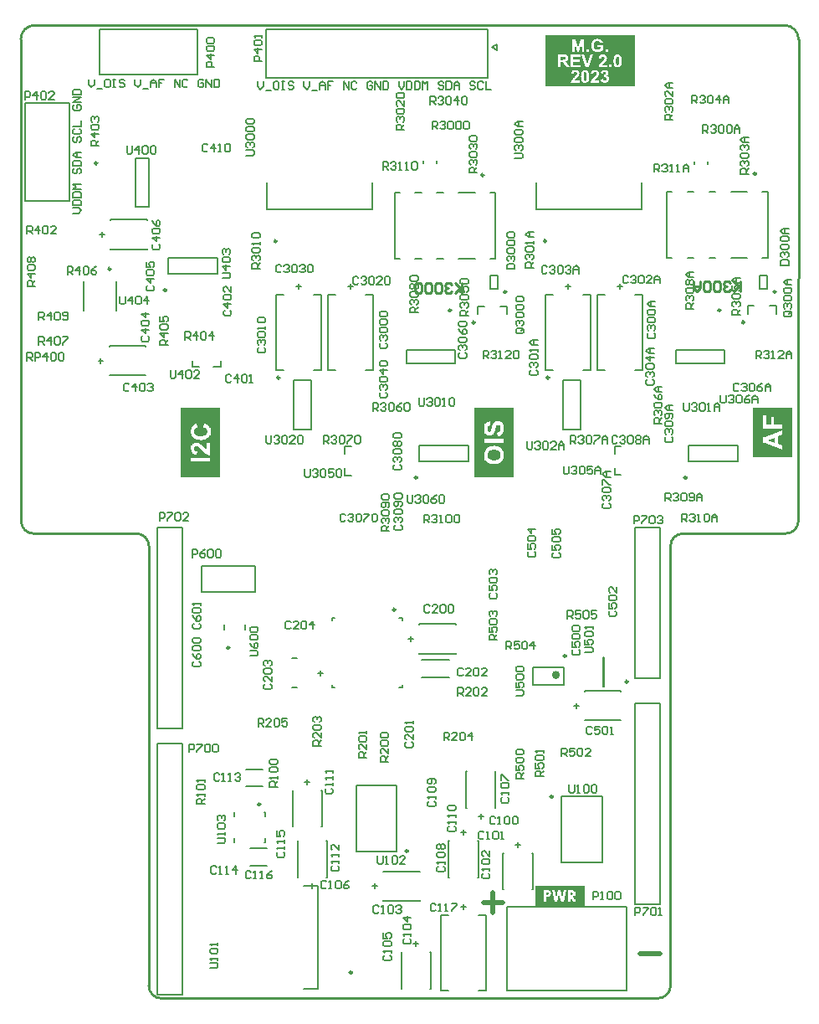
<source format=gto>
G04*
G04 #@! TF.GenerationSoftware,Altium Limited,Altium Designer,22.10.1 (41)*
G04*
G04 Layer_Color=65535*
%FSLAX43Y43*%
%MOMM*%
G71*
G04*
G04 #@! TF.SameCoordinates,C4451B6D-C533-4BC9-A511-8E29B532BE62*
G04*
G04*
G04 #@! TF.FilePolarity,Positive*
G04*
G01*
G75*
%ADD10C,0.250*%
%ADD11C,0.400*%
%ADD12C,0.200*%
%ADD13C,0.150*%
%ADD14C,0.127*%
%ADD15C,0.500*%
%ADD16C,0.254*%
G36*
X83323Y121101D02*
Y119538D01*
Y117600D01*
X74277D01*
Y119538D01*
Y121101D01*
Y122800D01*
X83323D01*
Y121101D01*
D02*
G37*
G36*
X78250Y34750D02*
X73250D01*
Y36750D01*
X78250D01*
Y34750D01*
D02*
G37*
G36*
X71100Y78100D02*
X67100D01*
Y85100D01*
X71100D01*
Y78100D01*
D02*
G37*
G36*
X41400Y85100D02*
Y78100D01*
X37401D01*
Y85100D01*
X41400D01*
D02*
G37*
G36*
X99300Y80100D02*
X95300D01*
Y85100D01*
X99300D01*
Y80100D01*
D02*
G37*
%LPC*%
G36*
X79584Y122424D02*
X79568D01*
X79535Y122423D01*
X79503Y122421D01*
X79471Y122418D01*
X79443Y122414D01*
X79416Y122409D01*
X79391Y122404D01*
X79367Y122398D01*
X79345Y122392D01*
X79327Y122386D01*
X79310Y122380D01*
X79296Y122375D01*
X79284Y122370D01*
X79274Y122366D01*
X79267Y122363D01*
X79263Y122361D01*
X79261Y122360D01*
X79232Y122343D01*
X79205Y122326D01*
X79179Y122307D01*
X79155Y122288D01*
X79133Y122268D01*
X79113Y122248D01*
X79095Y122229D01*
X79078Y122209D01*
X79064Y122192D01*
X79051Y122175D01*
X79040Y122160D01*
X79032Y122147D01*
X79026Y122136D01*
X79020Y122128D01*
X79017Y122123D01*
X79016Y122122D01*
X79002Y122092D01*
X78989Y122061D01*
X78978Y122031D01*
X78968Y122000D01*
X78960Y121971D01*
X78953Y121941D01*
X78948Y121913D01*
X78943Y121886D01*
X78941Y121861D01*
X78938Y121838D01*
X78936Y121817D01*
X78934Y121800D01*
Y121786D01*
X78933Y121780D01*
Y121766D01*
X78934Y121732D01*
X78937Y121699D01*
X78941Y121667D01*
X78945Y121635D01*
X78951Y121606D01*
X78957Y121578D01*
X78964Y121551D01*
X78971Y121527D01*
X78978Y121505D01*
X78984Y121484D01*
X78990Y121468D01*
X78996Y121453D01*
X79002Y121441D01*
X79005Y121433D01*
X79007Y121427D01*
X79008Y121425D01*
X79023Y121397D01*
X79039Y121370D01*
X79056Y121345D01*
X79075Y121322D01*
X79093Y121300D01*
X79112Y121280D01*
X79130Y121263D01*
X79148Y121247D01*
X79165Y121232D01*
X79181Y121220D01*
X79195Y121209D01*
X79208Y121201D01*
X79218Y121194D01*
X79225Y121189D01*
X79230Y121186D01*
X79232Y121185D01*
X79260Y121170D01*
X79290Y121157D01*
X79320Y121146D01*
X79350Y121136D01*
X79380Y121129D01*
X79408Y121121D01*
X79436Y121116D01*
X79463Y121111D01*
X79488Y121108D01*
X79511Y121105D01*
X79531Y121104D01*
X79549Y121102D01*
X79563D01*
X79568Y121101D01*
X79582D01*
X79612Y121102D01*
X79641Y121104D01*
X79670Y121106D01*
X79698Y121110D01*
X79725Y121115D01*
X79750Y121119D01*
X79774Y121125D01*
X79798Y121130D01*
X79818Y121136D01*
X79836Y121141D01*
X79853Y121146D01*
X79867Y121151D01*
X79879Y121154D01*
X79887Y121157D01*
X79892Y121159D01*
X79894Y121160D01*
X79921Y121171D01*
X79948Y121183D01*
X79973Y121195D01*
X79995Y121207D01*
X80017Y121219D01*
X80036Y121230D01*
X80054Y121241D01*
X80069Y121252D01*
X80083Y121262D01*
X80095Y121271D01*
X80106Y121278D01*
X80115Y121286D01*
X80121Y121291D01*
X80126Y121295D01*
X80129Y121298D01*
X80130Y121299D01*
Y121809D01*
X79573D01*
Y121593D01*
X79869D01*
Y121430D01*
X79846Y121413D01*
X79822Y121399D01*
X79799Y121386D01*
X79776Y121374D01*
X79766Y121370D01*
X79757Y121365D01*
X79749Y121362D01*
X79742Y121359D01*
X79737Y121356D01*
X79732Y121355D01*
X79729Y121353D01*
X79728D01*
X79698Y121343D01*
X79668Y121335D01*
X79641Y121329D01*
X79628Y121327D01*
X79616Y121325D01*
X79605Y121325D01*
X79596Y121324D01*
X79587Y121323D01*
X79579D01*
X79574Y121322D01*
X79566D01*
X79536Y121323D01*
X79507Y121326D01*
X79480Y121332D01*
X79456Y121339D01*
X79431Y121349D01*
X79409Y121358D01*
X79390Y121368D01*
X79371Y121379D01*
X79356Y121389D01*
X79341Y121399D01*
X79329Y121410D01*
X79319Y121418D01*
X79310Y121425D01*
X79305Y121431D01*
X79301Y121435D01*
X79300Y121435D01*
X79283Y121458D01*
X79267Y121483D01*
X79253Y121509D01*
X79242Y121537D01*
X79232Y121565D01*
X79224Y121594D01*
X79217Y121621D01*
X79212Y121649D01*
X79208Y121675D01*
X79205Y121699D01*
X79202Y121720D01*
X79201Y121740D01*
X79200Y121748D01*
Y121755D01*
X79199Y121761D01*
Y121766D01*
Y121771D01*
Y121774D01*
Y121776D01*
Y121777D01*
X79200Y121815D01*
X79204Y121851D01*
X79209Y121884D01*
X79215Y121915D01*
X79223Y121944D01*
X79231Y121970D01*
X79240Y121994D01*
X79249Y122015D01*
X79259Y122034D01*
X79268Y122049D01*
X79276Y122063D01*
X79284Y122074D01*
X79290Y122084D01*
X79295Y122090D01*
X79298Y122094D01*
X79299Y122095D01*
X79319Y122114D01*
X79340Y122131D01*
X79361Y122145D01*
X79383Y122158D01*
X79406Y122168D01*
X79429Y122176D01*
X79450Y122183D01*
X79471Y122189D01*
X79492Y122194D01*
X79509Y122197D01*
X79526Y122199D01*
X79541Y122201D01*
X79552Y122202D01*
X79561Y122203D01*
X79568D01*
X79589Y122202D01*
X79608Y122200D01*
X79627Y122197D01*
X79644Y122195D01*
X79661Y122190D01*
X79676Y122185D01*
X79690Y122181D01*
X79703Y122175D01*
X79714Y122170D01*
X79725Y122165D01*
X79734Y122160D01*
X79741Y122156D01*
X79747Y122153D01*
X79750Y122150D01*
X79753Y122148D01*
X79754Y122147D01*
X79768Y122137D01*
X79780Y122125D01*
X79791Y122113D01*
X79802Y122101D01*
X79811Y122089D01*
X79820Y122076D01*
X79827Y122064D01*
X79834Y122053D01*
X79839Y122042D01*
X79844Y122032D01*
X79848Y122023D01*
X79851Y122015D01*
X79854Y122009D01*
X79856Y122003D01*
X79857Y122000D01*
Y121999D01*
X80113Y122048D01*
X80105Y122080D01*
X80094Y122109D01*
X80082Y122138D01*
X80069Y122165D01*
X80056Y122189D01*
X80041Y122212D01*
X80027Y122232D01*
X80012Y122251D01*
X79998Y122268D01*
X79984Y122282D01*
X79972Y122294D01*
X79961Y122305D01*
X79953Y122313D01*
X79946Y122318D01*
X79942Y122322D01*
X79940Y122323D01*
X79914Y122341D01*
X79885Y122356D01*
X79856Y122370D01*
X79825Y122381D01*
X79795Y122391D01*
X79763Y122399D01*
X79733Y122406D01*
X79704Y122411D01*
X79676Y122416D01*
X79651Y122418D01*
X79627Y122421D01*
X79607Y122422D01*
X79599Y122423D01*
X79591D01*
X79584Y122424D01*
D02*
G37*
G36*
X78223Y122403D02*
X77835D01*
X77606Y121529D01*
X77375Y122403D01*
X76989D01*
Y121123D01*
X77228D01*
Y122130D01*
X77481Y121123D01*
X77729D01*
X77983Y122130D01*
X77984Y121123D01*
X78223D01*
Y122403D01*
D02*
G37*
G36*
X80611Y121368D02*
X80366D01*
Y121123D01*
X80611D01*
Y121368D01*
D02*
G37*
G36*
X78724D02*
X78479D01*
Y121123D01*
X78724D01*
Y121368D01*
D02*
G37*
G36*
X79124Y120840D02*
X78849D01*
X78537Y119894D01*
X78212Y120840D01*
X77933D01*
X78390Y119561D01*
X78668D01*
X79124Y120840D01*
D02*
G37*
G36*
X80989Y119806D02*
X80744D01*
Y119561D01*
X80989D01*
Y119806D01*
D02*
G37*
G36*
X80127Y120845D02*
X80119D01*
X80087Y120844D01*
X80057Y120841D01*
X80028Y120837D01*
X80001Y120831D01*
X79976Y120825D01*
X79952Y120817D01*
X79929Y120809D01*
X79910Y120800D01*
X79892Y120792D01*
X79876Y120784D01*
X79863Y120776D01*
X79851Y120770D01*
X79842Y120764D01*
X79836Y120760D01*
X79831Y120757D01*
X79830Y120756D01*
X79810Y120739D01*
X79792Y120718D01*
X79775Y120697D01*
X79761Y120674D01*
X79748Y120650D01*
X79737Y120626D01*
X79728Y120602D01*
X79719Y120578D01*
X79713Y120555D01*
X79707Y120534D01*
X79703Y120516D01*
X79700Y120499D01*
X79697Y120485D01*
X79696Y120480D01*
X79695Y120475D01*
Y120471D01*
X79695Y120469D01*
Y120467D01*
Y120466D01*
X79939Y120442D01*
X79940Y120461D01*
X79942Y120479D01*
X79946Y120495D01*
X79950Y120511D01*
X79953Y120525D01*
X79958Y120538D01*
X79963Y120549D01*
X79967Y120559D01*
X79972Y120568D01*
X79976Y120575D01*
X79979Y120581D01*
X79983Y120586D01*
X79986Y120591D01*
X79989Y120593D01*
X79989Y120594D01*
X79990Y120595D01*
X80000Y120604D01*
X80009Y120611D01*
X80019Y120617D01*
X80028Y120622D01*
X80050Y120630D01*
X80069Y120636D01*
X80087Y120639D01*
X80094Y120641D01*
X80100D01*
X80106Y120641D01*
X80113D01*
X80127Y120641D01*
X80141Y120640D01*
X80165Y120635D01*
X80186Y120628D01*
X80204Y120619D01*
X80210Y120616D01*
X80217Y120611D01*
X80222Y120607D01*
X80227Y120604D01*
X80231Y120601D01*
X80234Y120599D01*
X80234Y120598D01*
X80235Y120597D01*
X80243Y120589D01*
X80250Y120579D01*
X80261Y120559D01*
X80269Y120538D01*
X80274Y120518D01*
X80278Y120499D01*
X80279Y120492D01*
Y120485D01*
X80280Y120479D01*
Y120475D01*
Y120472D01*
Y120471D01*
X80279Y120457D01*
X80278Y120444D01*
X80271Y120416D01*
X80264Y120391D01*
X80255Y120368D01*
X80249Y120358D01*
X80245Y120348D01*
X80241Y120341D01*
X80237Y120334D01*
X80234Y120328D01*
X80231Y120324D01*
X80230Y120322D01*
X80229Y120321D01*
X80221Y120310D01*
X80209Y120296D01*
X80197Y120281D01*
X80181Y120265D01*
X80165Y120248D01*
X80148Y120231D01*
X80113Y120196D01*
X80096Y120179D01*
X80080Y120163D01*
X80065Y120150D01*
X80052Y120137D01*
X80041Y120127D01*
X80033Y120118D01*
X80027Y120114D01*
X80026Y120113D01*
X80025Y120112D01*
X79989Y120077D01*
X79954Y120043D01*
X79924Y120013D01*
X79895Y119983D01*
X79870Y119955D01*
X79847Y119930D01*
X79828Y119907D01*
X79810Y119886D01*
X79795Y119868D01*
X79782Y119851D01*
X79771Y119837D01*
X79763Y119826D01*
X79757Y119817D01*
X79753Y119810D01*
X79750Y119806D01*
X79749Y119805D01*
X79737Y119783D01*
X79726Y119761D01*
X79716Y119739D01*
X79707Y119718D01*
X79699Y119697D01*
X79693Y119677D01*
X79686Y119658D01*
X79682Y119639D01*
X79677Y119623D01*
X79674Y119608D01*
X79671Y119594D01*
X79670Y119583D01*
X79668Y119574D01*
X79667Y119566D01*
X79666Y119563D01*
Y119561D01*
X80526D01*
Y119788D01*
X80038D01*
X80045Y119800D01*
X80053Y119812D01*
X80062Y119824D01*
X80070Y119834D01*
X80076Y119843D01*
X80083Y119850D01*
X80087Y119854D01*
X80087Y119856D01*
X80094Y119863D01*
X80103Y119872D01*
X80112Y119881D01*
X80124Y119893D01*
X80148Y119916D01*
X80173Y119940D01*
X80185Y119951D01*
X80197Y119962D01*
X80208Y119971D01*
X80217Y119979D01*
X80224Y119987D01*
X80231Y119992D01*
X80234Y119996D01*
X80235Y119997D01*
X80257Y120016D01*
X80276Y120035D01*
X80294Y120052D01*
X80309Y120067D01*
X80324Y120082D01*
X80337Y120096D01*
X80349Y120108D01*
X80359Y120119D01*
X80369Y120128D01*
X80376Y120137D01*
X80382Y120144D01*
X80388Y120151D01*
X80392Y120155D01*
X80394Y120158D01*
X80395Y120160D01*
X80396Y120161D01*
X80419Y120192D01*
X80440Y120222D01*
X80456Y120249D01*
X80464Y120262D01*
X80470Y120274D01*
X80476Y120285D01*
X80480Y120295D01*
X80485Y120303D01*
X80489Y120310D01*
X80491Y120316D01*
X80492Y120320D01*
X80494Y120323D01*
Y120323D01*
X80504Y120353D01*
X80513Y120383D01*
X80518Y120410D01*
X80522Y120435D01*
X80523Y120446D01*
X80524Y120457D01*
X80525Y120466D01*
X80526Y120473D01*
Y120488D01*
X80525Y120516D01*
X80521Y120543D01*
X80516Y120568D01*
X80509Y120592D01*
X80501Y120615D01*
X80491Y120636D01*
X80481Y120654D01*
X80471Y120672D01*
X80461Y120688D01*
X80451Y120702D01*
X80442Y120714D01*
X80433Y120724D01*
X80427Y120732D01*
X80421Y120738D01*
X80418Y120741D01*
X80417Y120742D01*
X80395Y120761D01*
X80373Y120776D01*
X80349Y120789D01*
X80324Y120801D01*
X80300Y120812D01*
X80275Y120820D01*
X80250Y120826D01*
X80227Y120832D01*
X80205Y120837D01*
X80185Y120839D01*
X80166Y120842D01*
X80150Y120843D01*
X80137Y120844D01*
X80127Y120845D01*
D02*
G37*
G36*
X77820Y120840D02*
X76872D01*
Y119561D01*
X77844D01*
Y119777D01*
X77130D01*
Y120124D01*
X77772D01*
Y120340D01*
X77130D01*
Y120624D01*
X77820D01*
Y120840D01*
D02*
G37*
G36*
X76144D02*
X75582D01*
Y119561D01*
X75840D01*
Y120095D01*
X75908D01*
X75923Y120094D01*
X75937D01*
X75949Y120093D01*
X75961Y120091D01*
X75972Y120090D01*
X75981Y120090D01*
X75990Y120088D01*
X75997Y120087D01*
X76004Y120085D01*
X76009Y120084D01*
X76014Y120083D01*
X76017Y120082D01*
X76019Y120081D01*
X76021Y120080D01*
X76037Y120074D01*
X76051Y120065D01*
X76064Y120057D01*
X76076Y120048D01*
X76085Y120040D01*
X76092Y120033D01*
X76097Y120029D01*
X76099Y120027D01*
X76106Y120018D01*
X76116Y120007D01*
X76126Y119995D01*
X76136Y119981D01*
X76147Y119966D01*
X76158Y119950D01*
X76181Y119918D01*
X76192Y119903D01*
X76202Y119888D01*
X76212Y119875D01*
X76220Y119863D01*
X76226Y119853D01*
X76231Y119845D01*
X76235Y119841D01*
X76236Y119839D01*
X76422Y119561D01*
X76731D01*
X76575Y119810D01*
X76558Y119837D01*
X76542Y119862D01*
X76527Y119884D01*
X76513Y119906D01*
X76500Y119924D01*
X76488Y119942D01*
X76477Y119956D01*
X76467Y119969D01*
X76458Y119981D01*
X76450Y119992D01*
X76444Y120000D01*
X76438Y120006D01*
X76434Y120011D01*
X76431Y120015D01*
X76429Y120016D01*
X76428Y120017D01*
X76407Y120039D01*
X76384Y120059D01*
X76361Y120077D01*
X76338Y120094D01*
X76328Y120101D01*
X76319Y120107D01*
X76311Y120113D01*
X76303Y120117D01*
X76298Y120121D01*
X76293Y120124D01*
X76290Y120125D01*
X76289Y120126D01*
X76320Y120131D01*
X76349Y120138D01*
X76375Y120145D01*
X76400Y120154D01*
X76423Y120163D01*
X76444Y120174D01*
X76462Y120183D01*
X76480Y120193D01*
X76495Y120203D01*
X76508Y120212D01*
X76518Y120221D01*
X76527Y120228D01*
X76533Y120235D01*
X76539Y120239D01*
X76542Y120242D01*
X76543Y120243D01*
X76557Y120261D01*
X76570Y120280D01*
X76582Y120300D01*
X76592Y120320D01*
X76600Y120340D01*
X76607Y120359D01*
X76613Y120379D01*
X76618Y120397D01*
X76620Y120415D01*
X76623Y120431D01*
X76625Y120445D01*
X76627Y120457D01*
Y120468D01*
X76628Y120475D01*
Y120480D01*
Y120482D01*
X76627Y120503D01*
X76625Y120522D01*
X76622Y120542D01*
X76619Y120560D01*
X76615Y120578D01*
X76610Y120594D01*
X76605Y120610D01*
X76600Y120624D01*
X76594Y120637D01*
X76589Y120649D01*
X76584Y120658D01*
X76581Y120666D01*
X76577Y120673D01*
X76574Y120678D01*
X76572Y120681D01*
X76571Y120682D01*
X76560Y120698D01*
X76549Y120713D01*
X76537Y120727D01*
X76525Y120739D01*
X76512Y120750D01*
X76500Y120760D01*
X76488Y120769D01*
X76476Y120777D01*
X76465Y120784D01*
X76455Y120789D01*
X76446Y120795D01*
X76438Y120799D01*
X76432Y120801D01*
X76426Y120803D01*
X76423Y120805D01*
X76422D01*
X76404Y120812D01*
X76383Y120817D01*
X76361Y120822D01*
X76337Y120825D01*
X76288Y120832D01*
X76263Y120834D01*
X76239Y120836D01*
X76216Y120837D01*
X76195Y120838D01*
X76176Y120839D01*
X76158D01*
X76144Y120840D01*
D02*
G37*
G36*
X81610Y120845D02*
X81602D01*
X81568Y120843D01*
X81536Y120839D01*
X81506Y120833D01*
X81478Y120825D01*
X81452Y120814D01*
X81428Y120803D01*
X81407Y120791D01*
X81387Y120779D01*
X81370Y120767D01*
X81354Y120755D01*
X81341Y120744D01*
X81331Y120734D01*
X81323Y120726D01*
X81316Y120719D01*
X81312Y120715D01*
X81312Y120714D01*
X81300Y120698D01*
X81289Y120681D01*
X81280Y120664D01*
X81270Y120645D01*
X81253Y120606D01*
X81239Y120566D01*
X81227Y120522D01*
X81217Y120479D01*
X81209Y120436D01*
X81202Y120394D01*
X81197Y120353D01*
X81193Y120316D01*
X81192Y120298D01*
X81190Y120282D01*
X81190Y120266D01*
X81189Y120252D01*
X81188Y120239D01*
Y120227D01*
Y120217D01*
X81187Y120209D01*
Y120159D01*
X81188Y120127D01*
X81190Y120095D01*
X81191Y120065D01*
X81194Y120037D01*
X81197Y120009D01*
X81201Y119983D01*
X81204Y119958D01*
X81209Y119934D01*
X81214Y119911D01*
X81218Y119890D01*
X81223Y119869D01*
X81227Y119850D01*
X81233Y119832D01*
X81239Y119815D01*
X81244Y119799D01*
X81249Y119784D01*
X81254Y119771D01*
X81260Y119759D01*
X81264Y119746D01*
X81269Y119736D01*
X81275Y119726D01*
X81278Y119718D01*
X81283Y119710D01*
X81287Y119703D01*
X81290Y119698D01*
X81293Y119693D01*
X81296Y119688D01*
X81300Y119684D01*
X81300Y119682D01*
X81323Y119657D01*
X81347Y119635D01*
X81371Y119615D01*
X81396Y119599D01*
X81422Y119585D01*
X81447Y119574D01*
X81471Y119564D01*
X81495Y119556D01*
X81516Y119550D01*
X81537Y119546D01*
X81555Y119543D01*
X81571Y119540D01*
X81584Y119539D01*
X81594Y119538D01*
X81602D01*
X81636Y119540D01*
X81668Y119544D01*
X81698Y119550D01*
X81726Y119559D01*
X81752Y119569D01*
X81776Y119580D01*
X81797Y119591D01*
X81816Y119604D01*
X81834Y119616D01*
X81850Y119627D01*
X81863Y119638D01*
X81873Y119648D01*
X81881Y119657D01*
X81888Y119663D01*
X81891Y119667D01*
X81892Y119669D01*
X81903Y119685D01*
X81914Y119701D01*
X81925Y119719D01*
X81934Y119737D01*
X81950Y119776D01*
X81965Y119818D01*
X81977Y119860D01*
X81987Y119904D01*
X81996Y119947D01*
X82002Y119990D01*
X82008Y120030D01*
X82011Y120068D01*
X82013Y120086D01*
X82014Y120102D01*
X82015Y120117D01*
X82016Y120132D01*
X82017Y120145D01*
Y120157D01*
X82018Y120167D01*
Y120225D01*
X82017Y120257D01*
X82015Y120288D01*
X82012Y120318D01*
X82010Y120347D01*
X82006Y120374D01*
X82002Y120400D01*
X81999Y120426D01*
X81994Y120450D01*
X81988Y120473D01*
X81984Y120494D01*
X81978Y120516D01*
X81973Y120535D01*
X81967Y120554D01*
X81961Y120571D01*
X81955Y120588D01*
X81950Y120604D01*
X81943Y120617D01*
X81937Y120630D01*
X81932Y120643D01*
X81926Y120654D01*
X81922Y120665D01*
X81916Y120674D01*
X81912Y120681D01*
X81908Y120689D01*
X81904Y120695D01*
X81901Y120700D01*
X81898Y120704D01*
X81895Y120708D01*
X81894Y120710D01*
X81892Y120712D01*
X81872Y120735D01*
X81850Y120756D01*
X81827Y120774D01*
X81803Y120788D01*
X81778Y120801D01*
X81754Y120813D01*
X81730Y120821D01*
X81708Y120828D01*
X81686Y120834D01*
X81667Y120837D01*
X81648Y120841D01*
X81632Y120843D01*
X81619Y120844D01*
X81610Y120845D01*
D02*
G37*
G36*
X80299Y119283D02*
X80271D01*
X80252Y119281D01*
X80216Y119276D01*
X80199Y119273D01*
X80184Y119270D01*
X80169Y119267D01*
X80155Y119263D01*
X80143Y119259D01*
X80132Y119256D01*
X80123Y119252D01*
X80114Y119249D01*
X80108Y119246D01*
X80103Y119245D01*
X80100Y119244D01*
X80099Y119243D01*
X80069Y119227D01*
X80056Y119218D01*
X80043Y119209D01*
X80031Y119200D01*
X80020Y119191D01*
X80010Y119182D01*
X80001Y119173D01*
X79993Y119165D01*
X79986Y119158D01*
X79980Y119151D01*
X79976Y119145D01*
X79971Y119140D01*
X79968Y119136D01*
X79967Y119135D01*
X79966Y119134D01*
X79958Y119120D01*
X79950Y119106D01*
X79936Y119075D01*
X79924Y119044D01*
X79914Y119014D01*
X79909Y119001D01*
X79906Y118989D01*
X79903Y118977D01*
X79901Y118967D01*
X79899Y118959D01*
X79897Y118953D01*
X79896Y118949D01*
Y118948D01*
X80122Y118910D01*
X80124Y118925D01*
X80126Y118940D01*
X80130Y118952D01*
X80134Y118965D01*
X80138Y118977D01*
X80143Y118987D01*
X80148Y118996D01*
X80152Y119004D01*
X80157Y119012D01*
X80160Y119018D01*
X80165Y119024D01*
X80168Y119028D01*
X80172Y119032D01*
X80173Y119035D01*
X80174Y119036D01*
X80175Y119037D01*
X80184Y119044D01*
X80193Y119051D01*
X80211Y119063D01*
X80230Y119070D01*
X80246Y119075D01*
X80261Y119079D01*
X80268Y119080D01*
X80273D01*
X80277Y119081D01*
X80283D01*
X80307Y119079D01*
X80326Y119075D01*
X80344Y119069D01*
X80358Y119062D01*
X80370Y119054D01*
X80379Y119049D01*
X80384Y119044D01*
X80386Y119042D01*
X80399Y119026D01*
X80408Y119010D01*
X80416Y118993D01*
X80420Y118977D01*
X80423Y118962D01*
X80424Y118956D01*
Y118951D01*
X80425Y118946D01*
Y118942D01*
Y118940D01*
Y118940D01*
X80424Y118926D01*
X80423Y118913D01*
X80420Y118900D01*
X80417Y118889D01*
X80408Y118867D01*
X80399Y118850D01*
X80393Y118842D01*
X80389Y118836D01*
X80384Y118830D01*
X80381Y118826D01*
X80377Y118822D01*
X80374Y118819D01*
X80373Y118818D01*
X80372Y118818D01*
X80362Y118809D01*
X80351Y118803D01*
X80339Y118797D01*
X80326Y118792D01*
X80301Y118784D01*
X80276Y118780D01*
X80265Y118778D01*
X80254Y118777D01*
X80245Y118776D01*
X80236Y118775D01*
X80220D01*
X80193Y118575D01*
X80216Y118582D01*
X80237Y118586D01*
X80257Y118589D01*
X80273Y118592D01*
X80286Y118593D01*
X80292D01*
X80296Y118594D01*
X80305D01*
X80318Y118593D01*
X80331Y118591D01*
X80343Y118589D01*
X80354Y118585D01*
X80374Y118576D01*
X80392Y118567D01*
X80406Y118557D01*
X80412Y118552D01*
X80417Y118548D01*
X80421Y118544D01*
X80424Y118542D01*
X80425Y118540D01*
X80426Y118539D01*
X80435Y118529D01*
X80442Y118517D01*
X80449Y118505D01*
X80454Y118493D01*
X80464Y118469D01*
X80469Y118445D01*
X80472Y118435D01*
X80473Y118425D01*
X80474Y118415D01*
X80475Y118408D01*
X80476Y118401D01*
Y118396D01*
Y118393D01*
Y118392D01*
X80475Y118375D01*
X80474Y118357D01*
X80471Y118341D01*
X80467Y118327D01*
X80464Y118313D01*
X80459Y118300D01*
X80454Y118289D01*
X80450Y118278D01*
X80444Y118268D01*
X80440Y118260D01*
X80435Y118254D01*
X80431Y118247D01*
X80428Y118242D01*
X80425Y118240D01*
X80424Y118238D01*
X80423Y118237D01*
X80413Y118227D01*
X80403Y118218D01*
X80393Y118210D01*
X80381Y118204D01*
X80370Y118198D01*
X80360Y118193D01*
X80340Y118187D01*
X80322Y118182D01*
X80315Y118181D01*
X80308Y118180D01*
X80303Y118180D01*
X80295D01*
X80283Y118180D01*
X80271Y118181D01*
X80247Y118187D01*
X80227Y118194D01*
X80209Y118204D01*
X80195Y118212D01*
X80189Y118216D01*
X80185Y118219D01*
X80181Y118222D01*
X80178Y118225D01*
X80176Y118226D01*
X80175Y118227D01*
X80167Y118236D01*
X80159Y118246D01*
X80146Y118269D01*
X80135Y118292D01*
X80127Y118315D01*
X80124Y118325D01*
X80122Y118335D01*
X80119Y118343D01*
X80118Y118352D01*
X80116Y118358D01*
Y118363D01*
X80115Y118365D01*
Y118366D01*
X79878Y118337D01*
X79882Y118307D01*
X79889Y118279D01*
X79896Y118253D01*
X79905Y118229D01*
X79916Y118205D01*
X79927Y118183D01*
X79939Y118164D01*
X79951Y118146D01*
X79962Y118131D01*
X79973Y118116D01*
X79983Y118104D01*
X79991Y118094D01*
X79999Y118086D01*
X80005Y118081D01*
X80009Y118077D01*
X80010Y118076D01*
X80032Y118058D01*
X80055Y118043D01*
X80079Y118030D01*
X80103Y118019D01*
X80127Y118009D01*
X80151Y118000D01*
X80174Y117994D01*
X80197Y117989D01*
X80218Y117984D01*
X80236Y117982D01*
X80254Y117979D01*
X80269Y117978D01*
X80281Y117977D01*
X80290Y117976D01*
X80297D01*
X80331Y117977D01*
X80363Y117982D01*
X80393Y117987D01*
X80422Y117995D01*
X80450Y118004D01*
X80475Y118014D01*
X80498Y118024D01*
X80519Y118035D01*
X80538Y118046D01*
X80555Y118058D01*
X80569Y118067D01*
X80581Y118076D01*
X80590Y118083D01*
X80598Y118090D01*
X80602Y118094D01*
X80603Y118094D01*
X80626Y118118D01*
X80644Y118141D01*
X80661Y118165D01*
X80675Y118190D01*
X80687Y118214D01*
X80697Y118238D01*
X80705Y118261D01*
X80712Y118283D01*
X80717Y118303D01*
X80721Y118322D01*
X80724Y118340D01*
X80725Y118353D01*
X80726Y118365D01*
X80727Y118375D01*
Y118382D01*
X80726Y118403D01*
X80724Y118424D01*
X80721Y118443D01*
X80717Y118462D01*
X80712Y118479D01*
X80707Y118496D01*
X80700Y118511D01*
X80695Y118524D01*
X80688Y118536D01*
X80682Y118548D01*
X80676Y118558D01*
X80672Y118565D01*
X80668Y118572D01*
X80664Y118576D01*
X80663Y118579D01*
X80662Y118580D01*
X80649Y118595D01*
X80635Y118608D01*
X80621Y118621D01*
X80606Y118631D01*
X80592Y118641D01*
X80577Y118649D01*
X80563Y118657D01*
X80549Y118663D01*
X80536Y118669D01*
X80524Y118673D01*
X80514Y118678D01*
X80504Y118681D01*
X80496Y118683D01*
X80491Y118684D01*
X80487Y118685D01*
X80486D01*
X80503Y118695D01*
X80518Y118705D01*
X80533Y118715D01*
X80547Y118726D01*
X80560Y118736D01*
X80572Y118747D01*
X80593Y118769D01*
X80611Y118793D01*
X80626Y118815D01*
X80638Y118837D01*
X80648Y118857D01*
X80655Y118878D01*
X80661Y118896D01*
X80665Y118912D01*
X80668Y118927D01*
X80670Y118939D01*
X80671Y118947D01*
Y118952D01*
Y118954D01*
X80670Y118977D01*
X80667Y118998D01*
X80663Y119018D01*
X80657Y119038D01*
X80650Y119056D01*
X80642Y119074D01*
X80634Y119090D01*
X80626Y119105D01*
X80617Y119119D01*
X80609Y119131D01*
X80602Y119141D01*
X80594Y119150D01*
X80589Y119158D01*
X80584Y119162D01*
X80581Y119166D01*
X80580Y119167D01*
X80559Y119187D01*
X80537Y119205D01*
X80513Y119221D01*
X80489Y119234D01*
X80465Y119245D01*
X80441Y119255D01*
X80418Y119262D01*
X80394Y119268D01*
X80373Y119273D01*
X80354Y119276D01*
X80336Y119279D01*
X80320Y119281D01*
X80308Y119282D01*
X80299Y119283D01*
D02*
G37*
G36*
X79322D02*
X79314D01*
X79282Y119282D01*
X79252Y119279D01*
X79223Y119274D01*
X79195Y119269D01*
X79170Y119262D01*
X79146Y119255D01*
X79124Y119246D01*
X79105Y119238D01*
X79087Y119230D01*
X79070Y119222D01*
X79057Y119214D01*
X79045Y119208D01*
X79037Y119202D01*
X79031Y119198D01*
X79026Y119195D01*
X79025Y119194D01*
X79005Y119176D01*
X78986Y119156D01*
X78970Y119135D01*
X78956Y119112D01*
X78943Y119087D01*
X78932Y119063D01*
X78923Y119039D01*
X78914Y119015D01*
X78908Y118993D01*
X78902Y118972D01*
X78898Y118953D01*
X78895Y118937D01*
X78892Y118923D01*
X78891Y118917D01*
X78890Y118913D01*
Y118909D01*
X78889Y118906D01*
Y118904D01*
Y118903D01*
X79133Y118879D01*
X79135Y118899D01*
X79137Y118916D01*
X79141Y118933D01*
X79144Y118949D01*
X79148Y118963D01*
X79153Y118976D01*
X79157Y118987D01*
X79162Y118997D01*
X79167Y119005D01*
X79170Y119013D01*
X79174Y119019D01*
X79178Y119024D01*
X79180Y119028D01*
X79183Y119031D01*
X79184Y119032D01*
X79185Y119033D01*
X79194Y119041D01*
X79204Y119049D01*
X79214Y119054D01*
X79223Y119060D01*
X79244Y119068D01*
X79264Y119074D01*
X79281Y119076D01*
X79289Y119078D01*
X79295D01*
X79301Y119079D01*
X79308D01*
X79322Y119078D01*
X79336Y119077D01*
X79360Y119073D01*
X79381Y119065D01*
X79399Y119057D01*
X79405Y119053D01*
X79412Y119049D01*
X79417Y119045D01*
X79422Y119042D01*
X79425Y119038D01*
X79428Y119037D01*
X79429Y119036D01*
X79430Y119035D01*
X79437Y119026D01*
X79445Y119016D01*
X79456Y118997D01*
X79463Y118976D01*
X79469Y118955D01*
X79473Y118937D01*
X79474Y118929D01*
Y118923D01*
X79474Y118916D01*
Y118913D01*
Y118910D01*
Y118909D01*
X79474Y118895D01*
X79473Y118881D01*
X79466Y118854D01*
X79459Y118829D01*
X79450Y118805D01*
X79444Y118795D01*
X79439Y118786D01*
X79436Y118779D01*
X79432Y118771D01*
X79428Y118766D01*
X79425Y118762D01*
X79425Y118759D01*
X79424Y118758D01*
X79415Y118747D01*
X79404Y118733D01*
X79391Y118719D01*
X79376Y118703D01*
X79360Y118685D01*
X79342Y118669D01*
X79308Y118634D01*
X79290Y118617D01*
X79275Y118601D01*
X79260Y118587D01*
X79247Y118574D01*
X79236Y118564D01*
X79228Y118556D01*
X79222Y118551D01*
X79221Y118550D01*
X79220Y118549D01*
X79183Y118514D01*
X79149Y118481D01*
X79119Y118450D01*
X79090Y118421D01*
X79065Y118393D01*
X79042Y118368D01*
X79022Y118345D01*
X79005Y118324D01*
X78990Y118305D01*
X78977Y118289D01*
X78966Y118275D01*
X78958Y118264D01*
X78952Y118254D01*
X78947Y118248D01*
X78945Y118243D01*
X78944Y118242D01*
X78932Y118220D01*
X78921Y118199D01*
X78910Y118177D01*
X78901Y118156D01*
X78894Y118134D01*
X78887Y118115D01*
X78881Y118095D01*
X78876Y118077D01*
X78872Y118060D01*
X78869Y118046D01*
X78866Y118032D01*
X78864Y118021D01*
X78862Y118011D01*
X78861Y118004D01*
X78861Y118000D01*
Y117998D01*
X79720D01*
Y118226D01*
X79232D01*
X79240Y118238D01*
X79248Y118250D01*
X79256Y118262D01*
X79265Y118272D01*
X79271Y118280D01*
X79278Y118288D01*
X79281Y118291D01*
X79282Y118293D01*
X79289Y118301D01*
X79298Y118310D01*
X79307Y118319D01*
X79318Y118330D01*
X79343Y118353D01*
X79368Y118377D01*
X79380Y118389D01*
X79391Y118400D01*
X79402Y118409D01*
X79412Y118417D01*
X79419Y118425D01*
X79425Y118430D01*
X79429Y118434D01*
X79430Y118435D01*
X79451Y118454D01*
X79471Y118473D01*
X79488Y118489D01*
X79504Y118505D01*
X79519Y118520D01*
X79532Y118534D01*
X79544Y118546D01*
X79554Y118557D01*
X79563Y118566D01*
X79571Y118574D01*
X79577Y118582D01*
X79583Y118588D01*
X79586Y118593D01*
X79589Y118596D01*
X79590Y118597D01*
X79591Y118598D01*
X79614Y118630D01*
X79634Y118659D01*
X79651Y118687D01*
X79658Y118700D01*
X79665Y118712D01*
X79670Y118722D01*
X79675Y118732D01*
X79680Y118741D01*
X79683Y118747D01*
X79685Y118754D01*
X79687Y118757D01*
X79689Y118760D01*
Y118761D01*
X79699Y118791D01*
X79707Y118820D01*
X79713Y118848D01*
X79717Y118873D01*
X79718Y118884D01*
X79719Y118894D01*
X79719Y118903D01*
X79720Y118911D01*
Y118926D01*
X79719Y118953D01*
X79716Y118980D01*
X79710Y119006D01*
X79704Y119030D01*
X79695Y119052D01*
X79686Y119074D01*
X79676Y119092D01*
X79666Y119110D01*
X79656Y119125D01*
X79646Y119140D01*
X79636Y119151D01*
X79628Y119161D01*
X79621Y119170D01*
X79616Y119175D01*
X79612Y119179D01*
X79611Y119180D01*
X79590Y119198D01*
X79568Y119214D01*
X79544Y119227D01*
X79519Y119239D01*
X79495Y119249D01*
X79470Y119258D01*
X79445Y119264D01*
X79422Y119270D01*
X79400Y119274D01*
X79379Y119277D01*
X79361Y119280D01*
X79345Y119281D01*
X79332Y119282D01*
X79322Y119283D01*
D02*
G37*
G36*
X77334D02*
X77326D01*
X77294Y119282D01*
X77264Y119279D01*
X77235Y119274D01*
X77207Y119269D01*
X77182Y119262D01*
X77158Y119255D01*
X77136Y119246D01*
X77117Y119238D01*
X77099Y119230D01*
X77083Y119222D01*
X77070Y119214D01*
X77058Y119208D01*
X77049Y119202D01*
X77043Y119198D01*
X77038Y119195D01*
X77037Y119194D01*
X77017Y119176D01*
X76998Y119156D01*
X76982Y119135D01*
X76968Y119112D01*
X76955Y119087D01*
X76944Y119063D01*
X76935Y119039D01*
X76926Y119015D01*
X76920Y118993D01*
X76914Y118972D01*
X76910Y118953D01*
X76907Y118937D01*
X76904Y118923D01*
X76903Y118917D01*
X76902Y118913D01*
Y118909D01*
X76901Y118906D01*
Y118904D01*
Y118903D01*
X77146Y118879D01*
X77147Y118899D01*
X77149Y118916D01*
X77153Y118933D01*
X77157Y118949D01*
X77160Y118963D01*
X77165Y118976D01*
X77170Y118987D01*
X77174Y118997D01*
X77179Y119005D01*
X77182Y119013D01*
X77186Y119019D01*
X77190Y119024D01*
X77193Y119028D01*
X77195Y119031D01*
X77196Y119032D01*
X77197Y119033D01*
X77207Y119041D01*
X77216Y119049D01*
X77226Y119054D01*
X77235Y119060D01*
X77256Y119068D01*
X77276Y119074D01*
X77293Y119076D01*
X77301Y119078D01*
X77307D01*
X77313Y119079D01*
X77320D01*
X77334Y119078D01*
X77348Y119077D01*
X77372Y119073D01*
X77393Y119065D01*
X77411Y119057D01*
X77417Y119053D01*
X77424Y119049D01*
X77429Y119045D01*
X77434Y119042D01*
X77438Y119038D01*
X77440Y119037D01*
X77441Y119036D01*
X77442Y119035D01*
X77450Y119026D01*
X77457Y119016D01*
X77468Y118997D01*
X77476Y118976D01*
X77481Y118955D01*
X77485Y118937D01*
X77486Y118929D01*
Y118923D01*
X77487Y118916D01*
Y118913D01*
Y118910D01*
Y118909D01*
X77486Y118895D01*
X77485Y118881D01*
X77478Y118854D01*
X77471Y118829D01*
X77462Y118805D01*
X77456Y118795D01*
X77452Y118786D01*
X77448Y118779D01*
X77444Y118771D01*
X77440Y118766D01*
X77438Y118762D01*
X77437Y118759D01*
X77436Y118758D01*
X77427Y118747D01*
X77416Y118733D01*
X77403Y118719D01*
X77388Y118703D01*
X77372Y118685D01*
X77354Y118669D01*
X77320Y118634D01*
X77303Y118617D01*
X77287Y118601D01*
X77272Y118587D01*
X77259Y118574D01*
X77248Y118564D01*
X77240Y118556D01*
X77234Y118551D01*
X77233Y118550D01*
X77232Y118549D01*
X77195Y118514D01*
X77161Y118481D01*
X77131Y118450D01*
X77102Y118421D01*
X77077Y118393D01*
X77054Y118368D01*
X77035Y118345D01*
X77017Y118324D01*
X77002Y118305D01*
X76989Y118289D01*
X76978Y118275D01*
X76970Y118264D01*
X76964Y118254D01*
X76960Y118248D01*
X76957Y118243D01*
X76956Y118242D01*
X76944Y118220D01*
X76933Y118199D01*
X76923Y118177D01*
X76913Y118156D01*
X76906Y118134D01*
X76900Y118115D01*
X76893Y118095D01*
X76888Y118077D01*
X76884Y118060D01*
X76881Y118046D01*
X76878Y118032D01*
X76876Y118021D01*
X76875Y118011D01*
X76874Y118004D01*
X76873Y118000D01*
Y117998D01*
X77733D01*
Y118226D01*
X77244D01*
X77252Y118238D01*
X77260Y118250D01*
X77268Y118262D01*
X77277Y118272D01*
X77283Y118280D01*
X77290Y118288D01*
X77293Y118291D01*
X77294Y118293D01*
X77301Y118301D01*
X77310Y118310D01*
X77319Y118319D01*
X77330Y118330D01*
X77355Y118353D01*
X77380Y118377D01*
X77392Y118389D01*
X77403Y118400D01*
X77415Y118409D01*
X77424Y118417D01*
X77431Y118425D01*
X77438Y118430D01*
X77441Y118434D01*
X77442Y118435D01*
X77464Y118454D01*
X77483Y118473D01*
X77501Y118489D01*
X77516Y118505D01*
X77531Y118520D01*
X77544Y118534D01*
X77556Y118546D01*
X77566Y118557D01*
X77575Y118566D01*
X77583Y118574D01*
X77589Y118582D01*
X77595Y118588D01*
X77599Y118593D01*
X77601Y118596D01*
X77602Y118597D01*
X77603Y118598D01*
X77626Y118630D01*
X77647Y118659D01*
X77663Y118687D01*
X77671Y118700D01*
X77677Y118712D01*
X77683Y118722D01*
X77687Y118732D01*
X77692Y118741D01*
X77696Y118747D01*
X77697Y118754D01*
X77699Y118757D01*
X77701Y118760D01*
Y118761D01*
X77711Y118791D01*
X77720Y118820D01*
X77725Y118848D01*
X77729Y118873D01*
X77730Y118884D01*
X77731Y118894D01*
X77732Y118903D01*
X77733Y118911D01*
Y118926D01*
X77732Y118953D01*
X77728Y118980D01*
X77722Y119006D01*
X77716Y119030D01*
X77708Y119052D01*
X77698Y119074D01*
X77688Y119092D01*
X77678Y119110D01*
X77668Y119125D01*
X77658Y119140D01*
X77648Y119151D01*
X77640Y119161D01*
X77634Y119170D01*
X77628Y119175D01*
X77624Y119179D01*
X77623Y119180D01*
X77602Y119198D01*
X77580Y119214D01*
X77556Y119227D01*
X77531Y119239D01*
X77507Y119249D01*
X77482Y119258D01*
X77457Y119264D01*
X77434Y119270D01*
X77412Y119274D01*
X77391Y119277D01*
X77373Y119280D01*
X77357Y119281D01*
X77344Y119282D01*
X77334Y119283D01*
D02*
G37*
G36*
X78321D02*
X78312D01*
X78278Y119281D01*
X78247Y119277D01*
X78216Y119271D01*
X78188Y119262D01*
X78163Y119252D01*
X78138Y119241D01*
X78117Y119229D01*
X78098Y119217D01*
X78080Y119205D01*
X78065Y119193D01*
X78052Y119182D01*
X78041Y119172D01*
X78033Y119163D01*
X78027Y119157D01*
X78023Y119153D01*
X78022Y119151D01*
X78011Y119136D01*
X78000Y119119D01*
X77991Y119101D01*
X77980Y119083D01*
X77964Y119044D01*
X77950Y119003D01*
X77938Y118960D01*
X77928Y118916D01*
X77919Y118874D01*
X77913Y118831D01*
X77907Y118791D01*
X77904Y118754D01*
X77903Y118736D01*
X77901Y118719D01*
X77900Y118704D01*
X77899Y118690D01*
X77898Y118677D01*
Y118665D01*
Y118655D01*
X77897Y118646D01*
Y118597D01*
X77898Y118564D01*
X77900Y118533D01*
X77902Y118503D01*
X77905Y118475D01*
X77907Y118447D01*
X77911Y118421D01*
X77915Y118396D01*
X77919Y118372D01*
X77924Y118349D01*
X77929Y118327D01*
X77933Y118307D01*
X77938Y118288D01*
X77943Y118270D01*
X77949Y118253D01*
X77954Y118237D01*
X77959Y118222D01*
X77965Y118208D01*
X77970Y118196D01*
X77975Y118184D01*
X77979Y118174D01*
X77985Y118164D01*
X77989Y118156D01*
X77993Y118147D01*
X77997Y118141D01*
X78001Y118135D01*
X78003Y118131D01*
X78006Y118126D01*
X78010Y118121D01*
X78011Y118119D01*
X78033Y118094D01*
X78057Y118072D01*
X78081Y118053D01*
X78106Y118036D01*
X78132Y118022D01*
X78157Y118011D01*
X78181Y118002D01*
X78205Y117994D01*
X78226Y117988D01*
X78248Y117984D01*
X78265Y117981D01*
X78282Y117978D01*
X78295Y117977D01*
X78304Y117976D01*
X78312D01*
X78346Y117978D01*
X78378Y117982D01*
X78408Y117988D01*
X78436Y117996D01*
X78462Y118007D01*
X78486Y118018D01*
X78507Y118029D01*
X78527Y118042D01*
X78544Y118054D01*
X78560Y118065D01*
X78573Y118076D01*
X78583Y118086D01*
X78592Y118094D01*
X78598Y118101D01*
X78602Y118105D01*
X78603Y118107D01*
X78614Y118122D01*
X78625Y118139D01*
X78635Y118156D01*
X78644Y118175D01*
X78661Y118214D01*
X78676Y118255D01*
X78688Y118298D01*
X78698Y118341D01*
X78706Y118385D01*
X78713Y118427D01*
X78718Y118468D01*
X78722Y118506D01*
X78724Y118523D01*
X78725Y118540D01*
X78726Y118555D01*
X78727Y118570D01*
X78727Y118583D01*
Y118595D01*
X78728Y118605D01*
Y118662D01*
X78727Y118695D01*
X78726Y118726D01*
X78723Y118756D01*
X78720Y118784D01*
X78716Y118812D01*
X78713Y118838D01*
X78709Y118864D01*
X78704Y118888D01*
X78699Y118911D01*
X78694Y118932D01*
X78689Y118953D01*
X78683Y118973D01*
X78677Y118991D01*
X78671Y119009D01*
X78665Y119026D01*
X78660Y119041D01*
X78653Y119055D01*
X78648Y119068D01*
X78642Y119081D01*
X78637Y119092D01*
X78632Y119102D01*
X78627Y119112D01*
X78622Y119119D01*
X78618Y119126D01*
X78615Y119133D01*
X78611Y119137D01*
X78608Y119142D01*
X78605Y119146D01*
X78604Y119148D01*
X78603Y119149D01*
X78582Y119173D01*
X78560Y119194D01*
X78537Y119211D01*
X78513Y119226D01*
X78489Y119239D01*
X78465Y119250D01*
X78441Y119259D01*
X78419Y119266D01*
X78396Y119271D01*
X78377Y119275D01*
X78359Y119279D01*
X78343Y119281D01*
X78330Y119282D01*
X78321Y119283D01*
D02*
G37*
%LPD*%
G36*
X76137Y120623D02*
X76154D01*
X76169Y120622D01*
X76194D01*
X76203Y120621D01*
X76211D01*
X76217Y120620D01*
X76222D01*
X76226Y120619D01*
X76229D01*
X76251Y120614D01*
X76271Y120606D01*
X76288Y120598D01*
X76301Y120590D01*
X76312Y120581D01*
X76320Y120575D01*
X76324Y120570D01*
X76326Y120569D01*
Y120568D01*
X76338Y120553D01*
X76347Y120536D01*
X76353Y120519D01*
X76357Y120502D01*
X76360Y120487D01*
X76361Y120482D01*
Y120476D01*
X76361Y120471D01*
Y120468D01*
Y120466D01*
Y120465D01*
X76361Y120445D01*
X76358Y120426D01*
X76353Y120409D01*
X76349Y120396D01*
X76343Y120384D01*
X76339Y120376D01*
X76336Y120371D01*
X76335Y120369D01*
X76324Y120355D01*
X76312Y120344D01*
X76300Y120335D01*
X76289Y120327D01*
X76278Y120322D01*
X76270Y120317D01*
X76264Y120315D01*
X76263Y120314D01*
X76263D01*
X76252Y120311D01*
X76239Y120310D01*
X76224Y120308D01*
X76207Y120306D01*
X76189Y120304D01*
X76169Y120303D01*
X76129Y120301D01*
X76110Y120300D01*
X76075D01*
X76060Y120299D01*
X75840D01*
Y120624D01*
X76116D01*
X76137Y120623D01*
D02*
G37*
G36*
X81618Y120641D02*
X81633Y120637D01*
X81646Y120632D01*
X81658Y120628D01*
X81668Y120622D01*
X81675Y120617D01*
X81679Y120614D01*
X81680Y120613D01*
X81687Y120607D01*
X81693Y120600D01*
X81705Y120583D01*
X81715Y120565D01*
X81723Y120545D01*
X81729Y120528D01*
X81732Y120520D01*
X81735Y120514D01*
X81736Y120508D01*
X81738Y120504D01*
X81739Y120501D01*
Y120500D01*
X81742Y120482D01*
X81746Y120463D01*
X81750Y120440D01*
X81752Y120416D01*
X81754Y120391D01*
X81756Y120365D01*
X81758Y120339D01*
X81759Y120314D01*
X81760Y120289D01*
X81761Y120267D01*
Y120246D01*
X81762Y120227D01*
Y120212D01*
Y120206D01*
Y120201D01*
Y120197D01*
Y120194D01*
Y120192D01*
Y120191D01*
Y120151D01*
X81761Y120113D01*
X81759Y120077D01*
X81758Y120046D01*
X81756Y120017D01*
X81754Y119991D01*
X81752Y119967D01*
X81749Y119947D01*
X81746Y119929D01*
X81744Y119913D01*
X81742Y119900D01*
X81740Y119890D01*
X81739Y119881D01*
X81737Y119876D01*
X81736Y119872D01*
Y119871D01*
X81732Y119858D01*
X81728Y119846D01*
X81724Y119835D01*
X81719Y119825D01*
X81715Y119816D01*
X81710Y119808D01*
X81702Y119793D01*
X81693Y119783D01*
X81687Y119775D01*
X81683Y119771D01*
X81681Y119770D01*
X81668Y119760D01*
X81655Y119754D01*
X81641Y119748D01*
X81629Y119746D01*
X81618Y119744D01*
X81609Y119743D01*
X81604Y119742D01*
X81602D01*
X81586Y119743D01*
X81570Y119746D01*
X81558Y119751D01*
X81545Y119756D01*
X81536Y119761D01*
X81529Y119765D01*
X81524Y119769D01*
X81522Y119770D01*
X81516Y119775D01*
X81510Y119783D01*
X81499Y119799D01*
X81489Y119818D01*
X81481Y119836D01*
X81474Y119854D01*
X81472Y119861D01*
X81470Y119868D01*
X81468Y119873D01*
X81466Y119878D01*
X81465Y119881D01*
Y119881D01*
X81461Y119899D01*
X81458Y119919D01*
X81455Y119942D01*
X81452Y119966D01*
X81450Y119991D01*
X81448Y120016D01*
X81447Y120042D01*
X81446Y120068D01*
X81445Y120092D01*
X81444Y120115D01*
Y120137D01*
X81443Y120154D01*
Y120170D01*
Y120176D01*
Y120181D01*
Y120186D01*
Y120188D01*
Y120190D01*
Y120191D01*
Y120232D01*
X81444Y120270D01*
X81446Y120304D01*
X81447Y120336D01*
X81448Y120365D01*
X81451Y120391D01*
X81453Y120415D01*
X81456Y120435D01*
X81458Y120454D01*
X81460Y120470D01*
X81462Y120482D01*
X81464Y120493D01*
X81466Y120501D01*
X81467Y120506D01*
X81468Y120510D01*
Y120511D01*
X81472Y120524D01*
X81476Y120536D01*
X81480Y120548D01*
X81484Y120558D01*
X81489Y120568D01*
X81494Y120576D01*
X81502Y120590D01*
X81510Y120600D01*
X81517Y120607D01*
X81521Y120612D01*
X81522Y120613D01*
X81536Y120622D01*
X81550Y120629D01*
X81563Y120634D01*
X81575Y120638D01*
X81586Y120640D01*
X81594Y120641D01*
X81602D01*
X81618Y120641D01*
D02*
G37*
G36*
X78328Y119078D02*
X78344Y119075D01*
X78357Y119070D01*
X78369Y119065D01*
X78378Y119060D01*
X78385Y119055D01*
X78389Y119051D01*
X78391Y119050D01*
X78397Y119045D01*
X78404Y119038D01*
X78415Y119021D01*
X78425Y119002D01*
X78433Y118983D01*
X78440Y118965D01*
X78443Y118958D01*
X78445Y118952D01*
X78446Y118946D01*
X78448Y118941D01*
X78449Y118939D01*
Y118938D01*
X78453Y118920D01*
X78457Y118901D01*
X78460Y118878D01*
X78462Y118854D01*
X78465Y118829D01*
X78467Y118803D01*
X78469Y118777D01*
X78469Y118752D01*
X78470Y118727D01*
X78471Y118705D01*
Y118683D01*
X78472Y118665D01*
Y118650D01*
Y118644D01*
Y118639D01*
Y118634D01*
Y118632D01*
Y118630D01*
Y118629D01*
Y118588D01*
X78471Y118550D01*
X78469Y118515D01*
X78469Y118484D01*
X78467Y118455D01*
X78464Y118428D01*
X78462Y118405D01*
X78459Y118385D01*
X78457Y118366D01*
X78455Y118351D01*
X78453Y118338D01*
X78450Y118327D01*
X78449Y118319D01*
X78447Y118314D01*
X78446Y118310D01*
Y118309D01*
X78443Y118296D01*
X78438Y118284D01*
X78434Y118273D01*
X78430Y118263D01*
X78425Y118254D01*
X78420Y118245D01*
X78412Y118230D01*
X78404Y118220D01*
X78397Y118213D01*
X78394Y118209D01*
X78392Y118207D01*
X78378Y118198D01*
X78365Y118192D01*
X78351Y118186D01*
X78339Y118183D01*
X78328Y118181D01*
X78320Y118180D01*
X78314Y118180D01*
X78312D01*
X78297Y118180D01*
X78281Y118184D01*
X78268Y118189D01*
X78256Y118193D01*
X78247Y118199D01*
X78239Y118203D01*
X78235Y118206D01*
X78233Y118207D01*
X78226Y118213D01*
X78221Y118220D01*
X78210Y118237D01*
X78200Y118255D01*
X78191Y118274D01*
X78185Y118291D01*
X78182Y118299D01*
X78180Y118305D01*
X78178Y118311D01*
X78176Y118315D01*
X78175Y118318D01*
Y118319D01*
X78172Y118337D01*
X78168Y118357D01*
X78165Y118379D01*
X78163Y118403D01*
X78161Y118428D01*
X78159Y118454D01*
X78157Y118480D01*
X78156Y118506D01*
X78155Y118530D01*
X78154Y118553D01*
Y118574D01*
X78153Y118592D01*
Y118608D01*
Y118614D01*
Y118619D01*
Y118623D01*
Y118626D01*
Y118628D01*
Y118629D01*
Y118670D01*
X78154Y118707D01*
X78156Y118742D01*
X78157Y118774D01*
X78159Y118803D01*
X78162Y118829D01*
X78163Y118853D01*
X78166Y118873D01*
X78168Y118891D01*
X78170Y118907D01*
X78173Y118920D01*
X78175Y118930D01*
X78176Y118939D01*
X78177Y118944D01*
X78178Y118948D01*
Y118949D01*
X78182Y118962D01*
X78187Y118974D01*
X78190Y118986D01*
X78195Y118996D01*
X78200Y119005D01*
X78204Y119014D01*
X78212Y119027D01*
X78221Y119038D01*
X78227Y119045D01*
X78231Y119050D01*
X78233Y119050D01*
X78247Y119060D01*
X78261Y119067D01*
X78273Y119072D01*
X78285Y119075D01*
X78297Y119077D01*
X78305Y119079D01*
X78312D01*
X78328Y119078D01*
D02*
G37*
%LPC*%
G36*
X74864Y36341D02*
D01*
Y35997D01*
X74863Y36018D01*
X74862Y36038D01*
X74859Y36056D01*
X74856Y36074D01*
X74853Y36092D01*
X74848Y36107D01*
X74843Y36121D01*
X74839Y36135D01*
X74834Y36147D01*
X74830Y36157D01*
X74826Y36167D01*
X74821Y36175D01*
X74819Y36180D01*
X74816Y36185D01*
X74815Y36188D01*
X74814Y36189D01*
X74805Y36203D01*
X74794Y36216D01*
X74783Y36229D01*
X74772Y36240D01*
X74761Y36252D01*
X74750Y36261D01*
X74739Y36269D01*
X74728Y36277D01*
X74718Y36284D01*
X74708Y36289D01*
X74700Y36294D01*
X74693Y36299D01*
X74687Y36301D01*
X74683Y36303D01*
X74680Y36305D01*
X74679D01*
X74661Y36312D01*
X74642Y36317D01*
X74622Y36322D01*
X74599Y36326D01*
X74553Y36333D01*
X74530Y36335D01*
X74507Y36337D01*
X74486Y36338D01*
X74465Y36339D01*
X74447Y36340D01*
X74431D01*
X74418Y36341D01*
X74161D01*
Y35159D01*
X74864D01*
Y36341D01*
D02*
G37*
G36*
X76389D02*
X76168D01*
X75998Y35586D01*
X75783Y36341D01*
X76041D01*
X75597D01*
D01*
X75501D01*
X75597D01*
X75385Y35586D01*
X75214Y36341D01*
X75501D01*
X74993D01*
D01*
X75260Y35159D01*
X74993D01*
X76122D01*
X76389Y36341D01*
D02*
G37*
G36*
X77339D02*
D01*
Y35159D01*
X77059Y35684D01*
X77079Y35692D01*
X77098Y35701D01*
X77116Y35710D01*
X77133Y35720D01*
X77147Y35729D01*
X77161Y35739D01*
X77173Y35749D01*
X77184Y35759D01*
X77195Y35767D01*
X77203Y35775D01*
X77210Y35783D01*
X77217Y35789D01*
X77221Y35795D01*
X77224Y35799D01*
X77226Y35801D01*
X77227Y35802D01*
X77237Y35817D01*
X77245Y35834D01*
X77253Y35849D01*
X77259Y35866D01*
X77265Y35883D01*
X77270Y35898D01*
X77276Y35929D01*
X77279Y35944D01*
X77281Y35957D01*
X77282Y35968D01*
X77282Y35978D01*
X77283Y35986D01*
Y35992D01*
Y35996D01*
Y35997D01*
X77282Y36018D01*
X77282Y36037D01*
X77279Y36056D01*
X77275Y36074D01*
X77271Y36091D01*
X77268Y36107D01*
X77263Y36121D01*
X77258Y36135D01*
X77253Y36147D01*
X77248Y36158D01*
X77245Y36167D01*
X77241Y36175D01*
X77237Y36181D01*
X77234Y36186D01*
X77233Y36189D01*
X77233Y36190D01*
X77222Y36204D01*
X77212Y36218D01*
X77201Y36230D01*
X77190Y36242D01*
X77179Y36252D01*
X77168Y36263D01*
X77157Y36271D01*
X77147Y36278D01*
X77136Y36285D01*
X77127Y36290D01*
X77120Y36296D01*
X77112Y36300D01*
X77107Y36302D01*
X77102Y36304D01*
X77099Y36306D01*
X77098D01*
X77082Y36313D01*
X77062Y36318D01*
X77042Y36323D01*
X77020Y36326D01*
X76974Y36333D01*
X76951Y36335D01*
X76927Y36337D01*
X76906Y36338D01*
X76886Y36339D01*
X76867Y36340D01*
X76852D01*
X76838Y36341D01*
X76582D01*
Y35159D01*
X76806D01*
Y35660D01*
X76826D01*
X77093Y35159D01*
X77339D01*
Y36341D01*
D02*
G37*
G36*
X76389D02*
D01*
Y35159D01*
X76389D01*
X76389D01*
Y36341D01*
D02*
G37*
%LPD*%
G36*
X74485Y36121D02*
X74500Y36120D01*
X74515Y36118D01*
X74528Y36117D01*
X74540Y36115D01*
X74550Y36112D01*
X74560Y36110D01*
X74567Y36108D01*
X74574Y36105D01*
X74580Y36104D01*
X74585Y36102D01*
X74587Y36100D01*
X74590Y36099D01*
X74592Y36098D01*
X74601Y36092D01*
X74610Y36085D01*
X74617Y36077D01*
X74623Y36069D01*
X74628Y36061D01*
X74633Y36053D01*
X74639Y36036D01*
X74643Y36021D01*
X74644Y36015D01*
X74645Y36009D01*
X74646Y36005D01*
Y36001D01*
Y35999D01*
Y35998D01*
X74645Y35984D01*
X74643Y35971D01*
X74639Y35959D01*
X74636Y35949D01*
X74633Y35942D01*
X74629Y35935D01*
X74627Y35932D01*
X74626Y35931D01*
X74619Y35922D01*
X74610Y35913D01*
X74602Y35906D01*
X74594Y35900D01*
X74586Y35897D01*
X74580Y35894D01*
X74576Y35892D01*
X74574Y35891D01*
X74568Y35889D01*
X74560Y35887D01*
X74542Y35885D01*
X74523Y35882D01*
X74503Y35881D01*
X74486Y35880D01*
X74477Y35879D01*
X74386D01*
Y36122D01*
X74467D01*
X74485Y36121D01*
D02*
G37*
G36*
X74864Y35159D02*
X74386D01*
Y35660D01*
X74417D01*
X74445Y35661D01*
X74472Y35662D01*
X74496Y35663D01*
X74517Y35664D01*
X74537Y35665D01*
X74553Y35667D01*
X74569Y35669D01*
X74582Y35670D01*
X74593Y35672D01*
X74602Y35674D01*
X74610Y35675D01*
X74615Y35676D01*
X74620Y35676D01*
X74622Y35677D01*
X74622D01*
X74643Y35684D01*
X74662Y35691D01*
X74680Y35700D01*
X74696Y35709D01*
X74712Y35718D01*
X74727Y35728D01*
X74740Y35738D01*
X74752Y35747D01*
X74763Y35756D01*
X74772Y35764D01*
X74780Y35772D01*
X74786Y35779D01*
X74792Y35785D01*
X74795Y35788D01*
X74797Y35791D01*
X74798Y35792D01*
X74810Y35808D01*
X74819Y35824D01*
X74829Y35842D01*
X74836Y35859D01*
X74843Y35876D01*
X74848Y35893D01*
X74852Y35909D01*
X74855Y35925D01*
X74858Y35940D01*
X74860Y35954D01*
X74862Y35966D01*
X74863Y35977D01*
X74864Y35985D01*
Y35159D01*
D02*
G37*
G36*
X75907D02*
X75475D01*
X75689Y35922D01*
X75907Y35159D01*
D02*
G37*
G36*
X76899Y36121D02*
X76912D01*
X76925Y36120D01*
X76936Y36119D01*
X76946Y36118D01*
X76954Y36117D01*
X76963Y36116D01*
X76969Y36115D01*
X76976Y36113D01*
X76980Y36112D01*
X76984Y36111D01*
X76988Y36110D01*
X76990Y36109D01*
X77002Y36104D01*
X77013Y36097D01*
X77023Y36091D01*
X77030Y36083D01*
X77037Y36078D01*
X77041Y36072D01*
X77044Y36069D01*
X77045Y36068D01*
X77051Y36056D01*
X77057Y36045D01*
X77061Y36033D01*
X77062Y36023D01*
X77064Y36014D01*
X77065Y36007D01*
Y36002D01*
Y36000D01*
Y35988D01*
X77063Y35978D01*
X77059Y35958D01*
X77052Y35942D01*
X77045Y35929D01*
X77037Y35920D01*
X77031Y35912D01*
X77026Y35909D01*
X77025Y35907D01*
X77025D01*
X77016Y35902D01*
X77007Y35897D01*
X76996Y35894D01*
X76984Y35891D01*
X76960Y35885D01*
X76936Y35883D01*
X76924Y35882D01*
X76913Y35881D01*
X76902Y35880D01*
X76894D01*
X76887Y35879D01*
X76806D01*
Y36122D01*
X76884D01*
X76899Y36121D01*
D02*
G37*
%LPC*%
G36*
X69517Y83786D02*
X69501D01*
X69468Y83784D01*
X69436Y83783D01*
X69405Y83779D01*
X69376Y83773D01*
X69350Y83768D01*
X69325Y83761D01*
X69301Y83754D01*
X69280Y83747D01*
X69261Y83740D01*
X69244Y83733D01*
X69230Y83726D01*
X69218Y83720D01*
X69208Y83715D01*
X69201Y83711D01*
X69197Y83709D01*
X69196Y83708D01*
X69174Y83693D01*
X69151Y83677D01*
X69112Y83643D01*
X69094Y83625D01*
X69079Y83607D01*
X69064Y83590D01*
X69051Y83573D01*
X69039Y83557D01*
X69029Y83543D01*
X69021Y83529D01*
X69013Y83518D01*
X69007Y83508D01*
X69003Y83501D01*
X69002Y83497D01*
X69000Y83496D01*
X68986Y83469D01*
X68974Y83439D01*
X68960Y83407D01*
X68947Y83374D01*
X68924Y83304D01*
X68914Y83270D01*
X68903Y83236D01*
X68895Y83205D01*
X68886Y83175D01*
X68879Y83148D01*
X68873Y83124D01*
X68868Y83105D01*
X68864Y83091D01*
X68863Y83085D01*
Y83081D01*
X68861Y83080D01*
Y83078D01*
X68849Y83028D01*
X68837Y82981D01*
X68825Y82941D01*
X68813Y82904D01*
X68802Y82870D01*
X68791Y82841D01*
X68781Y82816D01*
X68771Y82794D01*
X68763Y82776D01*
X68756Y82761D01*
X68749Y82748D01*
X68744Y82739D01*
X68738Y82730D01*
X68735Y82726D01*
X68732Y82723D01*
Y82722D01*
X68713Y82703D01*
X68694Y82689D01*
X68674Y82679D01*
X68656Y82672D01*
X68640Y82668D01*
X68627Y82666D01*
X68619Y82665D01*
X68617D01*
X68616D01*
X68602Y82666D01*
X68590Y82668D01*
X68566Y82675D01*
X68547Y82685D01*
X68530Y82696D01*
X68516Y82707D01*
X68506Y82716D01*
X68499Y82723D01*
X68498Y82726D01*
X68486Y82746D01*
X68475Y82765D01*
X68465Y82786D01*
X68456Y82808D01*
X68444Y82852D01*
X68436Y82894D01*
X68433Y82915D01*
X68432Y82933D01*
X68430Y82949D01*
X68429Y82963D01*
X68427Y82974D01*
Y83020D01*
X68430Y83049D01*
X68433Y83074D01*
X68437Y83098D01*
X68443Y83120D01*
X68448Y83141D01*
X68454Y83159D01*
X68459Y83175D01*
X68466Y83189D01*
X68472Y83202D01*
X68477Y83213D01*
X68483Y83221D01*
X68487Y83228D01*
X68490Y83232D01*
X68491Y83235D01*
X68493Y83236D01*
X68505Y83252D01*
X68520Y83264D01*
X68554Y83288D01*
X68588Y83306D01*
X68623Y83321D01*
X68640Y83327D01*
X68655Y83331D01*
X68669Y83335D01*
X68681Y83338D01*
X68691Y83340D01*
X68698Y83342D01*
X68703Y83343D01*
X68705D01*
X68688Y83730D01*
X68640Y83726D01*
X68594Y83719D01*
X68551Y83709D01*
X68511Y83696D01*
X68473Y83682D01*
X68438Y83665D01*
X68407Y83648D01*
X68379Y83630D01*
X68352Y83612D01*
X68330Y83596D01*
X68311Y83580D01*
X68296Y83567D01*
X68283Y83554D01*
X68273Y83546D01*
X68268Y83540D01*
X68267Y83537D01*
X68239Y83501D01*
X68214Y83463D01*
X68193Y83420D01*
X68174Y83377D01*
X68158Y83331D01*
X68146Y83285D01*
X68135Y83241D01*
X68126Y83198D01*
X68121Y83156D01*
X68115Y83119D01*
X68111Y83084D01*
X68110Y83053D01*
X68108Y83040D01*
Y83028D01*
X68107Y83019D01*
Y83786D01*
D01*
D01*
Y82225D01*
Y82994D01*
X68108Y82954D01*
X68110Y82915D01*
X68113Y82877D01*
X68118Y82841D01*
X68122Y82808D01*
X68128Y82777D01*
X68135Y82748D01*
X68140Y82722D01*
X68147Y82698D01*
X68153Y82678D01*
X68160Y82660D01*
X68164Y82644D01*
X68168Y82633D01*
X68172Y82623D01*
X68174Y82618D01*
X68175Y82617D01*
X68187Y82587D01*
X68203Y82561D01*
X68218Y82536D01*
X68233Y82513D01*
X68250Y82492D01*
X68265Y82472D01*
X68282Y82454D01*
X68297Y82438D01*
X68312Y82424D01*
X68325Y82411D01*
X68337Y82400D01*
X68348Y82392D01*
X68357Y82385D01*
X68364Y82381D01*
X68368Y82378D01*
X68369Y82377D01*
X68393Y82363D01*
X68418Y82350D01*
X68441Y82339D01*
X68466Y82329D01*
X68490Y82321D01*
X68512Y82314D01*
X68534Y82310D01*
X68554Y82305D01*
X68573Y82302D01*
X68591Y82299D01*
X68606Y82298D01*
X68619Y82296D01*
X68630Y82295D01*
X68637D01*
X68642D01*
X68644D01*
X68685Y82296D01*
X68726Y82302D01*
X68764Y82311D01*
X68800Y82323D01*
X68834Y82335D01*
X68866Y82350D01*
X68895Y82367D01*
X68921Y82384D01*
X68946Y82399D01*
X68967Y82415D01*
X68986Y82431D01*
X69002Y82443D01*
X69013Y82454D01*
X69022Y82464D01*
X69028Y82470D01*
X69029Y82471D01*
X69050Y82497D01*
X69069Y82526D01*
X69089Y82558D01*
X69107Y82593D01*
X69124Y82628D01*
X69139Y82665D01*
X69153Y82701D01*
X69167Y82737D01*
X69178Y82770D01*
X69189Y82802D01*
X69198Y82832D01*
X69205Y82858D01*
X69211Y82879D01*
X69214Y82887D01*
X69215Y82894D01*
X69218Y82899D01*
Y82904D01*
X69219Y82906D01*
Y82908D01*
X69230Y82951D01*
X69240Y82991D01*
X69248Y83027D01*
X69257Y83059D01*
X69265Y83088D01*
X69272Y83113D01*
X69278Y83135D01*
X69283Y83155D01*
X69287Y83170D01*
X69291Y83184D01*
X69296Y83195D01*
X69298Y83205D01*
X69300Y83210D01*
X69301Y83216D01*
X69302Y83217D01*
Y83218D01*
X69309Y83236D01*
X69316Y83253D01*
X69330Y83282D01*
X69345Y83307D01*
X69358Y83327D01*
X69370Y83340D01*
X69379Y83350D01*
X69384Y83357D01*
X69387Y83359D01*
X69405Y83372D01*
X69425Y83382D01*
X69444Y83389D01*
X69462Y83393D01*
X69479Y83397D01*
X69491Y83399D01*
X69499D01*
X69501D01*
X69502D01*
X69522Y83397D01*
X69541Y83395D01*
X69558Y83390D01*
X69576Y83383D01*
X69606Y83368D01*
X69634Y83352D01*
X69645Y83342D01*
X69656Y83334D01*
X69664Y83325D01*
X69673Y83318D01*
X69678Y83311D01*
X69682Y83307D01*
X69685Y83304D01*
X69687Y83303D01*
X69701Y83285D01*
X69713Y83264D01*
X69723Y83242D01*
X69732Y83220D01*
X69739Y83196D01*
X69746Y83173D01*
X69756Y83127D01*
X69759Y83106D01*
X69762Y83085D01*
X69763Y83067D01*
X69764Y83052D01*
X69766Y83040D01*
Y83022D01*
X69764Y82990D01*
X69762Y82959D01*
X69757Y82930D01*
X69752Y82902D01*
X69745Y82877D01*
X69738Y82855D01*
X69730Y82833D01*
X69721Y82815D01*
X69713Y82797D01*
X69705Y82783D01*
X69698Y82769D01*
X69691Y82759D01*
X69685Y82751D01*
X69681Y82746D01*
X69678Y82741D01*
X69677Y82740D01*
X69659Y82722D01*
X69639Y82704D01*
X69619Y82689D01*
X69596Y82675D01*
X69573Y82662D01*
X69549Y82651D01*
X69504Y82632D01*
X69483Y82625D01*
X69463Y82619D01*
X69445Y82614D01*
X69429Y82610D01*
X69416Y82607D01*
X69406Y82604D01*
X69401Y82603D01*
X69398D01*
X69434Y82225D01*
D01*
X69492Y82234D01*
X69548Y82246D01*
X69599Y82260D01*
X69648Y82278D01*
X69691Y82296D01*
X69731Y82316D01*
X69768Y82335D01*
X69800Y82356D01*
X69829Y82375D01*
X69854Y82393D01*
X69877Y82411D01*
X69893Y82427D01*
X69907Y82439D01*
X69917Y82449D01*
X69924Y82454D01*
X69925Y82457D01*
X69954Y82496D01*
X69981Y82538D01*
X70003Y82582D01*
X70022Y82628D01*
X70039Y82673D01*
X70051Y82721D01*
X70062Y82766D01*
X70072Y82811D01*
X70079Y82852D01*
X70085Y82891D01*
X70087Y82927D01*
X70090Y82958D01*
X70092Y82970D01*
Y82983D01*
X70093Y82992D01*
Y83017D01*
X70092Y83063D01*
X70090Y83107D01*
X70086Y83149D01*
X70082Y83188D01*
X70076Y83224D01*
X70071Y83259D01*
X70065Y83291D01*
X70058Y83320D01*
X70051Y83345D01*
X70046Y83368D01*
X70040Y83388D01*
X70035Y83403D01*
X70031Y83417D01*
X70026Y83426D01*
X70025Y83432D01*
X70024Y83433D01*
X70010Y83464D01*
X69995Y83493D01*
X69978Y83519D01*
X69960Y83544D01*
X69943Y83568D01*
X69925Y83589D01*
X69907Y83608D01*
X69891Y83626D01*
X69874Y83641D01*
X69859Y83655D01*
X69845Y83666D01*
X69834Y83676D01*
X69824Y83683D01*
X69816Y83689D01*
X69811Y83691D01*
X69810Y83693D01*
X69782Y83709D01*
X69756Y83723D01*
X69728Y83736D01*
X69701Y83747D01*
X69674Y83755D01*
X69649Y83763D01*
X69624Y83769D01*
X69601Y83775D01*
X69580Y83777D01*
X69560Y83780D01*
X69544Y83783D01*
X69529Y83784D01*
X69517Y83786D01*
D02*
G37*
G36*
X70058Y81954D02*
X68139D01*
Y81567D01*
X70058D01*
Y81954D01*
D02*
G37*
G36*
X70092Y81277D02*
X68107D01*
X69060D01*
X69017Y81274D01*
X68936Y81266D01*
X68861Y81253D01*
X68791Y81237D01*
X68726Y81217D01*
X68665Y81196D01*
X68610Y81173D01*
X68561Y81149D01*
X68538Y81137D01*
X68518Y81126D01*
X68497Y81113D01*
X68479Y81102D01*
X68462Y81091D01*
X68445Y81081D01*
X68432Y81072D01*
X68419Y81062D01*
X68408Y81054D01*
X68398Y81045D01*
X68390Y81038D01*
X68383Y81033D01*
X68377Y81029D01*
X68373Y81024D01*
X68372Y81023D01*
X68371Y81022D01*
X68347Y80997D01*
X68325Y80972D01*
X68303Y80945D01*
X68283Y80919D01*
X68248Y80864D01*
X68218Y80808D01*
X68193Y80751D01*
X68171Y80694D01*
X68154Y80639D01*
X68140Y80586D01*
X68129Y80536D01*
X68121Y80491D01*
X68118Y80468D01*
X68115Y80449D01*
X68113Y80430D01*
X68111Y80413D01*
X68110Y80396D01*
X68108Y80382D01*
Y80371D01*
X68107Y80362D01*
Y80387D01*
Y79414D01*
Y80342D01*
X68108Y80299D01*
X68110Y80258D01*
X68114Y80217D01*
X68119Y80178D01*
X68125Y80142D01*
X68131Y80108D01*
X68138Y80077D01*
X68144Y80048D01*
X68153Y80022D01*
X68160Y79998D01*
X68165Y79977D01*
X68171Y79961D01*
X68176Y79947D01*
X68181Y79937D01*
X68182Y79932D01*
X68183Y79929D01*
X68194Y79904D01*
X68207Y79879D01*
X68235Y79833D01*
X68264Y79790D01*
X68278Y79771D01*
X68291Y79753D01*
X68304Y79737D01*
X68316Y79722D01*
X68328Y79710D01*
X68337Y79699D01*
X68346Y79690D01*
X68351Y79685D01*
X68355Y79681D01*
X68357Y79679D01*
X68401Y79639D01*
X68447Y79604D01*
X68491Y79574D01*
X68531Y79549D01*
X68551Y79538D01*
X68567Y79528D01*
X68583Y79520D01*
X68595Y79514D01*
X68606Y79509D01*
X68613Y79504D01*
X68619Y79503D01*
X68620Y79502D01*
X68659Y79486D01*
X68698Y79473D01*
X68739Y79461D01*
X68781Y79452D01*
X68821Y79443D01*
X68863Y79435D01*
X68902Y79430D01*
X68941Y79425D01*
X68975Y79421D01*
X69008Y79419D01*
X69038Y79417D01*
X69063Y79416D01*
X69083Y79414D01*
X69111D01*
X69154Y79416D01*
X69194Y79417D01*
X69273Y79425D01*
X69348Y79438D01*
X69418Y79453D01*
X69481Y79473D01*
X69541Y79495D01*
X69595Y79517D01*
X69644Y79541D01*
X69687Y79564D01*
X69706Y79575D01*
X69724Y79586D01*
X69741Y79597D01*
X69756Y79608D01*
X69770Y79618D01*
X69782Y79628D01*
X69793Y79636D01*
X69803Y79643D01*
X69811Y79650D01*
X69818Y79656D01*
X69824Y79661D01*
X69828Y79664D01*
X69829Y79667D01*
X69831D01*
X69854Y79690D01*
X69877Y79717D01*
X69897Y79742D01*
X69917Y79768D01*
X69952Y79823D01*
X69982Y79880D01*
X70007Y79937D01*
X70028Y79993D01*
X70046Y80048D01*
X70058Y80102D01*
X70069Y80152D01*
X70078Y80199D01*
X70080Y80220D01*
X70083Y80241D01*
X70086Y80259D01*
X70087Y80277D01*
X70089Y80292D01*
X70090Y80306D01*
Y80319D01*
X70092Y80328D01*
Y80348D01*
X70090Y80387D01*
X70089Y80425D01*
X70080Y80499D01*
X70068Y80567D01*
X70050Y80632D01*
X70031Y80692D01*
X70008Y80747D01*
X69985Y80798D01*
X69960Y80844D01*
X69936Y80884D01*
X69913Y80920D01*
X69891Y80952D01*
X69870Y80977D01*
X69861Y80988D01*
X69853Y80997D01*
X69846Y81005D01*
X69841Y81012D01*
X69836Y81016D01*
X69832Y81020D01*
X69831Y81022D01*
X69829Y81023D01*
X69805Y81047D01*
X69778Y81067D01*
X69750Y81088D01*
X69723Y81106D01*
X69664Y81141D01*
X69605Y81170D01*
X69545Y81195D01*
X69484Y81214D01*
X69425Y81231D01*
X69368Y81245D01*
X69314Y81256D01*
X69264Y81263D01*
X69240Y81267D01*
X69218Y81269D01*
X69198Y81271D01*
X69179Y81273D01*
X69162Y81274D01*
X69147Y81275D01*
X69135D01*
X69124Y81277D01*
X70092D01*
D02*
G37*
%LPD*%
G36*
X69154Y80876D02*
X69211Y80871D01*
X69264Y80864D01*
X69312Y80854D01*
X69357Y80843D01*
X69398Y80830D01*
X69436Y80816D01*
X69469Y80803D01*
X69498Y80789D01*
X69523Y80775D01*
X69545Y80762D01*
X69562Y80751D01*
X69576Y80742D01*
X69585Y80735D01*
X69592Y80729D01*
X69594Y80728D01*
X69623Y80699D01*
X69649Y80668D01*
X69671Y80638D01*
X69689Y80606D01*
X69706Y80574D01*
X69720Y80542D01*
X69731Y80511D01*
X69739Y80481D01*
X69746Y80453D01*
X69752Y80428D01*
X69755Y80405D01*
X69757Y80385D01*
X69759Y80368D01*
X69760Y80356D01*
Y80346D01*
X69759Y80303D01*
X69753Y80263D01*
X69745Y80226D01*
X69734Y80188D01*
X69721Y80155D01*
X69707Y80123D01*
X69692Y80094D01*
X69676Y80068D01*
X69660Y80044D01*
X69645Y80023D01*
X69631Y80005D01*
X69619Y79991D01*
X69608Y79979D01*
X69599Y79970D01*
X69594Y79965D01*
X69592Y79964D01*
X69559Y79937D01*
X69523Y79914D01*
X69484Y79894D01*
X69444Y79878D01*
X69404Y79862D01*
X69362Y79850D01*
X69322Y79840D01*
X69283Y79833D01*
X69246Y79826D01*
X69211Y79822D01*
X69179Y79818D01*
X69153Y79817D01*
X69129Y79815D01*
X69121Y79814D01*
X69112D01*
X69107D01*
X69103D01*
X69100D01*
X69099D01*
X69039Y79815D01*
X68982Y79821D01*
X68929Y79828D01*
X68881Y79836D01*
X68837Y79847D01*
X68796Y79860D01*
X68760Y79873D01*
X68727Y79887D01*
X68698Y79900D01*
X68673Y79914D01*
X68652Y79926D01*
X68634Y79937D01*
X68620Y79946D01*
X68612Y79954D01*
X68605Y79958D01*
X68604Y79959D01*
X68574Y79988D01*
X68549Y80018D01*
X68527Y80050D01*
X68508Y80081D01*
X68493Y80115D01*
X68479Y80147D01*
X68468Y80178D01*
X68459Y80208D01*
X68452Y80237D01*
X68447Y80263D01*
X68444Y80287D01*
X68441Y80306D01*
X68440Y80323D01*
X68438Y80335D01*
Y80346D01*
X68440Y80391D01*
X68445Y80432D01*
X68454Y80471D01*
X68463Y80507D01*
X68476Y80542D01*
X68490Y80574D01*
X68505Y80603D01*
X68519Y80629D01*
X68534Y80653D01*
X68549Y80674D01*
X68563Y80690D01*
X68576Y80705D01*
X68585Y80717D01*
X68594Y80725D01*
X68599Y80730D01*
X68601Y80732D01*
X68633Y80758D01*
X68669Y80780D01*
X68706Y80800D01*
X68746Y80816D01*
X68787Y80830D01*
X68828Y80841D01*
X68868Y80851D01*
X68907Y80859D01*
X68945Y80865D01*
X68979Y80869D01*
X69011Y80873D01*
X69039Y80875D01*
X69051Y80876D01*
X69061D01*
X69071Y80877D01*
X69079D01*
X69085D01*
X69089D01*
X69092D01*
X69093D01*
X69154Y80876D01*
D02*
G37*
%LPC*%
G36*
X40392Y83526D02*
D01*
Y82728D01*
X40391Y82785D01*
X40385Y82839D01*
X40378Y82890D01*
X40369Y82938D01*
X40356Y82983D01*
X40344Y83025D01*
X40330Y83064D01*
X40316Y83098D01*
X40302Y83130D01*
X40288Y83158D01*
X40274Y83182D01*
X40263Y83201D01*
X40254Y83216D01*
X40247Y83227D01*
X40241Y83234D01*
X40240Y83237D01*
X40209Y83273D01*
X40176Y83308D01*
X40140Y83338D01*
X40102Y83368D01*
X40064Y83394D01*
X40025Y83417D01*
X39986Y83438D01*
X39949Y83456D01*
X39914Y83473D01*
X39881Y83487D01*
X39850Y83499D01*
X39824Y83509D01*
X39803Y83516D01*
X39793Y83519D01*
X39786Y83521D01*
X39781Y83523D01*
X39777Y83524D01*
X39774Y83526D01*
X38408D01*
X39772D01*
X39653Y83150D01*
X39692Y83140D01*
X39728Y83129D01*
X39760Y83117D01*
X39792Y83104D01*
X39820Y83092D01*
X39844Y83078D01*
X39868Y83064D01*
X39887Y83051D01*
X39906Y83039D01*
X39921Y83028D01*
X39935Y83017D01*
X39944Y83007D01*
X39953Y83000D01*
X39960Y82994D01*
X39962Y82990D01*
X39964Y82989D01*
X39980Y82968D01*
X39996Y82946D01*
X40008Y82924D01*
X40019Y82900D01*
X40029Y82878D01*
X40037Y82856D01*
X40044Y82835D01*
X40048Y82816D01*
X40053Y82796D01*
X40055Y82778D01*
X40058Y82763D01*
X40059Y82750D01*
X40061Y82739D01*
Y82724D01*
X40059Y82685D01*
X40054Y82649D01*
X40047Y82614D01*
X40037Y82583D01*
X40025Y82552D01*
X40012Y82524D01*
X39998Y82499D01*
X39983Y82476D01*
X39969Y82455D01*
X39955Y82437D01*
X39943Y82420D01*
X39930Y82408D01*
X39921Y82398D01*
X39914Y82390D01*
X39908Y82386D01*
X39907Y82384D01*
X39875Y82361D01*
X39840Y82341D01*
X39801Y82323D01*
X39761Y82309D01*
X39718Y82297D01*
X39675Y82286D01*
X39632Y82277D01*
X39591Y82271D01*
X39550Y82265D01*
X39513Y82261D01*
X39478Y82258D01*
X39449Y82257D01*
X39435Y82255D01*
X39424D01*
X39415Y82254D01*
X39405D01*
X39399D01*
X39394D01*
X39391D01*
X39390D01*
X39327Y82255D01*
X39269Y82259D01*
X39216Y82266D01*
X39166Y82275D01*
X39122Y82284D01*
X39082Y82296D01*
X39044Y82308D01*
X39012Y82320D01*
X38983Y82332D01*
X38960Y82344D01*
X38939Y82355D01*
X38922Y82365D01*
X38910Y82373D01*
X38900Y82380D01*
X38895Y82384D01*
X38893Y82386D01*
X38865Y82412D01*
X38842Y82438D01*
X38822Y82467D01*
X38804Y82495D01*
X38789Y82524D01*
X38777Y82553D01*
X38767Y82581D01*
X38759Y82609D01*
X38752Y82634D01*
X38748Y82657D01*
X38743Y82678D01*
X38742Y82696D01*
X38741Y82710D01*
X38739Y82721D01*
Y82731D01*
X38741Y82760D01*
X38743Y82786D01*
X38748Y82813D01*
X38753Y82838D01*
X38760Y82860D01*
X38767Y82882D01*
X38775Y82902D01*
X38782Y82921D01*
X38790Y82936D01*
X38799Y82951D01*
X38806Y82964D01*
X38813Y82974D01*
X38818Y82982D01*
X38822Y82989D01*
X38825Y82992D01*
X38827Y82993D01*
X38843Y83012D01*
X38861Y83031D01*
X38881Y83047D01*
X38900Y83061D01*
X38919Y83074D01*
X38939Y83086D01*
X38976Y83105D01*
X38993Y83112D01*
X39010Y83119D01*
X39023Y83125D01*
X39036Y83129D01*
X39047Y83132D01*
X39054Y83135D01*
X39060Y83136D01*
X39061D01*
X38969Y83520D01*
X38928Y83508D01*
X38888Y83492D01*
X38852Y83477D01*
X38817Y83462D01*
X38786Y83445D01*
X38757Y83429D01*
X38731Y83412D01*
X38707Y83397D01*
X38686Y83381D01*
X38668Y83368D01*
X38652Y83355D01*
X38639Y83344D01*
X38630Y83336D01*
X38623Y83329D01*
X38619Y83325D01*
X38617Y83323D01*
X38580Y83280D01*
X38548Y83236D01*
X38520Y83189D01*
X38496Y83141D01*
X38476Y83093D01*
X38459Y83046D01*
X38445Y82999D01*
X38434Y82954D01*
X38426Y82913D01*
X38419Y82874D01*
X38415Y82841D01*
X38410Y82810D01*
Y82798D01*
X38409Y82785D01*
Y82775D01*
X38408Y82767D01*
Y82752D01*
X38409Y82714D01*
X38410Y82678D01*
X38419Y82608D01*
X38433Y82542D01*
X38449Y82480D01*
X38469Y82422D01*
X38492Y82369D01*
X38516Y82319D01*
X38541Y82275D01*
X38566Y82236D01*
X38589Y82201D01*
X38612Y82171D01*
X38632Y82146D01*
X38649Y82126D01*
X38663Y82112D01*
X38667Y82108D01*
X38671Y82104D01*
X38673Y82103D01*
X38674Y82101D01*
X38699Y82079D01*
X38725Y82058D01*
X38782Y82020D01*
X38840Y81988D01*
X38901Y81959D01*
X38964Y81935D01*
X39025Y81914D01*
X39086Y81899D01*
X39146Y81885D01*
X39201Y81875D01*
X39252Y81867D01*
X39276Y81864D01*
X39298Y81861D01*
X39319Y81860D01*
X39338Y81859D01*
X39356Y81857D01*
X39372Y81856D01*
X39385D01*
X39397Y81854D01*
X38408D01*
X39417D01*
X39459Y81856D01*
X39501Y81857D01*
X39578Y81866D01*
X39652Y81877D01*
X39720Y81893D01*
X39783Y81911D01*
X39843Y81932D01*
X39896Y81954D01*
X39944Y81978D01*
X39987Y82000D01*
X40025Y82022D01*
X40041Y82033D01*
X40057Y82043D01*
X40071Y82053D01*
X40083Y82061D01*
X40094Y82069D01*
X40104Y82078D01*
X40112Y82083D01*
X40119Y82089D01*
X40125Y82094D01*
X40129Y82097D01*
X40130Y82100D01*
X40132D01*
X40155Y82124D01*
X40177Y82147D01*
X40198Y82172D01*
X40218Y82197D01*
X40252Y82250D01*
X40283Y82301D01*
X40308Y82355D01*
X40328Y82406D01*
X40347Y82458D01*
X40359Y82506D01*
X40370Y82552D01*
X40378Y82594D01*
X40384Y82632D01*
X40387Y82649D01*
X40388Y82664D01*
X40390Y82678D01*
X40391Y82691D01*
Y82702D01*
X40392Y82712D01*
Y81854D01*
D01*
Y83526D01*
D02*
G37*
G36*
X40359Y81592D02*
X40018D01*
D01*
X39904D01*
X40018D01*
Y80860D01*
X40000Y80871D01*
X39982Y80884D01*
X39964Y80896D01*
X39949Y80909D01*
X39936Y80918D01*
X39925Y80928D01*
X39919Y80934D01*
X39917Y80935D01*
X39906Y80945D01*
X39892Y80959D01*
X39878Y80972D01*
X39861Y80989D01*
X39826Y81027D01*
X39790Y81064D01*
X39774Y81082D01*
X39757Y81099D01*
X39743Y81115D01*
X39731Y81129D01*
X39720Y81140D01*
X39711Y81150D01*
X39706Y81156D01*
X39704Y81157D01*
X39675Y81189D01*
X39648Y81218D01*
X39623Y81244D01*
X39599Y81268D01*
X39577Y81290D01*
X39556Y81309D01*
X39538Y81327D01*
X39521Y81343D01*
X39507Y81357D01*
X39495Y81368D01*
X39484Y81377D01*
X39474Y81386D01*
X39467Y81391D01*
X39463Y81395D01*
X39460Y81397D01*
X39459Y81398D01*
X39412Y81433D01*
X39367Y81463D01*
X39326Y81488D01*
X39306Y81499D01*
X39288Y81509D01*
X39273Y81517D01*
X39258Y81524D01*
X39245Y81531D01*
X39236Y81537D01*
X39226Y81540D01*
X39220Y81542D01*
X39216Y81545D01*
X39215D01*
X39170Y81560D01*
X39126Y81573D01*
X39084Y81581D01*
X39047Y81587D01*
X39030Y81588D01*
X39015Y81590D01*
X39001Y81591D01*
X38990Y81592D01*
X38968D01*
X38926Y81591D01*
X38886Y81585D01*
X38847Y81577D01*
X38811Y81567D01*
X38778Y81555D01*
X38746Y81541D01*
X38718Y81526D01*
X38692Y81511D01*
X38668Y81495D01*
X38646Y81480D01*
X38630Y81466D01*
X38614Y81454D01*
X38602Y81444D01*
X38594Y81436D01*
X38588Y81430D01*
X38587Y81429D01*
X38559Y81397D01*
X38535Y81364D01*
X38516Y81327D01*
X38498Y81290D01*
X38483Y81254D01*
X38470Y81217D01*
X38460Y81179D01*
X38452Y81144D01*
X38445Y81111D01*
X38441Y81081D01*
X38437Y81053D01*
X38435Y81029D01*
X38434Y81010D01*
X38433Y80995D01*
Y81592D01*
Y80303D01*
X40359D01*
Y81592D01*
D02*
G37*
G36*
Y80061D02*
X38440D01*
Y79674D01*
X40359D01*
Y80061D01*
D02*
G37*
%LPD*%
G36*
X39014Y81222D02*
X39035Y81221D01*
X39076Y81211D01*
X39114Y81200D01*
X39148Y81186D01*
X39164Y81178D01*
X39177Y81171D01*
X39189Y81165D01*
X39200Y81160D01*
X39208Y81154D01*
X39213Y81150D01*
X39218Y81149D01*
X39219Y81147D01*
X39236Y81135D01*
X39256Y81118D01*
X39279Y81099D01*
X39302Y81075D01*
X39329Y81051D01*
X39354Y81025D01*
X39406Y80974D01*
X39431Y80947D01*
X39455Y80924D01*
X39476Y80902D01*
X39495Y80882D01*
X39510Y80866D01*
X39523Y80853D01*
X39530Y80845D01*
X39531Y80843D01*
X39532Y80842D01*
X39585Y80787D01*
X39635Y80735D01*
X39681Y80690D01*
X39725Y80647D01*
X39767Y80609D01*
X39804Y80574D01*
X39839Y80545D01*
X39871Y80519D01*
X39899Y80497D01*
X39924Y80477D01*
X39944Y80461D01*
X39961Y80448D01*
X39975Y80440D01*
X39985Y80433D01*
X39991Y80429D01*
X39993Y80427D01*
X40026Y80409D01*
X40058Y80393D01*
X40091Y80378D01*
X40123Y80364D01*
X40155Y80353D01*
X40184Y80343D01*
X40213Y80333D01*
X40241Y80326D01*
X40266Y80319D01*
X40288Y80315D01*
X40309Y80311D01*
X40326Y80308D01*
X40340Y80305D01*
X40351Y80304D01*
X40356Y80303D01*
X38433D01*
Y80982D01*
X38434Y80935D01*
X38438Y80889D01*
X38445Y80846D01*
X38453Y80805D01*
X38463Y80767D01*
X38474Y80731D01*
X38487Y80698D01*
X38499Y80669D01*
X38512Y80642D01*
X38524Y80617D01*
X38535Y80598D01*
X38545Y80580D01*
X38553Y80567D01*
X38560Y80558D01*
X38564Y80551D01*
X38566Y80549D01*
X38592Y80519D01*
X38623Y80491D01*
X38655Y80466D01*
X38689Y80445D01*
X38725Y80426D01*
X38761Y80409D01*
X38797Y80396D01*
X38833Y80383D01*
X38867Y80373D01*
X38899Y80365D01*
X38926Y80358D01*
X38951Y80354D01*
X38972Y80350D01*
X38980Y80348D01*
X38987Y80347D01*
X38993D01*
X38997Y80346D01*
X39000D01*
X39001D01*
X39037Y80712D01*
X39008Y80715D01*
X38982Y80717D01*
X38957Y80723D01*
X38933Y80728D01*
X38913Y80734D01*
X38893Y80741D01*
X38876Y80748D01*
X38861Y80755D01*
X38849Y80762D01*
X38838Y80767D01*
X38828Y80773D01*
X38821Y80778D01*
X38814Y80782D01*
X38810Y80787D01*
X38809Y80788D01*
X38807Y80789D01*
X38795Y80803D01*
X38784Y80817D01*
X38775Y80832D01*
X38767Y80846D01*
X38754Y80878D01*
X38746Y80907D01*
X38742Y80934D01*
X38739Y80945D01*
Y80954D01*
X38738Y80963D01*
Y80974D01*
X38739Y80995D01*
X38741Y81015D01*
X38748Y81051D01*
X38759Y81083D01*
X38771Y81110D01*
X38777Y81119D01*
X38784Y81129D01*
X38789Y81137D01*
X38793Y81144D01*
X38799Y81150D01*
X38802Y81154D01*
X38803Y81156D01*
X38804Y81157D01*
X38817Y81168D01*
X38832Y81179D01*
X38861Y81196D01*
X38893Y81207D01*
X38924Y81215D01*
X38951Y81221D01*
X38962Y81222D01*
X38972D01*
X38982Y81223D01*
X38987D01*
X38992D01*
X38993D01*
X39014Y81222D01*
D02*
G37*
%LPC*%
G36*
X96665Y84325D02*
X96340D01*
Y83008D01*
X98260D01*
Y83395D01*
X97444D01*
Y84197D01*
X97120D01*
Y83395D01*
X96665D01*
Y84325D01*
D02*
G37*
G36*
X98260Y82800D02*
X96340Y82032D01*
Y82800D01*
D01*
Y80875D01*
X98260D01*
D01*
X96340D01*
Y81620D01*
X98260Y80875D01*
Y81286D01*
X97824Y81444D01*
Y82212D01*
X98260Y82379D01*
Y82800D01*
D02*
G37*
%LPD*%
G36*
X97500Y81562D02*
X96788Y81821D01*
X97500Y82088D01*
Y81562D01*
D02*
G37*
D10*
X59125Y64700D02*
G03*
X59125Y64700I-125J0D01*
G01*
X68060Y108655D02*
G03*
X68060Y108655I-125J0D01*
G01*
X95619Y108782D02*
G03*
X95619Y108782I-125J0D01*
G01*
X88597Y78058D02*
G03*
X88597Y78058I-125J0D01*
G01*
X74676Y88172D02*
G03*
X74676Y88172I-125J0D01*
G01*
X92020Y94990D02*
G03*
X92020Y94990I-125J0D01*
G01*
X74376Y101985D02*
G03*
X74376Y101985I-125J0D01*
G01*
X94436Y93758D02*
G03*
X94436Y93758I-125J0D01*
G01*
X97616Y96852D02*
G03*
X97616Y96852I-125J0D01*
G01*
X47400Y88155D02*
G03*
X47400Y88155I-125J0D01*
G01*
X61321Y78041D02*
G03*
X61321Y78041I-125J0D01*
G01*
X70340Y96835D02*
G03*
X70340Y96835I-125J0D01*
G01*
X67160Y93741D02*
G03*
X67160Y93741I-125J0D01*
G01*
X64745Y94973D02*
G03*
X64745Y94973I-125J0D01*
G01*
X47100Y101968D02*
G03*
X47100Y101968I-125J0D01*
G01*
X42325Y60850D02*
G03*
X42325Y60850I-125J0D01*
G01*
X30300Y99156D02*
G03*
X30300Y99156I-125J0D01*
G01*
X35925Y97000D02*
G03*
X35925Y97000I-125J0D01*
G01*
X28947Y109855D02*
G03*
X28947Y109855I-125J0D01*
G01*
X45450Y45025D02*
G03*
X45450Y45025I-125J0D01*
G01*
X60400Y40300D02*
G03*
X60400Y40300I-125J0D01*
G01*
X54725Y28010D02*
G03*
X54725Y28010I-125J0D01*
G01*
X75050Y45800D02*
G03*
X75050Y45800I-125J0D01*
G01*
X76401Y60025D02*
G03*
X76401Y60025I-125J0D01*
G01*
X82653Y57425D02*
G03*
X82653Y57425I-125J0D01*
G01*
D11*
X75551Y58100D02*
G03*
X75551Y58100I-200J0D01*
G01*
D12*
X59500Y63900D02*
X59800D01*
X52700D02*
X53000D01*
X52700Y56800D02*
Y57100D01*
Y63600D02*
Y63900D01*
X59500Y56800D02*
X59800D01*
X52700D02*
X53000D01*
X59800D02*
Y57100D01*
Y63600D02*
Y63900D01*
X69235Y100155D02*
Y106855D01*
X59035D02*
X59560D01*
X61110D02*
X61760D01*
X63310D02*
X63960D01*
X65510D02*
X67160D01*
X68710D02*
X69235D01*
X59035Y100155D02*
Y106855D01*
Y100155D02*
X59560D01*
X61110D02*
X61760D01*
X63310D02*
X63960D01*
X65510D02*
X67160D01*
X68710D02*
X69235D01*
X96794Y100282D02*
Y106982D01*
X86594D02*
X87119D01*
X88669D02*
X89319D01*
X90869D02*
X91519D01*
X93069D02*
X94719D01*
X96269D02*
X96794D01*
X86594Y100282D02*
Y106982D01*
Y100282D02*
X87119D01*
X88669D02*
X89319D01*
X90869D02*
X91519D01*
X93069D02*
X94719D01*
X96269D02*
X96794D01*
X89343Y109730D02*
Y109980D01*
X90743Y109730D02*
Y109980D01*
X93777Y79708D02*
Y81308D01*
X88777Y79708D02*
Y81308D01*
X93777D01*
X88777Y79708D02*
X93777D01*
X81296Y81227D02*
X81946D01*
X81296Y80497D02*
Y81227D01*
Y78307D02*
X81946D01*
X81296D02*
Y79037D01*
X76051Y82917D02*
X77851D01*
X76051Y87917D02*
X77851D01*
Y82917D02*
Y87917D01*
X76051Y82917D02*
Y87917D01*
X92390Y89633D02*
Y90991D01*
X87490Y89633D02*
X92390D01*
X87490D02*
Y90991D01*
X92390D01*
X73376Y105185D02*
Y107885D01*
Y105185D02*
X84076D01*
Y107885D01*
X74276Y88935D02*
Y96535D01*
X78116D02*
X78876D01*
X74276D02*
X75036D01*
X78876Y88935D02*
Y96535D01*
X78116Y88935D02*
X78876D01*
X74276D02*
X75036D01*
X76326Y97410D02*
X76826D01*
X76576Y97160D02*
Y97660D01*
X79526Y88935D02*
Y96535D01*
X83366D02*
X84126D01*
X79526D02*
X80286D01*
X84126Y88935D02*
Y96535D01*
X83366Y88935D02*
X84126D01*
X79526D02*
X80286D01*
X81576Y97410D02*
X82076D01*
X81826Y97160D02*
Y97660D01*
X94751Y94593D02*
Y95408D01*
X95411D01*
X97671Y94593D02*
Y95408D01*
X97011D02*
X97671D01*
X95976Y97142D02*
Y98492D01*
X96776Y97142D02*
Y98492D01*
X95976D02*
X96776D01*
X95976Y97142D02*
X96776D01*
X47000Y88918D02*
Y96518D01*
X50840D02*
X51600D01*
X47000D02*
X47760D01*
X51600Y88918D02*
Y96518D01*
X50840Y88918D02*
X51600D01*
X47000D02*
X47760D01*
X49050Y97393D02*
X49550D01*
X49300Y97143D02*
Y97643D01*
X52250Y88918D02*
Y96518D01*
X56090D02*
X56850D01*
X52250D02*
X53010D01*
X56850Y88918D02*
Y96518D01*
X56090Y88918D02*
X56850D01*
X52250D02*
X53010D01*
X54300Y97393D02*
X54800D01*
X54550Y97143D02*
Y97643D01*
X48775Y82900D02*
X50575D01*
X48775Y87900D02*
X50575D01*
Y82900D02*
Y87900D01*
X48775Y82900D02*
Y87900D01*
X54020Y81210D02*
X54670D01*
X54020Y80480D02*
Y81210D01*
Y78290D02*
X54670D01*
X54020D02*
Y79020D01*
X66501Y79691D02*
Y81291D01*
X61501Y79691D02*
Y81291D01*
X66501D01*
X61501Y79691D02*
X66501D01*
X63311Y109857D02*
Y110107D01*
X61911Y109857D02*
Y110107D01*
X68700Y97125D02*
X69500D01*
X68700Y98475D02*
X69500D01*
Y97125D02*
Y98475D01*
X68700Y97125D02*
Y98475D01*
X69735Y95391D02*
X70395D01*
Y94576D02*
Y95391D01*
X67475D02*
X68135D01*
X67475Y94576D02*
Y95391D01*
X65115Y89616D02*
Y90974D01*
X60215Y89616D02*
X65115D01*
X60215D02*
Y90974D01*
X65115D01*
X46100Y105168D02*
Y107868D01*
Y105168D02*
X56800D01*
Y107868D01*
X66000Y34435D02*
Y34935D01*
X65750Y34685D02*
X66250D01*
X63700Y26210D02*
X64460D01*
X67540D02*
X68300D01*
Y33810D01*
X63700D02*
X64460D01*
X67540D02*
X68300D01*
X63700Y26210D02*
Y33810D01*
X41775Y62675D02*
Y63225D01*
X43925Y62675D02*
Y63225D01*
X39510Y66455D02*
Y69145D01*
Y66455D02*
X44890D01*
Y69145D01*
X39510D02*
X44890D01*
X41105Y98650D02*
Y100250D01*
X36105Y98650D02*
Y100250D01*
X41105D01*
X36105Y98650D02*
X41105D01*
X38540Y89250D02*
Y89900D01*
Y89250D02*
X39270D01*
X41460D02*
Y89900D01*
X40730Y89250D02*
X41460D01*
X32821Y110350D02*
X34179D01*
Y105450D02*
Y110350D01*
X32821Y105450D02*
X34179D01*
X32821D02*
Y110350D01*
X21650Y106050D02*
Y115950D01*
X26150D01*
X21650Y106050D02*
X26150D01*
Y115950D01*
X29150Y123350D02*
X39050D01*
Y118850D02*
Y123350D01*
X29150Y118850D02*
Y123350D01*
Y118850D02*
X39050D01*
X30300Y101150D02*
X34000D01*
X30300Y104090D02*
Y104150D01*
Y101150D02*
Y101210D01*
Y104150D02*
X34000D01*
Y104090D02*
Y104150D01*
Y101150D02*
Y101210D01*
X29200Y102650D02*
X29700D01*
X29450Y102400D02*
Y102900D01*
X30150Y88400D02*
X33850D01*
X30150Y91340D02*
Y91400D01*
Y88400D02*
Y88460D01*
Y91400D02*
X33850D01*
Y91340D02*
Y91400D01*
Y88400D02*
Y88460D01*
X29050Y89900D02*
X29550D01*
X29300Y89650D02*
Y90150D01*
X45900Y43825D02*
Y44250D01*
Y41150D02*
Y41575D01*
X42800Y41150D02*
X42845D01*
X45855D02*
X45900D01*
X42800Y43825D02*
Y44250D01*
Y41150D02*
Y41575D01*
Y44250D02*
X42845D01*
X45855D02*
X45900D01*
X44375Y40550D02*
X46125D01*
X44380Y38847D02*
X46130D01*
X43975Y46850D02*
X45725D01*
X43970Y48553D02*
X45720D01*
X48700Y42750D02*
Y46450D01*
X51640D02*
X51700D01*
X48700D02*
X48760D01*
X51700Y42750D02*
Y46450D01*
X51640Y42750D02*
X51700D01*
X48700D02*
X48760D01*
X50200Y47050D02*
Y47550D01*
X49950Y47300D02*
X50450D01*
X52200Y37650D02*
Y41350D01*
X49200Y37650D02*
X49260D01*
X52140D02*
X52200D01*
X49200D02*
Y41350D01*
X49260D01*
X52140D02*
X52200D01*
X50700Y36550D02*
Y37050D01*
X50450Y36800D02*
X50950D01*
X55150Y46950D02*
X59250D01*
X55150Y40250D02*
X59250D01*
X55150D02*
Y46950D01*
X59250Y40250D02*
Y46950D01*
X49800Y26400D02*
X51250D01*
X49800Y36800D02*
X51250D01*
Y26400D02*
Y36800D01*
X69250Y44650D02*
Y48350D01*
X66250Y44650D02*
X66310D01*
X69190D02*
X69250D01*
X66250D02*
Y48350D01*
X66310D01*
X69190D02*
X69250D01*
X67750Y43550D02*
Y44050D01*
X67500Y43800D02*
X68000D01*
X64500Y37650D02*
Y41350D01*
X67440D02*
X67500D01*
X64500D02*
X64560D01*
X67500Y37650D02*
Y41350D01*
X67440Y37650D02*
X67500D01*
X64500D02*
X64560D01*
X66000Y41950D02*
Y42450D01*
X65750Y42200D02*
X66250D01*
X75950Y39150D02*
X80050D01*
X75950Y45850D02*
X80050D01*
Y39150D02*
Y45850D01*
X75950Y39150D02*
Y45850D01*
X70000Y36400D02*
Y40100D01*
X72940D02*
X73000D01*
X70000D02*
X70060D01*
X73000Y36400D02*
Y40100D01*
X72940Y36400D02*
X73000D01*
X70000D02*
X70060D01*
X71500Y40700D02*
Y41200D01*
X71250Y40950D02*
X71750D01*
X59700Y26350D02*
Y30050D01*
X62640D02*
X62700D01*
X59700D02*
X59760D01*
X62700Y26350D02*
Y30050D01*
X62640Y26350D02*
X62700D01*
X59700D02*
X59760D01*
X61200Y30650D02*
Y31150D01*
X60950Y30900D02*
X61450D01*
X57900Y35250D02*
X61600D01*
X57900Y38190D02*
Y38250D01*
Y35250D02*
Y35310D01*
Y38250D02*
X61600D01*
Y38190D02*
Y38250D01*
Y35250D02*
Y35310D01*
X56800Y36750D02*
X57300D01*
X57050Y36500D02*
Y37000D01*
X73051Y57100D02*
Y58900D01*
X76151Y57100D02*
Y58900D01*
X73051Y57100D02*
X76151D01*
X73051Y58900D02*
X76151D01*
X48675Y59800D02*
X49125D01*
X48675Y56800D02*
X49125D01*
X51550Y58050D02*
Y58550D01*
X51300Y58300D02*
X51800D01*
X61767Y59656D02*
X64579D01*
X61767Y57844D02*
X64579D01*
X61550Y60250D02*
X65250D01*
X61550Y63190D02*
Y63250D01*
Y60250D02*
Y60310D01*
Y63250D02*
X65250D01*
Y63190D02*
Y63250D01*
Y60250D02*
Y60310D01*
X60450Y61750D02*
X60950D01*
X60700Y61500D02*
Y62000D01*
X85942Y57785D02*
Y73025D01*
X83402Y57785D02*
Y73025D01*
Y57785D02*
X85942D01*
X83402Y73025D02*
X85942D01*
X83402Y34925D02*
Y55245D01*
Y34925D02*
X85942D01*
Y55245D01*
X83402D02*
X85942D01*
X35052Y52705D02*
Y73025D01*
Y52705D02*
X37592D01*
Y73025D01*
X35052D02*
X37592D01*
X35052Y51181D02*
X37592D01*
Y25781D02*
Y51181D01*
X35052Y25781D02*
X37592D01*
X35052D02*
Y27686D01*
Y51181D01*
X70380Y26200D02*
X82540D01*
Y34700D01*
X70380D02*
X82540D01*
X70380Y26200D02*
Y34700D01*
X80148Y56950D02*
Y59850D01*
X80252D01*
Y56950D02*
Y59850D01*
X80148Y56950D02*
X80252D01*
X77401Y54750D02*
Y55250D01*
X77151Y55000D02*
X77651D01*
X81951Y53500D02*
Y53560D01*
Y56440D02*
Y56500D01*
X78251D02*
X81951D01*
X78251Y53500D02*
Y53560D01*
Y56440D02*
Y56500D01*
Y53500D02*
X81951D01*
X26500Y104800D02*
X27033D01*
X27300Y105067D01*
X27033Y105333D01*
X26500D01*
Y105600D02*
X27300D01*
Y106000D01*
X27167Y106133D01*
X26634D01*
X26500Y106000D01*
Y105600D01*
Y106399D02*
X27300D01*
Y106799D01*
X27167Y106933D01*
X26634D01*
X26500Y106799D01*
Y106399D01*
X27300Y107199D02*
X26500D01*
X26767Y107466D01*
X26500Y107732D01*
X27300D01*
X26634Y109332D02*
X26500Y109199D01*
Y108932D01*
X26634Y108799D01*
X26767D01*
X26900Y108932D01*
Y109199D01*
X27033Y109332D01*
X27167D01*
X27300Y109199D01*
Y108932D01*
X27167Y108799D01*
X26500Y109598D02*
X27300D01*
Y109998D01*
X27167Y110132D01*
X26634D01*
X26500Y109998D01*
Y109598D01*
X27300Y110398D02*
X26767D01*
X26500Y110665D01*
X26767Y110931D01*
X27300D01*
X26900D01*
Y110398D01*
X26634Y112531D02*
X26500Y112398D01*
Y112131D01*
X26634Y111998D01*
X26767D01*
X26900Y112131D01*
Y112398D01*
X27033Y112531D01*
X27167D01*
X27300Y112398D01*
Y112131D01*
X27167Y111998D01*
X26634Y113331D02*
X26500Y113197D01*
Y112931D01*
X26634Y112797D01*
X27167D01*
X27300Y112931D01*
Y113197D01*
X27167Y113331D01*
X26500Y113597D02*
X27300D01*
Y114130D01*
X26634Y115730D02*
X26500Y115597D01*
Y115330D01*
X26634Y115197D01*
X27167D01*
X27300Y115330D01*
Y115597D01*
X27167Y115730D01*
X26900D01*
Y115463D01*
X27300Y115996D02*
X26500D01*
X27300Y116530D01*
X26500D01*
Y116796D02*
X27300D01*
Y117196D01*
X27167Y117329D01*
X26634D01*
X26500Y117196D01*
Y116796D01*
X28100Y118333D02*
Y117800D01*
X28367Y117533D01*
X28633Y117800D01*
Y118333D01*
X28900Y117400D02*
X29433D01*
X30099Y118333D02*
X29833D01*
X29699Y118200D01*
Y117667D01*
X29833Y117533D01*
X30099D01*
X30233Y117667D01*
Y118200D01*
X30099Y118333D01*
X30499D02*
X30766D01*
X30633D01*
Y117533D01*
X30499D01*
X30766D01*
X31699Y118200D02*
X31566Y118333D01*
X31299D01*
X31166Y118200D01*
Y118066D01*
X31299Y117933D01*
X31566D01*
X31699Y117800D01*
Y117667D01*
X31566Y117533D01*
X31299D01*
X31166Y117667D01*
X32765Y118333D02*
Y117800D01*
X33032Y117533D01*
X33298Y117800D01*
Y118333D01*
X33565Y117400D02*
X34098D01*
X34365Y117533D02*
Y118066D01*
X34631Y118333D01*
X34898Y118066D01*
Y117533D01*
Y117933D01*
X34365D01*
X35698Y118333D02*
X35164D01*
Y117933D01*
X35431D01*
X35164D01*
Y117533D01*
X36764D02*
Y118333D01*
X37297Y117533D01*
Y118333D01*
X38097Y118200D02*
X37963Y118333D01*
X37697D01*
X37564Y118200D01*
Y117667D01*
X37697Y117533D01*
X37963D01*
X38097Y117667D01*
X39696Y118200D02*
X39563Y118333D01*
X39296D01*
X39163Y118200D01*
Y117667D01*
X39296Y117533D01*
X39563D01*
X39696Y117667D01*
Y117933D01*
X39430D01*
X39963Y117533D02*
Y118333D01*
X40496Y117533D01*
Y118333D01*
X40763D02*
Y117533D01*
X41162D01*
X41296Y117667D01*
Y118200D01*
X41162Y118333D01*
X40763D01*
X45200Y118133D02*
Y117600D01*
X45467Y117333D01*
X45733Y117600D01*
Y118133D01*
X46000Y117200D02*
X46533D01*
X47199Y118133D02*
X46933D01*
X46799Y118000D01*
Y117467D01*
X46933Y117333D01*
X47199D01*
X47333Y117467D01*
Y118000D01*
X47199Y118133D01*
X47599D02*
X47866D01*
X47733D01*
Y117333D01*
X47599D01*
X47866D01*
X48799Y118000D02*
X48666Y118133D01*
X48399D01*
X48266Y118000D01*
Y117866D01*
X48399Y117733D01*
X48666D01*
X48799Y117600D01*
Y117467D01*
X48666Y117333D01*
X48399D01*
X48266Y117467D01*
X49865Y118133D02*
Y117600D01*
X50132Y117333D01*
X50398Y117600D01*
Y118133D01*
X50665Y117200D02*
X51198D01*
X51465Y117333D02*
Y117866D01*
X51731Y118133D01*
X51998Y117866D01*
Y117333D01*
Y117733D01*
X51465D01*
X52798Y118133D02*
X52264D01*
Y117733D01*
X52531D01*
X52264D01*
Y117333D01*
X53864D02*
Y118133D01*
X54397Y117333D01*
Y118133D01*
X55197Y118000D02*
X55063Y118133D01*
X54797D01*
X54664Y118000D01*
Y117467D01*
X54797Y117333D01*
X55063D01*
X55197Y117467D01*
X56796Y118000D02*
X56663Y118133D01*
X56396D01*
X56263Y118000D01*
Y117467D01*
X56396Y117333D01*
X56663D01*
X56796Y117467D01*
Y117733D01*
X56530D01*
X57063Y117333D02*
Y118133D01*
X57596Y117333D01*
Y118133D01*
X57863D02*
Y117333D01*
X58262D01*
X58396Y117467D01*
Y118000D01*
X58262Y118133D01*
X57863D01*
X59462D02*
Y117600D01*
X59729Y117333D01*
X59995Y117600D01*
Y118133D01*
X60262D02*
Y117333D01*
X60662D01*
X60795Y117467D01*
Y118000D01*
X60662Y118133D01*
X60262D01*
X61062D02*
Y117333D01*
X61461D01*
X61595Y117467D01*
Y118000D01*
X61461Y118133D01*
X61062D01*
X61861Y117333D02*
Y118133D01*
X62128Y117866D01*
X62394Y118133D01*
Y117333D01*
X63994Y118000D02*
X63861Y118133D01*
X63594D01*
X63461Y118000D01*
Y117866D01*
X63594Y117733D01*
X63861D01*
X63994Y117600D01*
Y117467D01*
X63861Y117333D01*
X63594D01*
X63461Y117467D01*
X64261Y118133D02*
Y117333D01*
X64660D01*
X64794Y117467D01*
Y118000D01*
X64660Y118133D01*
X64261D01*
X65060Y117333D02*
Y117866D01*
X65327Y118133D01*
X65593Y117866D01*
Y117333D01*
Y117733D01*
X65060D01*
X67193Y118000D02*
X67060Y118133D01*
X66793D01*
X66660Y118000D01*
Y117866D01*
X66793Y117733D01*
X67060D01*
X67193Y117600D01*
Y117467D01*
X67060Y117333D01*
X66793D01*
X66660Y117467D01*
X67993Y118000D02*
X67859Y118133D01*
X67593D01*
X67459Y118000D01*
Y117467D01*
X67593Y117333D01*
X67859D01*
X67993Y117467D01*
X68259Y118133D02*
Y117333D01*
X68792D01*
X68001Y90100D02*
Y90900D01*
X68400D01*
X68534Y90767D01*
Y90500D01*
X68400Y90367D01*
X68001D01*
X68267D02*
X68534Y90100D01*
X68800Y90767D02*
X68934Y90900D01*
X69200D01*
X69333Y90767D01*
Y90633D01*
X69200Y90500D01*
X69067D01*
X69200D01*
X69333Y90367D01*
Y90233D01*
X69200Y90100D01*
X68934D01*
X68800Y90233D01*
X69600Y90100D02*
X69867D01*
X69733D01*
Y90900D01*
X69600Y90767D01*
X70800Y90100D02*
X70267D01*
X70800Y90633D01*
Y90767D01*
X70666Y90900D01*
X70400D01*
X70267Y90767D01*
X71466Y90900D02*
X71200D01*
X71066Y90767D01*
Y90233D01*
X71200Y90100D01*
X71466D01*
X71599Y90233D01*
Y90767D01*
X71466Y90900D01*
X95601Y90100D02*
Y90900D01*
X96000D01*
X96134Y90767D01*
Y90500D01*
X96000Y90367D01*
X95601D01*
X95867D02*
X96134Y90100D01*
X96400Y90767D02*
X96534Y90900D01*
X96800D01*
X96933Y90767D01*
Y90633D01*
X96800Y90500D01*
X96667D01*
X96800D01*
X96933Y90367D01*
Y90233D01*
X96800Y90100D01*
X96534D01*
X96400Y90233D01*
X97200Y90100D02*
X97467D01*
X97333D01*
Y90900D01*
X97200Y90767D01*
X98400Y90100D02*
X97867D01*
X98400Y90633D01*
Y90767D01*
X98266Y90900D01*
X98000D01*
X97867Y90767D01*
X98666Y90100D02*
Y90633D01*
X98933Y90900D01*
X99199Y90633D01*
Y90100D01*
Y90500D01*
X98666D01*
X71967Y93167D02*
X71433D01*
X71300Y93034D01*
Y92767D01*
X71433Y92634D01*
X71967D01*
X72100Y92767D01*
Y93034D01*
X71833Y92901D02*
X72100Y93167D01*
Y93034D02*
X71967Y93167D01*
X71433Y93434D02*
X71300Y93567D01*
Y93834D01*
X71433Y93967D01*
X71567D01*
X71700Y93834D01*
Y93700D01*
Y93834D01*
X71833Y93967D01*
X71967D01*
X72100Y93834D01*
Y93567D01*
X71967Y93434D01*
X71433Y94233D02*
X71300Y94367D01*
Y94633D01*
X71433Y94767D01*
X71967D01*
X72100Y94633D01*
Y94367D01*
X71967Y94233D01*
X71433D01*
Y95033D02*
X71300Y95166D01*
Y95433D01*
X71433Y95566D01*
X71967D01*
X72100Y95433D01*
Y95166D01*
X71967Y95033D01*
X71433D01*
X71300Y96233D02*
Y95966D01*
X71433Y95833D01*
X71967D01*
X72100Y95966D01*
Y96233D01*
X71967Y96366D01*
X71433D01*
X71300Y96233D01*
X99067Y94867D02*
X98533D01*
X98400Y94734D01*
Y94467D01*
X98533Y94334D01*
X99067D01*
X99200Y94467D01*
Y94734D01*
X98933Y94601D02*
X99200Y94867D01*
Y94734D02*
X99067Y94867D01*
X98533Y95134D02*
X98400Y95267D01*
Y95534D01*
X98533Y95667D01*
X98667D01*
X98800Y95534D01*
Y95400D01*
Y95534D01*
X98933Y95667D01*
X99067D01*
X99200Y95534D01*
Y95267D01*
X99067Y95134D01*
X98533Y95933D02*
X98400Y96067D01*
Y96333D01*
X98533Y96467D01*
X99067D01*
X99200Y96333D01*
Y96067D01*
X99067Y95933D01*
X98533D01*
Y96733D02*
X98400Y96866D01*
Y97133D01*
X98533Y97266D01*
X99067D01*
X99200Y97133D01*
Y96866D01*
X99067Y96733D01*
X98533D01*
X99200Y97533D02*
X98667D01*
X98400Y97799D01*
X98667Y98066D01*
X99200D01*
X98800D01*
Y97533D01*
X70400Y99134D02*
X71200D01*
Y99534D01*
X71067Y99667D01*
X70533D01*
X70400Y99534D01*
Y99134D01*
X70533Y99934D02*
X70400Y100067D01*
Y100334D01*
X70533Y100467D01*
X70667D01*
X70800Y100334D01*
Y100200D01*
Y100334D01*
X70933Y100467D01*
X71067D01*
X71200Y100334D01*
Y100067D01*
X71067Y99934D01*
X70533Y100733D02*
X70400Y100867D01*
Y101133D01*
X70533Y101267D01*
X71067D01*
X71200Y101133D01*
Y100867D01*
X71067Y100733D01*
X70533D01*
Y101533D02*
X70400Y101666D01*
Y101933D01*
X70533Y102066D01*
X71067D01*
X71200Y101933D01*
Y101666D01*
X71067Y101533D01*
X70533D01*
X70400Y102733D02*
Y102466D01*
X70533Y102333D01*
X71067D01*
X71200Y102466D01*
Y102733D01*
X71067Y102866D01*
X70533D01*
X70400Y102733D01*
X98100Y99534D02*
X98900D01*
Y99934D01*
X98767Y100067D01*
X98233D01*
X98100Y99934D01*
Y99534D01*
X98233Y100334D02*
X98100Y100467D01*
Y100734D01*
X98233Y100867D01*
X98367D01*
X98500Y100734D01*
Y100600D01*
Y100734D01*
X98633Y100867D01*
X98767D01*
X98900Y100734D01*
Y100467D01*
X98767Y100334D01*
X98233Y101133D02*
X98100Y101267D01*
Y101533D01*
X98233Y101667D01*
X98767D01*
X98900Y101533D01*
Y101267D01*
X98767Y101133D01*
X98233D01*
Y101933D02*
X98100Y102066D01*
Y102333D01*
X98233Y102466D01*
X98767D01*
X98900Y102333D01*
Y102066D01*
X98767Y101933D01*
X98233D01*
X98900Y102733D02*
X98367D01*
X98100Y102999D01*
X98367Y103266D01*
X98900D01*
X98500D01*
Y102733D01*
X57854Y109199D02*
Y109999D01*
X58254D01*
X58387Y109866D01*
Y109599D01*
X58254Y109466D01*
X57854D01*
X58121D02*
X58387Y109199D01*
X58654Y109866D02*
X58787Y109999D01*
X59054D01*
X59187Y109866D01*
Y109733D01*
X59054Y109599D01*
X58920D01*
X59054D01*
X59187Y109466D01*
Y109333D01*
X59054Y109199D01*
X58787D01*
X58654Y109333D01*
X59453Y109199D02*
X59720D01*
X59587D01*
Y109999D01*
X59453Y109866D01*
X60120Y109199D02*
X60386D01*
X60253D01*
Y109999D01*
X60120Y109866D01*
X61186Y109999D02*
X60920D01*
X60786Y109866D01*
Y109333D01*
X60920Y109199D01*
X61186D01*
X61320Y109333D01*
Y109866D01*
X61186Y109999D01*
X85310Y108955D02*
Y109755D01*
X85710D01*
X85843Y109622D01*
Y109355D01*
X85710Y109222D01*
X85310D01*
X85577D02*
X85843Y108955D01*
X86110Y109622D02*
X86243Y109755D01*
X86510D01*
X86643Y109622D01*
Y109488D01*
X86510Y109355D01*
X86377D01*
X86510D01*
X86643Y109222D01*
Y109088D01*
X86510Y108955D01*
X86243D01*
X86110Y109088D01*
X86910Y108955D02*
X87176D01*
X87043D01*
Y109755D01*
X86910Y109622D01*
X87576Y108955D02*
X87843D01*
X87709D01*
Y109755D01*
X87576Y109622D01*
X88243Y108955D02*
Y109488D01*
X88509Y109755D01*
X88776Y109488D01*
Y108955D01*
Y109355D01*
X88243D01*
X63200Y34867D02*
X63067Y35000D01*
X62800D01*
X62667Y34867D01*
Y34333D01*
X62800Y34200D01*
X63067D01*
X63200Y34333D01*
X63467Y34200D02*
X63733D01*
X63600D01*
Y35000D01*
X63467Y34867D01*
X64133Y34200D02*
X64400D01*
X64267D01*
Y35000D01*
X64133Y34867D01*
X64800Y35000D02*
X65333D01*
Y34867D01*
X64800Y34333D01*
Y34200D01*
X40134Y111667D02*
X40000Y111800D01*
X39734D01*
X39600Y111667D01*
Y111133D01*
X39734Y111000D01*
X40000D01*
X40134Y111133D01*
X40800Y111000D02*
Y111800D01*
X40400Y111400D01*
X40933D01*
X41200Y111000D02*
X41467D01*
X41333D01*
Y111800D01*
X41200Y111667D01*
X41866D02*
X42000Y111800D01*
X42266D01*
X42400Y111667D01*
Y111133D01*
X42266Y111000D01*
X42000D01*
X41866Y111133D01*
Y111667D01*
X41100Y41100D02*
X41767D01*
X41900Y41234D01*
Y41500D01*
X41767Y41634D01*
X41100D01*
X41900Y41900D02*
Y42167D01*
Y42033D01*
X41100D01*
X41233Y41900D01*
Y42567D02*
X41100Y42700D01*
Y42967D01*
X41233Y43100D01*
X41767D01*
X41900Y42967D01*
Y42700D01*
X41767Y42567D01*
X41233D01*
Y43366D02*
X41100Y43500D01*
Y43766D01*
X41233Y43900D01*
X41367D01*
X41500Y43766D01*
Y43633D01*
Y43766D01*
X41633Y43900D01*
X41767D01*
X41900Y43766D01*
Y43500D01*
X41767Y43366D01*
X39800Y45034D02*
X39000D01*
Y45434D01*
X39133Y45567D01*
X39400D01*
X39533Y45434D01*
Y45034D01*
Y45300D02*
X39800Y45567D01*
Y45833D02*
Y46100D01*
Y45967D01*
X39000D01*
X39133Y45833D01*
Y46500D02*
X39000Y46633D01*
Y46900D01*
X39133Y47033D01*
X39667D01*
X39800Y46900D01*
Y46633D01*
X39667Y46500D01*
X39133D01*
X39800Y47300D02*
Y47566D01*
Y47433D01*
X39000D01*
X39133Y47300D01*
X47200Y46800D02*
X46400D01*
Y47200D01*
X46533Y47334D01*
X46800D01*
X46933Y47200D01*
Y46800D01*
Y47067D02*
X47200Y47334D01*
Y47600D02*
Y47867D01*
Y47733D01*
X46400D01*
X46533Y47600D01*
Y48267D02*
X46400Y48400D01*
Y48667D01*
X46533Y48800D01*
X47067D01*
X47200Y48667D01*
Y48400D01*
X47067Y48267D01*
X46533D01*
Y49066D02*
X46400Y49200D01*
Y49466D01*
X46533Y49600D01*
X47067D01*
X47200Y49466D01*
Y49200D01*
X47067Y49066D01*
X46533D01*
X44500Y38167D02*
X44367Y38300D01*
X44100D01*
X43967Y38167D01*
Y37633D01*
X44100Y37500D01*
X44367D01*
X44500Y37633D01*
X44767Y37500D02*
X45033D01*
X44900D01*
Y38300D01*
X44767Y38167D01*
X45433Y37500D02*
X45700D01*
X45567D01*
Y38300D01*
X45433Y38167D01*
X46633Y38300D02*
X46366Y38167D01*
X46100Y37900D01*
Y37633D01*
X46233Y37500D01*
X46500D01*
X46633Y37633D01*
Y37767D01*
X46500Y37900D01*
X46100D01*
X47233Y40200D02*
X47100Y40067D01*
Y39800D01*
X47233Y39667D01*
X47767D01*
X47900Y39800D01*
Y40067D01*
X47767Y40200D01*
X47900Y40467D02*
Y40733D01*
Y40600D01*
X47100D01*
X47233Y40467D01*
X47900Y41133D02*
Y41400D01*
Y41267D01*
X47100D01*
X47233Y41133D01*
X47100Y42333D02*
Y41800D01*
X47500D01*
X47367Y42066D01*
Y42200D01*
X47500Y42333D01*
X47767D01*
X47900Y42200D01*
Y41933D01*
X47767Y41800D01*
X41000Y38667D02*
X40867Y38800D01*
X40600D01*
X40467Y38667D01*
Y38133D01*
X40600Y38000D01*
X40867D01*
X41000Y38133D01*
X41267Y38000D02*
X41533D01*
X41400D01*
Y38800D01*
X41267Y38667D01*
X41933Y38000D02*
X42200D01*
X42067D01*
Y38800D01*
X41933Y38667D01*
X43000Y38000D02*
Y38800D01*
X42600Y38400D01*
X43133D01*
X41300Y48067D02*
X41167Y48200D01*
X40900D01*
X40767Y48067D01*
Y47533D01*
X40900Y47400D01*
X41167D01*
X41300Y47533D01*
X41567Y47400D02*
X41833D01*
X41700D01*
Y48200D01*
X41567Y48067D01*
X42233Y47400D02*
X42500D01*
X42367D01*
Y48200D01*
X42233Y48067D01*
X42900D02*
X43033Y48200D01*
X43300D01*
X43433Y48067D01*
Y47933D01*
X43300Y47800D01*
X43166D01*
X43300D01*
X43433Y47667D01*
Y47533D01*
X43300Y47400D01*
X43033D01*
X42900Y47533D01*
X52733Y38800D02*
X52600Y38667D01*
Y38400D01*
X52733Y38267D01*
X53267D01*
X53400Y38400D01*
Y38667D01*
X53267Y38800D01*
X53400Y39067D02*
Y39333D01*
Y39200D01*
X52600D01*
X52733Y39067D01*
X53400Y39733D02*
Y40000D01*
Y39867D01*
X52600D01*
X52733Y39733D01*
X53400Y40933D02*
Y40400D01*
X52867Y40933D01*
X52733D01*
X52600Y40800D01*
Y40533D01*
X52733Y40400D01*
X52133Y46634D02*
X52000Y46500D01*
Y46234D01*
X52133Y46100D01*
X52667D01*
X52800Y46234D01*
Y46500D01*
X52667Y46634D01*
X52800Y46900D02*
Y47167D01*
Y47033D01*
X52000D01*
X52133Y46900D01*
X52800Y47567D02*
Y47833D01*
Y47700D01*
X52000D01*
X52133Y47567D01*
X52800Y48233D02*
Y48500D01*
Y48366D01*
X52000D01*
X52133Y48233D01*
X31234Y96400D02*
Y95733D01*
X31367Y95600D01*
X31634D01*
X31767Y95733D01*
Y96400D01*
X32433Y95600D02*
Y96400D01*
X32034Y96000D01*
X32567D01*
X32833Y96267D02*
X32967Y96400D01*
X33233D01*
X33366Y96267D01*
Y95733D01*
X33233Y95600D01*
X32967D01*
X32833Y95733D01*
Y96267D01*
X34033Y95600D02*
Y96400D01*
X33633Y96000D01*
X34166D01*
X40344Y28466D02*
X41010D01*
X41144Y28599D01*
Y28866D01*
X41010Y28999D01*
X40344D01*
X41144Y29266D02*
Y29532D01*
Y29399D01*
X40344D01*
X40477Y29266D01*
Y29932D02*
X40344Y30066D01*
Y30332D01*
X40477Y30465D01*
X41010D01*
X41144Y30332D01*
Y30066D01*
X41010Y29932D01*
X40477D01*
X41144Y30732D02*
Y30999D01*
Y30865D01*
X40344D01*
X40477Y30732D01*
X44400Y60034D02*
X45067D01*
X45200Y60167D01*
Y60434D01*
X45067Y60567D01*
X44400D01*
Y61367D02*
X44533Y61100D01*
X44800Y60834D01*
X45067D01*
X45200Y60967D01*
Y61233D01*
X45067Y61367D01*
X44933D01*
X44800Y61233D01*
Y60834D01*
X44533Y61633D02*
X44400Y61767D01*
Y62033D01*
X44533Y62166D01*
X45067D01*
X45200Y62033D01*
Y61767D01*
X45067Y61633D01*
X44533D01*
Y62433D02*
X44400Y62566D01*
Y62833D01*
X44533Y62966D01*
X45067D01*
X45200Y62833D01*
Y62566D01*
X45067Y62433D01*
X44533D01*
X78300Y60367D02*
X78967D01*
X79100Y60500D01*
Y60767D01*
X78967Y60900D01*
X78300D01*
Y61700D02*
Y61167D01*
X78700D01*
X78567Y61433D01*
Y61567D01*
X78700Y61700D01*
X78967D01*
X79100Y61567D01*
Y61300D01*
X78967Y61167D01*
X78433Y61967D02*
X78300Y62100D01*
Y62366D01*
X78433Y62500D01*
X78967D01*
X79100Y62366D01*
Y62100D01*
X78967Y61967D01*
X78433D01*
X79100Y62766D02*
Y63033D01*
Y62900D01*
X78300D01*
X78433Y62766D01*
X71300Y56034D02*
X71967D01*
X72100Y56167D01*
Y56434D01*
X71967Y56567D01*
X71300D01*
Y57367D02*
Y56834D01*
X71700D01*
X71567Y57100D01*
Y57233D01*
X71700Y57367D01*
X71967D01*
X72100Y57233D01*
Y56967D01*
X71967Y56834D01*
X71433Y57633D02*
X71300Y57767D01*
Y58033D01*
X71433Y58166D01*
X71967D01*
X72100Y58033D01*
Y57767D01*
X71967Y57633D01*
X71433D01*
Y58433D02*
X71300Y58566D01*
Y58833D01*
X71433Y58966D01*
X71967D01*
X72100Y58833D01*
Y58566D01*
X71967Y58433D01*
X71433D01*
X41600Y98234D02*
X42267D01*
X42400Y98367D01*
Y98634D01*
X42267Y98767D01*
X41600D01*
X42400Y99433D02*
X41600D01*
X42000Y99034D01*
Y99567D01*
X41733Y99833D02*
X41600Y99967D01*
Y100233D01*
X41733Y100366D01*
X42267D01*
X42400Y100233D01*
Y99967D01*
X42267Y99833D01*
X41733D01*
Y100633D02*
X41600Y100766D01*
Y101033D01*
X41733Y101166D01*
X41867D01*
X42000Y101033D01*
Y100900D01*
Y101033D01*
X42133Y101166D01*
X42267D01*
X42400Y101033D01*
Y100766D01*
X42267Y100633D01*
X36334Y88900D02*
Y88233D01*
X36467Y88100D01*
X36734D01*
X36867Y88233D01*
Y88900D01*
X37533Y88100D02*
Y88900D01*
X37134Y88500D01*
X37667D01*
X37933Y88767D02*
X38067Y88900D01*
X38333D01*
X38466Y88767D01*
Y88233D01*
X38333Y88100D01*
X38067D01*
X37933Y88233D01*
Y88767D01*
X39266Y88100D02*
X38733D01*
X39266Y88633D01*
Y88767D01*
X39133Y88900D01*
X38866D01*
X38733Y88767D01*
X31934Y111600D02*
Y110933D01*
X32067Y110800D01*
X32334D01*
X32467Y110933D01*
Y111600D01*
X33133Y110800D02*
Y111600D01*
X32734Y111200D01*
X33267D01*
X33533Y111467D02*
X33667Y111600D01*
X33933D01*
X34066Y111467D01*
Y110933D01*
X33933Y110800D01*
X33667D01*
X33533Y110933D01*
Y111467D01*
X34333D02*
X34466Y111600D01*
X34733D01*
X34866Y111467D01*
Y110933D01*
X34733Y110800D01*
X34466D01*
X34333Y110933D01*
Y111467D01*
X60334Y76300D02*
Y75633D01*
X60467Y75500D01*
X60734D01*
X60867Y75633D01*
Y76300D01*
X61134Y76167D02*
X61267Y76300D01*
X61534D01*
X61667Y76167D01*
Y76033D01*
X61534Y75900D01*
X61400D01*
X61534D01*
X61667Y75767D01*
Y75633D01*
X61534Y75500D01*
X61267D01*
X61134Y75633D01*
X61933Y76167D02*
X62067Y76300D01*
X62333D01*
X62467Y76167D01*
Y75633D01*
X62333Y75500D01*
X62067D01*
X61933Y75633D01*
Y76167D01*
X63266Y76300D02*
X63000Y76167D01*
X62733Y75900D01*
Y75633D01*
X62866Y75500D01*
X63133D01*
X63266Y75633D01*
Y75767D01*
X63133Y75900D01*
X62733D01*
X63933Y76300D02*
X63666D01*
X63533Y76167D01*
Y75633D01*
X63666Y75500D01*
X63933D01*
X64066Y75633D01*
Y76167D01*
X63933Y76300D01*
X92034Y86400D02*
Y85733D01*
X92167Y85600D01*
X92434D01*
X92567Y85733D01*
Y86400D01*
X92834Y86267D02*
X92967Y86400D01*
X93234D01*
X93367Y86267D01*
Y86133D01*
X93234Y86000D01*
X93100D01*
X93234D01*
X93367Y85867D01*
Y85733D01*
X93234Y85600D01*
X92967D01*
X92834Y85733D01*
X93633Y86267D02*
X93767Y86400D01*
X94033D01*
X94167Y86267D01*
Y85733D01*
X94033Y85600D01*
X93767D01*
X93633Y85733D01*
Y86267D01*
X94966Y86400D02*
X94700Y86267D01*
X94433Y86000D01*
Y85733D01*
X94566Y85600D01*
X94833D01*
X94966Y85733D01*
Y85867D01*
X94833Y86000D01*
X94433D01*
X95233Y85600D02*
Y86133D01*
X95499Y86400D01*
X95766Y86133D01*
Y85600D01*
Y86000D01*
X95233D01*
X49934Y78900D02*
Y78233D01*
X50067Y78100D01*
X50334D01*
X50467Y78233D01*
Y78900D01*
X50734Y78767D02*
X50867Y78900D01*
X51134D01*
X51267Y78767D01*
Y78633D01*
X51134Y78500D01*
X51000D01*
X51134D01*
X51267Y78367D01*
Y78233D01*
X51134Y78100D01*
X50867D01*
X50734Y78233D01*
X51533Y78767D02*
X51667Y78900D01*
X51933D01*
X52067Y78767D01*
Y78233D01*
X51933Y78100D01*
X51667D01*
X51533Y78233D01*
Y78767D01*
X52866Y78900D02*
X52333D01*
Y78500D01*
X52600Y78633D01*
X52733D01*
X52866Y78500D01*
Y78233D01*
X52733Y78100D01*
X52466D01*
X52333Y78233D01*
X53533Y78900D02*
X53266D01*
X53133Y78767D01*
Y78233D01*
X53266Y78100D01*
X53533D01*
X53666Y78233D01*
Y78767D01*
X53533Y78900D01*
X76134Y79200D02*
Y78533D01*
X76267Y78400D01*
X76534D01*
X76667Y78533D01*
Y79200D01*
X76934Y79067D02*
X77067Y79200D01*
X77334D01*
X77467Y79067D01*
Y78933D01*
X77334Y78800D01*
X77200D01*
X77334D01*
X77467Y78667D01*
Y78533D01*
X77334Y78400D01*
X77067D01*
X76934Y78533D01*
X77733Y79067D02*
X77867Y79200D01*
X78133D01*
X78267Y79067D01*
Y78533D01*
X78133Y78400D01*
X77867D01*
X77733Y78533D01*
Y79067D01*
X79066Y79200D02*
X78533D01*
Y78800D01*
X78800Y78933D01*
X78933D01*
X79066Y78800D01*
Y78533D01*
X78933Y78400D01*
X78666D01*
X78533Y78533D01*
X79333Y78400D02*
Y78933D01*
X79599Y79200D01*
X79866Y78933D01*
Y78400D01*
Y78800D01*
X79333D01*
X46034Y82300D02*
Y81633D01*
X46167Y81500D01*
X46434D01*
X46567Y81633D01*
Y82300D01*
X46834Y82167D02*
X46967Y82300D01*
X47234D01*
X47367Y82167D01*
Y82033D01*
X47234Y81900D01*
X47100D01*
X47234D01*
X47367Y81767D01*
Y81633D01*
X47234Y81500D01*
X46967D01*
X46834Y81633D01*
X47633Y82167D02*
X47767Y82300D01*
X48033D01*
X48167Y82167D01*
Y81633D01*
X48033Y81500D01*
X47767D01*
X47633Y81633D01*
Y82167D01*
X48966Y81500D02*
X48433D01*
X48966Y82033D01*
Y82167D01*
X48833Y82300D01*
X48566D01*
X48433Y82167D01*
X49633Y82300D02*
X49366D01*
X49233Y82167D01*
Y81633D01*
X49366Y81500D01*
X49633D01*
X49766Y81633D01*
Y82167D01*
X49633Y82300D01*
X72434Y81700D02*
Y81033D01*
X72567Y80900D01*
X72834D01*
X72967Y81033D01*
Y81700D01*
X73234Y81567D02*
X73367Y81700D01*
X73634D01*
X73767Y81567D01*
Y81433D01*
X73634Y81300D01*
X73500D01*
X73634D01*
X73767Y81167D01*
Y81033D01*
X73634Y80900D01*
X73367D01*
X73234Y81033D01*
X74033Y81567D02*
X74167Y81700D01*
X74433D01*
X74567Y81567D01*
Y81033D01*
X74433Y80900D01*
X74167D01*
X74033Y81033D01*
Y81567D01*
X75366Y80900D02*
X74833D01*
X75366Y81433D01*
Y81567D01*
X75233Y81700D01*
X74966D01*
X74833Y81567D01*
X75633Y80900D02*
Y81433D01*
X75899Y81700D01*
X76166Y81433D01*
Y80900D01*
Y81300D01*
X75633D01*
X61501Y86100D02*
Y85433D01*
X61634Y85300D01*
X61900D01*
X62034Y85433D01*
Y86100D01*
X62300Y85967D02*
X62434Y86100D01*
X62700D01*
X62833Y85967D01*
Y85833D01*
X62700Y85700D01*
X62567D01*
X62700D01*
X62833Y85567D01*
Y85433D01*
X62700Y85300D01*
X62434D01*
X62300Y85433D01*
X63100Y85967D02*
X63233Y86100D01*
X63500D01*
X63633Y85967D01*
Y85433D01*
X63500Y85300D01*
X63233D01*
X63100Y85433D01*
Y85967D01*
X63900Y85300D02*
X64166D01*
X64033D01*
Y86100D01*
X63900Y85967D01*
X64966Y86100D02*
X64700D01*
X64566Y85967D01*
Y85433D01*
X64700Y85300D01*
X64966D01*
X65099Y85433D01*
Y85967D01*
X64966Y86100D01*
X88301Y85600D02*
Y84933D01*
X88434Y84800D01*
X88700D01*
X88834Y84933D01*
Y85600D01*
X89100Y85467D02*
X89234Y85600D01*
X89500D01*
X89633Y85467D01*
Y85333D01*
X89500Y85200D01*
X89367D01*
X89500D01*
X89633Y85067D01*
Y84933D01*
X89500Y84800D01*
X89234D01*
X89100Y84933D01*
X89900Y85467D02*
X90033Y85600D01*
X90300D01*
X90433Y85467D01*
Y84933D01*
X90300Y84800D01*
X90033D01*
X89900Y84933D01*
Y85467D01*
X90700Y84800D02*
X90966D01*
X90833D01*
Y85600D01*
X90700Y85467D01*
X91366Y84800D02*
Y85333D01*
X91633Y85600D01*
X91899Y85333D01*
Y84800D01*
Y85200D01*
X91366D01*
X44000Y110634D02*
X44667D01*
X44800Y110767D01*
Y111034D01*
X44667Y111167D01*
X44000D01*
X44133Y111434D02*
X44000Y111567D01*
Y111834D01*
X44133Y111967D01*
X44267D01*
X44400Y111834D01*
Y111700D01*
Y111834D01*
X44533Y111967D01*
X44667D01*
X44800Y111834D01*
Y111567D01*
X44667Y111434D01*
X44133Y112233D02*
X44000Y112367D01*
Y112633D01*
X44133Y112767D01*
X44667D01*
X44800Y112633D01*
Y112367D01*
X44667Y112233D01*
X44133D01*
Y113033D02*
X44000Y113166D01*
Y113433D01*
X44133Y113566D01*
X44667D01*
X44800Y113433D01*
Y113166D01*
X44667Y113033D01*
X44133D01*
X44000Y114233D02*
Y113966D01*
X44133Y113833D01*
X44667D01*
X44800Y113966D01*
Y114233D01*
X44667Y114366D01*
X44133D01*
X44000Y114233D01*
X71200Y110334D02*
X71867D01*
X72000Y110467D01*
Y110734D01*
X71867Y110867D01*
X71200D01*
X71333Y111134D02*
X71200Y111267D01*
Y111534D01*
X71333Y111667D01*
X71467D01*
X71600Y111534D01*
Y111400D01*
Y111534D01*
X71733Y111667D01*
X71867D01*
X72000Y111534D01*
Y111267D01*
X71867Y111134D01*
X71333Y111933D02*
X71200Y112067D01*
Y112333D01*
X71333Y112467D01*
X71867D01*
X72000Y112333D01*
Y112067D01*
X71867Y111933D01*
X71333D01*
Y112733D02*
X71200Y112866D01*
Y113133D01*
X71333Y113266D01*
X71867D01*
X72000Y113133D01*
Y112866D01*
X71867Y112733D01*
X71333D01*
X72000Y113533D02*
X71467D01*
X71200Y113799D01*
X71467Y114066D01*
X72000D01*
X71600D01*
Y113533D01*
X57300Y39800D02*
Y39133D01*
X57434Y39000D01*
X57700D01*
X57834Y39133D01*
Y39800D01*
X58100Y39000D02*
X58367D01*
X58233D01*
Y39800D01*
X58100Y39667D01*
X58767D02*
X58900Y39800D01*
X59167D01*
X59300Y39667D01*
Y39133D01*
X59167Y39000D01*
X58900D01*
X58767Y39133D01*
Y39667D01*
X60100Y39000D02*
X59566D01*
X60100Y39533D01*
Y39667D01*
X59966Y39800D01*
X59700D01*
X59566Y39667D01*
X76700Y47000D02*
Y46333D01*
X76834Y46200D01*
X77100D01*
X77234Y46333D01*
Y47000D01*
X77500Y46200D02*
X77767D01*
X77633D01*
Y47000D01*
X77500Y46867D01*
X78167D02*
X78300Y47000D01*
X78567D01*
X78700Y46867D01*
Y46333D01*
X78567Y46200D01*
X78300D01*
X78167Y46333D01*
Y46867D01*
X78966D02*
X79100Y47000D01*
X79366D01*
X79500Y46867D01*
Y46333D01*
X79366Y46200D01*
X79100D01*
X78966Y46333D01*
Y46867D01*
X21834Y89900D02*
Y90700D01*
X22234D01*
X22367Y90567D01*
Y90300D01*
X22234Y90167D01*
X21834D01*
X22101D02*
X22367Y89900D01*
X22634D02*
Y90700D01*
X23034D01*
X23167Y90567D01*
Y90300D01*
X23034Y90167D01*
X22634D01*
X23833Y89900D02*
Y90700D01*
X23433Y90300D01*
X23967D01*
X24233Y90567D02*
X24366Y90700D01*
X24633D01*
X24766Y90567D01*
Y90033D01*
X24633Y89900D01*
X24366D01*
X24233Y90033D01*
Y90567D01*
X25033D02*
X25166Y90700D01*
X25433D01*
X25566Y90567D01*
Y90033D01*
X25433Y89900D01*
X25166D01*
X25033Y90033D01*
Y90567D01*
X76534Y63800D02*
Y64600D01*
X76934D01*
X77067Y64467D01*
Y64200D01*
X76934Y64067D01*
X76534D01*
X76800D02*
X77067Y63800D01*
X77867Y64600D02*
X77334D01*
Y64200D01*
X77600Y64333D01*
X77733D01*
X77867Y64200D01*
Y63933D01*
X77733Y63800D01*
X77467D01*
X77334Y63933D01*
X78133Y64467D02*
X78267Y64600D01*
X78533D01*
X78666Y64467D01*
Y63933D01*
X78533Y63800D01*
X78267D01*
X78133Y63933D01*
Y64467D01*
X79466Y64600D02*
X78933D01*
Y64200D01*
X79200Y64333D01*
X79333D01*
X79466Y64200D01*
Y63933D01*
X79333Y63800D01*
X79066D01*
X78933Y63933D01*
X70334Y60700D02*
Y61500D01*
X70734D01*
X70867Y61367D01*
Y61100D01*
X70734Y60967D01*
X70334D01*
X70600D02*
X70867Y60700D01*
X71667Y61500D02*
X71134D01*
Y61100D01*
X71400Y61233D01*
X71533D01*
X71667Y61100D01*
Y60833D01*
X71533Y60700D01*
X71267D01*
X71134Y60833D01*
X71933Y61367D02*
X72067Y61500D01*
X72333D01*
X72466Y61367D01*
Y60833D01*
X72333Y60700D01*
X72067D01*
X71933Y60833D01*
Y61367D01*
X73133Y60700D02*
Y61500D01*
X72733Y61100D01*
X73266D01*
X69400Y61634D02*
X68600D01*
Y62034D01*
X68733Y62167D01*
X69000D01*
X69133Y62034D01*
Y61634D01*
Y61900D02*
X69400Y62167D01*
X68600Y62967D02*
Y62434D01*
X69000D01*
X68867Y62700D01*
Y62833D01*
X69000Y62967D01*
X69267D01*
X69400Y62833D01*
Y62567D01*
X69267Y62434D01*
X68733Y63233D02*
X68600Y63367D01*
Y63633D01*
X68733Y63766D01*
X69267D01*
X69400Y63633D01*
Y63367D01*
X69267Y63233D01*
X68733D01*
Y64033D02*
X68600Y64166D01*
Y64433D01*
X68733Y64566D01*
X68867D01*
X69000Y64433D01*
Y64300D01*
Y64433D01*
X69133Y64566D01*
X69267D01*
X69400Y64433D01*
Y64166D01*
X69267Y64033D01*
X75934Y49900D02*
Y50700D01*
X76334D01*
X76467Y50567D01*
Y50300D01*
X76334Y50167D01*
X75934D01*
X76200D02*
X76467Y49900D01*
X77267Y50700D02*
X76734D01*
Y50300D01*
X77000Y50433D01*
X77133D01*
X77267Y50300D01*
Y50033D01*
X77133Y49900D01*
X76867D01*
X76734Y50033D01*
X77533Y50567D02*
X77667Y50700D01*
X77933D01*
X78066Y50567D01*
Y50033D01*
X77933Y49900D01*
X77667D01*
X77533Y50033D01*
Y50567D01*
X78866Y49900D02*
X78333D01*
X78866Y50433D01*
Y50567D01*
X78733Y50700D01*
X78466D01*
X78333Y50567D01*
X74100Y47867D02*
X73300D01*
Y48267D01*
X73433Y48400D01*
X73700D01*
X73833Y48267D01*
Y47867D01*
Y48134D02*
X74100Y48400D01*
X73300Y49200D02*
Y48667D01*
X73700D01*
X73567Y48933D01*
Y49067D01*
X73700Y49200D01*
X73967D01*
X74100Y49067D01*
Y48800D01*
X73967Y48667D01*
X73433Y49467D02*
X73300Y49600D01*
Y49866D01*
X73433Y50000D01*
X73967D01*
X74100Y49866D01*
Y49600D01*
X73967Y49467D01*
X73433D01*
X74100Y50266D02*
Y50533D01*
Y50400D01*
X73300D01*
X73433Y50266D01*
X72100Y47634D02*
X71300D01*
Y48034D01*
X71433Y48167D01*
X71700D01*
X71833Y48034D01*
Y47634D01*
Y47900D02*
X72100Y48167D01*
X71300Y48967D02*
Y48434D01*
X71700D01*
X71567Y48700D01*
Y48833D01*
X71700Y48967D01*
X71967D01*
X72100Y48833D01*
Y48567D01*
X71967Y48434D01*
X71433Y49233D02*
X71300Y49367D01*
Y49633D01*
X71433Y49766D01*
X71967D01*
X72100Y49633D01*
Y49367D01*
X71967Y49233D01*
X71433D01*
Y50033D02*
X71300Y50166D01*
Y50433D01*
X71433Y50566D01*
X71967D01*
X72100Y50433D01*
Y50166D01*
X71967Y50033D01*
X71433D01*
X23034Y94000D02*
Y94800D01*
X23434D01*
X23567Y94667D01*
Y94400D01*
X23434Y94267D01*
X23034D01*
X23300D02*
X23567Y94000D01*
X24233D02*
Y94800D01*
X23834Y94400D01*
X24367D01*
X24633Y94667D02*
X24767Y94800D01*
X25033D01*
X25166Y94667D01*
Y94133D01*
X25033Y94000D01*
X24767D01*
X24633Y94133D01*
Y94667D01*
X25433Y94133D02*
X25566Y94000D01*
X25833D01*
X25966Y94133D01*
Y94667D01*
X25833Y94800D01*
X25566D01*
X25433Y94667D01*
Y94533D01*
X25566Y94400D01*
X25966D01*
X22650Y97434D02*
X21850D01*
Y97834D01*
X21983Y97967D01*
X22250D01*
X22383Y97834D01*
Y97434D01*
Y97700D02*
X22650Y97967D01*
Y98633D02*
X21850D01*
X22250Y98234D01*
Y98767D01*
X21983Y99033D02*
X21850Y99167D01*
Y99433D01*
X21983Y99566D01*
X22517D01*
X22650Y99433D01*
Y99167D01*
X22517Y99033D01*
X21983D01*
Y99833D02*
X21850Y99966D01*
Y100233D01*
X21983Y100366D01*
X22117D01*
X22250Y100233D01*
X22383Y100366D01*
X22517D01*
X22650Y100233D01*
Y99966D01*
X22517Y99833D01*
X22383D01*
X22250Y99966D01*
X22117Y99833D01*
X21983D01*
X22250Y99966D02*
Y100233D01*
X23034Y91500D02*
Y92300D01*
X23434D01*
X23567Y92167D01*
Y91900D01*
X23434Y91767D01*
X23034D01*
X23300D02*
X23567Y91500D01*
X24233D02*
Y92300D01*
X23834Y91900D01*
X24367D01*
X24633Y92167D02*
X24767Y92300D01*
X25033D01*
X25166Y92167D01*
Y91633D01*
X25033Y91500D01*
X24767D01*
X24633Y91633D01*
Y92167D01*
X25433Y92300D02*
X25966D01*
Y92167D01*
X25433Y91633D01*
Y91500D01*
X25934Y98600D02*
Y99400D01*
X26334D01*
X26467Y99267D01*
Y99000D01*
X26334Y98867D01*
X25934D01*
X26200D02*
X26467Y98600D01*
X27133D02*
Y99400D01*
X26734Y99000D01*
X27267D01*
X27533Y99267D02*
X27667Y99400D01*
X27933D01*
X28066Y99267D01*
Y98733D01*
X27933Y98600D01*
X27667D01*
X27533Y98733D01*
Y99267D01*
X28866Y99400D02*
X28600Y99267D01*
X28333Y99000D01*
Y98733D01*
X28466Y98600D01*
X28733D01*
X28866Y98733D01*
Y98867D01*
X28733Y99000D01*
X28333D01*
X36100Y91434D02*
X35300D01*
Y91834D01*
X35433Y91967D01*
X35700D01*
X35833Y91834D01*
Y91434D01*
Y91700D02*
X36100Y91967D01*
Y92633D02*
X35300D01*
X35700Y92234D01*
Y92767D01*
X35433Y93033D02*
X35300Y93167D01*
Y93433D01*
X35433Y93566D01*
X35967D01*
X36100Y93433D01*
Y93167D01*
X35967Y93033D01*
X35433D01*
X35300Y94366D02*
Y93833D01*
X35700D01*
X35567Y94100D01*
Y94233D01*
X35700Y94366D01*
X35967D01*
X36100Y94233D01*
Y93966D01*
X35967Y93833D01*
X37834Y92000D02*
Y92800D01*
X38234D01*
X38367Y92667D01*
Y92400D01*
X38234Y92267D01*
X37834D01*
X38100D02*
X38367Y92000D01*
X39033D02*
Y92800D01*
X38634Y92400D01*
X39167D01*
X39433Y92667D02*
X39567Y92800D01*
X39833D01*
X39966Y92667D01*
Y92133D01*
X39833Y92000D01*
X39567D01*
X39433Y92133D01*
Y92667D01*
X40633Y92000D02*
Y92800D01*
X40233Y92400D01*
X40766D01*
X29100Y111634D02*
X28300D01*
Y112034D01*
X28433Y112167D01*
X28700D01*
X28833Y112034D01*
Y111634D01*
Y111900D02*
X29100Y112167D01*
Y112833D02*
X28300D01*
X28700Y112434D01*
Y112967D01*
X28433Y113233D02*
X28300Y113367D01*
Y113633D01*
X28433Y113766D01*
X28967D01*
X29100Y113633D01*
Y113367D01*
X28967Y113233D01*
X28433D01*
Y114033D02*
X28300Y114166D01*
Y114433D01*
X28433Y114566D01*
X28567D01*
X28700Y114433D01*
Y114300D01*
Y114433D01*
X28833Y114566D01*
X28967D01*
X29100Y114433D01*
Y114166D01*
X28967Y114033D01*
X21834Y102700D02*
Y103500D01*
X22234D01*
X22367Y103367D01*
Y103100D01*
X22234Y102967D01*
X21834D01*
X22100D02*
X22367Y102700D01*
X23033D02*
Y103500D01*
X22634Y103100D01*
X23167D01*
X23433Y103367D02*
X23567Y103500D01*
X23833D01*
X23966Y103367D01*
Y102833D01*
X23833Y102700D01*
X23567D01*
X23433Y102833D01*
Y103367D01*
X24766Y102700D02*
X24233D01*
X24766Y103233D01*
Y103367D01*
X24633Y103500D01*
X24366D01*
X24233Y103367D01*
X62001Y73500D02*
Y74300D01*
X62400D01*
X62534Y74167D01*
Y73900D01*
X62400Y73767D01*
X62001D01*
X62267D02*
X62534Y73500D01*
X62800Y74167D02*
X62934Y74300D01*
X63200D01*
X63333Y74167D01*
Y74033D01*
X63200Y73900D01*
X63067D01*
X63200D01*
X63333Y73767D01*
Y73633D01*
X63200Y73500D01*
X62934D01*
X62800Y73633D01*
X63600Y73500D02*
X63867D01*
X63733D01*
Y74300D01*
X63600Y74167D01*
X64267D02*
X64400Y74300D01*
X64666D01*
X64800Y74167D01*
Y73633D01*
X64666Y73500D01*
X64400D01*
X64267Y73633D01*
Y74167D01*
X65466Y74300D02*
X65200D01*
X65066Y74167D01*
Y73633D01*
X65200Y73500D01*
X65466D01*
X65599Y73633D01*
Y74167D01*
X65466Y74300D01*
X88101Y73600D02*
Y74400D01*
X88500D01*
X88634Y74267D01*
Y74000D01*
X88500Y73867D01*
X88101D01*
X88367D02*
X88634Y73600D01*
X88900Y74267D02*
X89034Y74400D01*
X89300D01*
X89433Y74267D01*
Y74133D01*
X89300Y74000D01*
X89167D01*
X89300D01*
X89433Y73867D01*
Y73733D01*
X89300Y73600D01*
X89034D01*
X88900Y73733D01*
X89700Y73600D02*
X89967D01*
X89833D01*
Y74400D01*
X89700Y74267D01*
X90367D02*
X90500Y74400D01*
X90766D01*
X90900Y74267D01*
Y73733D01*
X90766Y73600D01*
X90500D01*
X90367Y73733D01*
Y74267D01*
X91166Y73600D02*
Y74133D01*
X91433Y74400D01*
X91699Y74133D01*
Y73600D01*
Y74000D01*
X91166D01*
X58500Y72634D02*
X57700D01*
Y73034D01*
X57833Y73167D01*
X58100D01*
X58233Y73034D01*
Y72634D01*
Y72901D02*
X58500Y73167D01*
X57833Y73434D02*
X57700Y73567D01*
Y73834D01*
X57833Y73967D01*
X57967D01*
X58100Y73834D01*
Y73700D01*
Y73834D01*
X58233Y73967D01*
X58367D01*
X58500Y73834D01*
Y73567D01*
X58367Y73434D01*
X57833Y74233D02*
X57700Y74367D01*
Y74633D01*
X57833Y74767D01*
X58367D01*
X58500Y74633D01*
Y74367D01*
X58367Y74233D01*
X57833D01*
X58367Y75033D02*
X58500Y75166D01*
Y75433D01*
X58367Y75566D01*
X57833D01*
X57700Y75433D01*
Y75166D01*
X57833Y75033D01*
X57967D01*
X58100Y75166D01*
Y75566D01*
X57700Y76233D02*
Y75966D01*
X57833Y75833D01*
X58367D01*
X58500Y75966D01*
Y76233D01*
X58367Y76366D01*
X57833D01*
X57700Y76233D01*
X86434Y75700D02*
Y76500D01*
X86834D01*
X86967Y76367D01*
Y76100D01*
X86834Y75967D01*
X86434D01*
X86701D02*
X86967Y75700D01*
X87234Y76367D02*
X87367Y76500D01*
X87634D01*
X87767Y76367D01*
Y76233D01*
X87634Y76100D01*
X87500D01*
X87634D01*
X87767Y75967D01*
Y75833D01*
X87634Y75700D01*
X87367D01*
X87234Y75833D01*
X88033Y76367D02*
X88167Y76500D01*
X88433D01*
X88567Y76367D01*
Y75833D01*
X88433Y75700D01*
X88167D01*
X88033Y75833D01*
Y76367D01*
X88833Y75833D02*
X88966Y75700D01*
X89233D01*
X89366Y75833D01*
Y76367D01*
X89233Y76500D01*
X88966D01*
X88833Y76367D01*
Y76233D01*
X88966Y76100D01*
X89366D01*
X89633Y75700D02*
Y76233D01*
X89899Y76500D01*
X90166Y76233D01*
Y75700D01*
Y76100D01*
X89633D01*
X61400Y94734D02*
X60600D01*
Y95134D01*
X60733Y95267D01*
X61000D01*
X61133Y95134D01*
Y94734D01*
Y95001D02*
X61400Y95267D01*
X60733Y95534D02*
X60600Y95667D01*
Y95934D01*
X60733Y96067D01*
X60867D01*
X61000Y95934D01*
Y95800D01*
Y95934D01*
X61133Y96067D01*
X61267D01*
X61400Y95934D01*
Y95667D01*
X61267Y95534D01*
X60733Y96333D02*
X60600Y96467D01*
Y96733D01*
X60733Y96867D01*
X61267D01*
X61400Y96733D01*
Y96467D01*
X61267Y96333D01*
X60733D01*
Y97133D02*
X60600Y97266D01*
Y97533D01*
X60733Y97666D01*
X60867D01*
X61000Y97533D01*
X61133Y97666D01*
X61267D01*
X61400Y97533D01*
Y97266D01*
X61267Y97133D01*
X61133D01*
X61000Y97266D01*
X60867Y97133D01*
X60733D01*
X61000Y97266D02*
Y97533D01*
X60600Y98333D02*
Y98066D01*
X60733Y97933D01*
X61267D01*
X61400Y98066D01*
Y98333D01*
X61267Y98466D01*
X60733D01*
X60600Y98333D01*
X89300Y95134D02*
X88500D01*
Y95534D01*
X88633Y95667D01*
X88900D01*
X89033Y95534D01*
Y95134D01*
Y95401D02*
X89300Y95667D01*
X88633Y95934D02*
X88500Y96067D01*
Y96334D01*
X88633Y96467D01*
X88767D01*
X88900Y96334D01*
Y96200D01*
Y96334D01*
X89033Y96467D01*
X89167D01*
X89300Y96334D01*
Y96067D01*
X89167Y95934D01*
X88633Y96733D02*
X88500Y96867D01*
Y97133D01*
X88633Y97267D01*
X89167D01*
X89300Y97133D01*
Y96867D01*
X89167Y96733D01*
X88633D01*
Y97533D02*
X88500Y97666D01*
Y97933D01*
X88633Y98066D01*
X88767D01*
X88900Y97933D01*
X89033Y98066D01*
X89167D01*
X89300Y97933D01*
Y97666D01*
X89167Y97533D01*
X89033D01*
X88900Y97666D01*
X88767Y97533D01*
X88633D01*
X88900Y97666D02*
Y97933D01*
X89300Y98333D02*
X88767D01*
X88500Y98599D01*
X88767Y98866D01*
X89300D01*
X88900D01*
Y98333D01*
X51834Y81500D02*
Y82300D01*
X52234D01*
X52367Y82167D01*
Y81900D01*
X52234Y81767D01*
X51834D01*
X52101D02*
X52367Y81500D01*
X52634Y82167D02*
X52767Y82300D01*
X53034D01*
X53167Y82167D01*
Y82033D01*
X53034Y81900D01*
X52900D01*
X53034D01*
X53167Y81767D01*
Y81633D01*
X53034Y81500D01*
X52767D01*
X52634Y81633D01*
X53433Y82167D02*
X53567Y82300D01*
X53833D01*
X53967Y82167D01*
Y81633D01*
X53833Y81500D01*
X53567D01*
X53433Y81633D01*
Y82167D01*
X54233Y82300D02*
X54766D01*
Y82167D01*
X54233Y81633D01*
Y81500D01*
X55433Y82300D02*
X55166D01*
X55033Y82167D01*
Y81633D01*
X55166Y81500D01*
X55433D01*
X55566Y81633D01*
Y82167D01*
X55433Y82300D01*
X76834Y81500D02*
Y82300D01*
X77234D01*
X77367Y82167D01*
Y81900D01*
X77234Y81767D01*
X76834D01*
X77101D02*
X77367Y81500D01*
X77634Y82167D02*
X77767Y82300D01*
X78034D01*
X78167Y82167D01*
Y82033D01*
X78034Y81900D01*
X77900D01*
X78034D01*
X78167Y81767D01*
Y81633D01*
X78034Y81500D01*
X77767D01*
X77634Y81633D01*
X78433Y82167D02*
X78567Y82300D01*
X78833D01*
X78967Y82167D01*
Y81633D01*
X78833Y81500D01*
X78567D01*
X78433Y81633D01*
Y82167D01*
X79233Y82300D02*
X79766D01*
Y82167D01*
X79233Y81633D01*
Y81500D01*
X80033D02*
Y82033D01*
X80299Y82300D01*
X80566Y82033D01*
Y81500D01*
Y81900D01*
X80033D01*
X56834Y84800D02*
Y85600D01*
X57234D01*
X57367Y85467D01*
Y85200D01*
X57234Y85067D01*
X56834D01*
X57101D02*
X57367Y84800D01*
X57634Y85467D02*
X57767Y85600D01*
X58034D01*
X58167Y85467D01*
Y85333D01*
X58034Y85200D01*
X57900D01*
X58034D01*
X58167Y85067D01*
Y84933D01*
X58034Y84800D01*
X57767D01*
X57634Y84933D01*
X58433Y85467D02*
X58567Y85600D01*
X58833D01*
X58967Y85467D01*
Y84933D01*
X58833Y84800D01*
X58567D01*
X58433Y84933D01*
Y85467D01*
X59766Y85600D02*
X59500Y85467D01*
X59233Y85200D01*
Y84933D01*
X59366Y84800D01*
X59633D01*
X59766Y84933D01*
Y85067D01*
X59633Y85200D01*
X59233D01*
X60433Y85600D02*
X60166D01*
X60033Y85467D01*
Y84933D01*
X60166Y84800D01*
X60433D01*
X60566Y84933D01*
Y85467D01*
X60433Y85600D01*
X86100Y83534D02*
X85300D01*
Y83934D01*
X85433Y84067D01*
X85700D01*
X85833Y83934D01*
Y83534D01*
Y83801D02*
X86100Y84067D01*
X85433Y84334D02*
X85300Y84467D01*
Y84734D01*
X85433Y84867D01*
X85567D01*
X85700Y84734D01*
Y84600D01*
Y84734D01*
X85833Y84867D01*
X85967D01*
X86100Y84734D01*
Y84467D01*
X85967Y84334D01*
X85433Y85133D02*
X85300Y85267D01*
Y85533D01*
X85433Y85667D01*
X85967D01*
X86100Y85533D01*
Y85267D01*
X85967Y85133D01*
X85433D01*
X85300Y86466D02*
X85433Y86200D01*
X85700Y85933D01*
X85967D01*
X86100Y86066D01*
Y86333D01*
X85967Y86466D01*
X85833D01*
X85700Y86333D01*
Y85933D01*
X86100Y86733D02*
X85567D01*
X85300Y86999D01*
X85567Y87266D01*
X86100D01*
X85700D01*
Y86733D01*
X66500Y94434D02*
X65700D01*
Y94834D01*
X65833Y94967D01*
X66100D01*
X66233Y94834D01*
Y94434D01*
Y94701D02*
X66500Y94967D01*
X65833Y95234D02*
X65700Y95367D01*
Y95634D01*
X65833Y95767D01*
X65967D01*
X66100Y95634D01*
Y95500D01*
Y95634D01*
X66233Y95767D01*
X66367D01*
X66500Y95634D01*
Y95367D01*
X66367Y95234D01*
X65833Y96033D02*
X65700Y96167D01*
Y96433D01*
X65833Y96567D01*
X66367D01*
X66500Y96433D01*
Y96167D01*
X66367Y96033D01*
X65833D01*
X65700Y97366D02*
Y96833D01*
X66100D01*
X65967Y97100D01*
Y97233D01*
X66100Y97366D01*
X66367D01*
X66500Y97233D01*
Y96966D01*
X66367Y96833D01*
X65700Y98033D02*
Y97766D01*
X65833Y97633D01*
X66367D01*
X66500Y97766D01*
Y98033D01*
X66367Y98166D01*
X65833D01*
X65700Y98033D01*
X94000Y94534D02*
X93200D01*
Y94934D01*
X93333Y95067D01*
X93600D01*
X93733Y94934D01*
Y94534D01*
Y94801D02*
X94000Y95067D01*
X93333Y95334D02*
X93200Y95467D01*
Y95734D01*
X93333Y95867D01*
X93467D01*
X93600Y95734D01*
Y95600D01*
Y95734D01*
X93733Y95867D01*
X93867D01*
X94000Y95734D01*
Y95467D01*
X93867Y95334D01*
X93333Y96133D02*
X93200Y96267D01*
Y96533D01*
X93333Y96667D01*
X93867D01*
X94000Y96533D01*
Y96267D01*
X93867Y96133D01*
X93333D01*
X93200Y97466D02*
Y96933D01*
X93600D01*
X93467Y97200D01*
Y97333D01*
X93600Y97466D01*
X93867D01*
X94000Y97333D01*
Y97066D01*
X93867Y96933D01*
X94000Y97733D02*
X93467D01*
X93200Y97999D01*
X93467Y98266D01*
X94000D01*
X93600D01*
Y97733D01*
X62634Y115800D02*
Y116600D01*
X63034D01*
X63167Y116467D01*
Y116200D01*
X63034Y116067D01*
X62634D01*
X62901D02*
X63167Y115800D01*
X63434Y116467D02*
X63567Y116600D01*
X63834D01*
X63967Y116467D01*
Y116333D01*
X63834Y116200D01*
X63700D01*
X63834D01*
X63967Y116067D01*
Y115933D01*
X63834Y115800D01*
X63567D01*
X63434Y115933D01*
X64233Y116467D02*
X64367Y116600D01*
X64633D01*
X64767Y116467D01*
Y115933D01*
X64633Y115800D01*
X64367D01*
X64233Y115933D01*
Y116467D01*
X65433Y115800D02*
Y116600D01*
X65033Y116200D01*
X65566D01*
X66233Y116600D02*
X65966D01*
X65833Y116467D01*
Y115933D01*
X65966Y115800D01*
X66233D01*
X66366Y115933D01*
Y116467D01*
X66233Y116600D01*
X89134Y115900D02*
Y116700D01*
X89534D01*
X89667Y116567D01*
Y116300D01*
X89534Y116167D01*
X89134D01*
X89401D02*
X89667Y115900D01*
X89934Y116567D02*
X90067Y116700D01*
X90334D01*
X90467Y116567D01*
Y116433D01*
X90334Y116300D01*
X90200D01*
X90334D01*
X90467Y116167D01*
Y116033D01*
X90334Y115900D01*
X90067D01*
X89934Y116033D01*
X90733Y116567D02*
X90867Y116700D01*
X91133D01*
X91267Y116567D01*
Y116033D01*
X91133Y115900D01*
X90867D01*
X90733Y116033D01*
Y116567D01*
X91933Y115900D02*
Y116700D01*
X91533Y116300D01*
X92066D01*
X92333Y115900D02*
Y116433D01*
X92599Y116700D01*
X92866Y116433D01*
Y115900D01*
Y116300D01*
X92333D01*
X67397Y108879D02*
X66597D01*
Y109279D01*
X66730Y109412D01*
X66997D01*
X67130Y109279D01*
Y108879D01*
Y109146D02*
X67397Y109412D01*
X66730Y109679D02*
X66597Y109812D01*
Y110079D01*
X66730Y110212D01*
X66864D01*
X66997Y110079D01*
Y109945D01*
Y110079D01*
X67130Y110212D01*
X67264D01*
X67397Y110079D01*
Y109812D01*
X67264Y109679D01*
X66730Y110478D02*
X66597Y110612D01*
Y110878D01*
X66730Y111012D01*
X67264D01*
X67397Y110878D01*
Y110612D01*
X67264Y110478D01*
X66730D01*
Y111278D02*
X66597Y111411D01*
Y111678D01*
X66730Y111811D01*
X66864D01*
X66997Y111678D01*
Y111545D01*
Y111678D01*
X67130Y111811D01*
X67264D01*
X67397Y111678D01*
Y111411D01*
X67264Y111278D01*
X66597Y112478D02*
Y112211D01*
X66730Y112078D01*
X67264D01*
X67397Y112211D01*
Y112478D01*
X67264Y112611D01*
X66730D01*
X66597Y112478D01*
X94853Y108762D02*
X94053D01*
Y109162D01*
X94187Y109295D01*
X94453D01*
X94587Y109162D01*
Y108762D01*
Y109028D02*
X94853Y109295D01*
X94187Y109561D02*
X94053Y109695D01*
Y109961D01*
X94187Y110095D01*
X94320D01*
X94453Y109961D01*
Y109828D01*
Y109961D01*
X94587Y110095D01*
X94720D01*
X94853Y109961D01*
Y109695D01*
X94720Y109561D01*
X94187Y110361D02*
X94053Y110494D01*
Y110761D01*
X94187Y110894D01*
X94720D01*
X94853Y110761D01*
Y110494D01*
X94720Y110361D01*
X94187D01*
Y111161D02*
X94053Y111294D01*
Y111561D01*
X94187Y111694D01*
X94320D01*
X94453Y111561D01*
Y111427D01*
Y111561D01*
X94587Y111694D01*
X94720D01*
X94853Y111561D01*
Y111294D01*
X94720Y111161D01*
X94853Y111961D02*
X94320D01*
X94053Y112227D01*
X94320Y112494D01*
X94853D01*
X94453D01*
Y111961D01*
X60000Y113234D02*
X59200D01*
Y113634D01*
X59333Y113767D01*
X59600D01*
X59733Y113634D01*
Y113234D01*
Y113501D02*
X60000Y113767D01*
X59333Y114034D02*
X59200Y114167D01*
Y114434D01*
X59333Y114567D01*
X59467D01*
X59600Y114434D01*
Y114300D01*
Y114434D01*
X59733Y114567D01*
X59867D01*
X60000Y114434D01*
Y114167D01*
X59867Y114034D01*
X59333Y114833D02*
X59200Y114967D01*
Y115233D01*
X59333Y115367D01*
X59867D01*
X60000Y115233D01*
Y114967D01*
X59867Y114833D01*
X59333D01*
X60000Y116166D02*
Y115633D01*
X59467Y116166D01*
X59333D01*
X59200Y116033D01*
Y115766D01*
X59333Y115633D01*
X59200Y116833D02*
Y116566D01*
X59333Y116433D01*
X59867D01*
X60000Y116566D01*
Y116833D01*
X59867Y116966D01*
X59333D01*
X59200Y116833D01*
X87200Y114234D02*
X86400D01*
Y114634D01*
X86533Y114767D01*
X86800D01*
X86933Y114634D01*
Y114234D01*
Y114501D02*
X87200Y114767D01*
X86533Y115034D02*
X86400Y115167D01*
Y115434D01*
X86533Y115567D01*
X86667D01*
X86800Y115434D01*
Y115300D01*
Y115434D01*
X86933Y115567D01*
X87067D01*
X87200Y115434D01*
Y115167D01*
X87067Y115034D01*
X86533Y115833D02*
X86400Y115967D01*
Y116233D01*
X86533Y116367D01*
X87067D01*
X87200Y116233D01*
Y115967D01*
X87067Y115833D01*
X86533D01*
X87200Y117166D02*
Y116633D01*
X86667Y117166D01*
X86533D01*
X86400Y117033D01*
Y116766D01*
X86533Y116633D01*
X87200Y117433D02*
X86667D01*
X86400Y117699D01*
X86667Y117966D01*
X87200D01*
X86800D01*
Y117433D01*
X45400Y99201D02*
X44600D01*
Y99600D01*
X44733Y99734D01*
X45000D01*
X45133Y99600D01*
Y99201D01*
Y99467D02*
X45400Y99734D01*
X44733Y100000D02*
X44600Y100134D01*
Y100400D01*
X44733Y100533D01*
X44867D01*
X45000Y100400D01*
Y100267D01*
Y100400D01*
X45133Y100533D01*
X45267D01*
X45400Y100400D01*
Y100134D01*
X45267Y100000D01*
X44733Y100800D02*
X44600Y100933D01*
Y101200D01*
X44733Y101333D01*
X45267D01*
X45400Y101200D01*
Y100933D01*
X45267Y100800D01*
X44733D01*
X45400Y101600D02*
Y101866D01*
Y101733D01*
X44600D01*
X44733Y101600D01*
X44600Y102666D02*
Y102400D01*
X44733Y102266D01*
X45267D01*
X45400Y102400D01*
Y102666D01*
X45267Y102799D01*
X44733D01*
X44600Y102666D01*
X73100Y99301D02*
X72300D01*
Y99700D01*
X72433Y99834D01*
X72700D01*
X72833Y99700D01*
Y99301D01*
Y99567D02*
X73100Y99834D01*
X72433Y100100D02*
X72300Y100234D01*
Y100500D01*
X72433Y100633D01*
X72567D01*
X72700Y100500D01*
Y100367D01*
Y100500D01*
X72833Y100633D01*
X72967D01*
X73100Y100500D01*
Y100234D01*
X72967Y100100D01*
X72433Y100900D02*
X72300Y101033D01*
Y101300D01*
X72433Y101433D01*
X72967D01*
X73100Y101300D01*
Y101033D01*
X72967Y100900D01*
X72433D01*
X73100Y101700D02*
Y101966D01*
Y101833D01*
X72300D01*
X72433Y101700D01*
X73100Y102366D02*
X72567D01*
X72300Y102633D01*
X72567Y102899D01*
X73100D01*
X72700D01*
Y102366D01*
X62834Y113300D02*
Y114100D01*
X63234D01*
X63367Y113967D01*
Y113700D01*
X63234Y113567D01*
X62834D01*
X63101D02*
X63367Y113300D01*
X63634Y113967D02*
X63767Y114100D01*
X64034D01*
X64167Y113967D01*
Y113833D01*
X64034Y113700D01*
X63900D01*
X64034D01*
X64167Y113567D01*
Y113433D01*
X64034Y113300D01*
X63767D01*
X63634Y113433D01*
X64433Y113967D02*
X64567Y114100D01*
X64833D01*
X64967Y113967D01*
Y113433D01*
X64833Y113300D01*
X64567D01*
X64433Y113433D01*
Y113967D01*
X65233D02*
X65366Y114100D01*
X65633D01*
X65766Y113967D01*
Y113433D01*
X65633Y113300D01*
X65366D01*
X65233Y113433D01*
Y113967D01*
X66433Y114100D02*
X66166D01*
X66033Y113967D01*
Y113433D01*
X66166Y113300D01*
X66433D01*
X66566Y113433D01*
Y113967D01*
X66433Y114100D01*
X90234Y112900D02*
Y113700D01*
X90634D01*
X90767Y113567D01*
Y113300D01*
X90634Y113167D01*
X90234D01*
X90501D02*
X90767Y112900D01*
X91034Y113567D02*
X91167Y113700D01*
X91434D01*
X91567Y113567D01*
Y113433D01*
X91434Y113300D01*
X91300D01*
X91434D01*
X91567Y113167D01*
Y113033D01*
X91434Y112900D01*
X91167D01*
X91034Y113033D01*
X91833Y113567D02*
X91967Y113700D01*
X92233D01*
X92367Y113567D01*
Y113033D01*
X92233Y112900D01*
X91967D01*
X91833Y113033D01*
Y113567D01*
X92633D02*
X92766Y113700D01*
X93033D01*
X93166Y113567D01*
Y113033D01*
X93033Y112900D01*
X92766D01*
X92633Y113033D01*
Y113567D01*
X93433Y112900D02*
Y113433D01*
X93699Y113700D01*
X93966Y113433D01*
Y112900D01*
Y113300D01*
X93433D01*
X45234Y52900D02*
Y53700D01*
X45634D01*
X45767Y53567D01*
Y53300D01*
X45634Y53167D01*
X45234D01*
X45500D02*
X45767Y52900D01*
X46567D02*
X46034D01*
X46567Y53433D01*
Y53567D01*
X46433Y53700D01*
X46167D01*
X46034Y53567D01*
X46833D02*
X46967Y53700D01*
X47233D01*
X47366Y53567D01*
Y53033D01*
X47233Y52900D01*
X46967D01*
X46833Y53033D01*
Y53567D01*
X48166Y53700D02*
X47633D01*
Y53300D01*
X47900Y53433D01*
X48033D01*
X48166Y53300D01*
Y53033D01*
X48033Y52900D01*
X47766D01*
X47633Y53033D01*
X64034Y51500D02*
Y52300D01*
X64434D01*
X64567Y52167D01*
Y51900D01*
X64434Y51767D01*
X64034D01*
X64300D02*
X64567Y51500D01*
X65367D02*
X64834D01*
X65367Y52033D01*
Y52167D01*
X65233Y52300D01*
X64967D01*
X64834Y52167D01*
X65633D02*
X65767Y52300D01*
X66033D01*
X66166Y52167D01*
Y51633D01*
X66033Y51500D01*
X65767D01*
X65633Y51633D01*
Y52167D01*
X66833Y51500D02*
Y52300D01*
X66433Y51900D01*
X66966D01*
X51600Y50934D02*
X50800D01*
Y51334D01*
X50933Y51467D01*
X51200D01*
X51333Y51334D01*
Y50934D01*
Y51200D02*
X51600Y51467D01*
Y52267D02*
Y51734D01*
X51067Y52267D01*
X50933D01*
X50800Y52133D01*
Y51867D01*
X50933Y51734D01*
Y52533D02*
X50800Y52667D01*
Y52933D01*
X50933Y53066D01*
X51467D01*
X51600Y52933D01*
Y52667D01*
X51467Y52533D01*
X50933D01*
Y53333D02*
X50800Y53466D01*
Y53733D01*
X50933Y53866D01*
X51067D01*
X51200Y53733D01*
Y53600D01*
Y53733D01*
X51333Y53866D01*
X51467D01*
X51600Y53733D01*
Y53466D01*
X51467Y53333D01*
X65434Y56000D02*
Y56800D01*
X65834D01*
X65967Y56667D01*
Y56400D01*
X65834Y56267D01*
X65434D01*
X65700D02*
X65967Y56000D01*
X66767D02*
X66234D01*
X66767Y56533D01*
Y56667D01*
X66633Y56800D01*
X66367D01*
X66234Y56667D01*
X67033D02*
X67167Y56800D01*
X67433D01*
X67566Y56667D01*
Y56133D01*
X67433Y56000D01*
X67167D01*
X67033Y56133D01*
Y56667D01*
X68366Y56000D02*
X67833D01*
X68366Y56533D01*
Y56667D01*
X68233Y56800D01*
X67966D01*
X67833Y56667D01*
X56200Y49767D02*
X55400D01*
Y50167D01*
X55533Y50300D01*
X55800D01*
X55933Y50167D01*
Y49767D01*
Y50034D02*
X56200Y50300D01*
Y51100D02*
Y50567D01*
X55667Y51100D01*
X55533D01*
X55400Y50967D01*
Y50700D01*
X55533Y50567D01*
Y51367D02*
X55400Y51500D01*
Y51766D01*
X55533Y51900D01*
X56067D01*
X56200Y51766D01*
Y51500D01*
X56067Y51367D01*
X55533D01*
X56200Y52166D02*
Y52433D01*
Y52300D01*
X55400D01*
X55533Y52166D01*
X58400Y49334D02*
X57600D01*
Y49734D01*
X57733Y49867D01*
X58000D01*
X58133Y49734D01*
Y49334D01*
Y49600D02*
X58400Y49867D01*
Y50667D02*
Y50134D01*
X57867Y50667D01*
X57733D01*
X57600Y50533D01*
Y50267D01*
X57733Y50134D01*
Y50933D02*
X57600Y51067D01*
Y51333D01*
X57733Y51466D01*
X58267D01*
X58400Y51333D01*
Y51067D01*
X58267Y50933D01*
X57733D01*
Y51733D02*
X57600Y51866D01*
Y52133D01*
X57733Y52266D01*
X58267D01*
X58400Y52133D01*
Y51866D01*
X58267Y51733D01*
X57733D01*
X83234Y73400D02*
Y74200D01*
X83634D01*
X83767Y74067D01*
Y73800D01*
X83634Y73667D01*
X83234D01*
X84034Y74200D02*
X84567D01*
Y74067D01*
X84034Y73533D01*
Y73400D01*
X84833Y74067D02*
X84967Y74200D01*
X85233D01*
X85366Y74067D01*
Y73533D01*
X85233Y73400D01*
X84967D01*
X84833Y73533D01*
Y74067D01*
X85633D02*
X85766Y74200D01*
X86033D01*
X86166Y74067D01*
Y73933D01*
X86033Y73800D01*
X85900D01*
X86033D01*
X86166Y73667D01*
Y73533D01*
X86033Y73400D01*
X85766D01*
X85633Y73533D01*
X35234Y73700D02*
Y74500D01*
X35634D01*
X35767Y74367D01*
Y74100D01*
X35634Y73967D01*
X35234D01*
X36034Y74500D02*
X36567D01*
Y74367D01*
X36034Y73833D01*
Y73700D01*
X36833Y74367D02*
X36967Y74500D01*
X37233D01*
X37366Y74367D01*
Y73833D01*
X37233Y73700D01*
X36967D01*
X36833Y73833D01*
Y74367D01*
X38166Y73700D02*
X37633D01*
X38166Y74233D01*
Y74367D01*
X38033Y74500D01*
X37766D01*
X37633Y74367D01*
X83367Y33800D02*
Y34600D01*
X83767D01*
X83900Y34467D01*
Y34200D01*
X83767Y34067D01*
X83367D01*
X84167Y34600D02*
X84700D01*
Y34467D01*
X84167Y33933D01*
Y33800D01*
X84967Y34467D02*
X85100Y34600D01*
X85366D01*
X85500Y34467D01*
Y33933D01*
X85366Y33800D01*
X85100D01*
X84967Y33933D01*
Y34467D01*
X85766Y33800D02*
X86033D01*
X85900D01*
Y34600D01*
X85766Y34467D01*
X38234Y50300D02*
Y51100D01*
X38634D01*
X38767Y50967D01*
Y50700D01*
X38634Y50567D01*
X38234D01*
X39034Y51100D02*
X39567D01*
Y50967D01*
X39034Y50433D01*
Y50300D01*
X39833Y50967D02*
X39967Y51100D01*
X40233D01*
X40366Y50967D01*
Y50433D01*
X40233Y50300D01*
X39967D01*
X39833Y50433D01*
Y50967D01*
X40633D02*
X40766Y51100D01*
X41033D01*
X41166Y50967D01*
Y50433D01*
X41033Y50300D01*
X40766D01*
X40633Y50433D01*
Y50967D01*
X38534Y70000D02*
Y70800D01*
X38934D01*
X39067Y70667D01*
Y70400D01*
X38934Y70267D01*
X38534D01*
X39867Y70800D02*
X39600Y70667D01*
X39334Y70400D01*
Y70133D01*
X39467Y70000D01*
X39733D01*
X39867Y70133D01*
Y70267D01*
X39733Y70400D01*
X39334D01*
X40133Y70667D02*
X40267Y70800D01*
X40533D01*
X40666Y70667D01*
Y70133D01*
X40533Y70000D01*
X40267D01*
X40133Y70133D01*
Y70667D01*
X40933D02*
X41066Y70800D01*
X41333D01*
X41466Y70667D01*
Y70133D01*
X41333Y70000D01*
X41066D01*
X40933Y70133D01*
Y70667D01*
X21634Y116300D02*
Y117100D01*
X22034D01*
X22167Y116967D01*
Y116700D01*
X22034Y116567D01*
X21634D01*
X22833Y116300D02*
Y117100D01*
X22434Y116700D01*
X22967D01*
X23233Y116967D02*
X23367Y117100D01*
X23633D01*
X23766Y116967D01*
Y116433D01*
X23633Y116300D01*
X23367D01*
X23233Y116433D01*
Y116967D01*
X24566Y116300D02*
X24033D01*
X24566Y116833D01*
Y116967D01*
X24433Y117100D01*
X24166D01*
X24033Y116967D01*
X45600Y120167D02*
X44800D01*
Y120567D01*
X44933Y120700D01*
X45200D01*
X45333Y120567D01*
Y120167D01*
X45600Y121367D02*
X44800D01*
X45200Y120967D01*
Y121500D01*
X44933Y121767D02*
X44800Y121900D01*
Y122166D01*
X44933Y122300D01*
X45467D01*
X45600Y122166D01*
Y121900D01*
X45467Y121767D01*
X44933D01*
X45600Y122566D02*
Y122833D01*
Y122700D01*
X44800D01*
X44933Y122566D01*
X40800Y119584D02*
X40000D01*
Y119984D01*
X40133Y120117D01*
X40400D01*
X40533Y119984D01*
Y119584D01*
X40800Y120783D02*
X40000D01*
X40400Y120384D01*
Y120917D01*
X40133Y121183D02*
X40000Y121317D01*
Y121583D01*
X40133Y121716D01*
X40667D01*
X40800Y121583D01*
Y121317D01*
X40667Y121183D01*
X40133D01*
Y121983D02*
X40000Y122116D01*
Y122383D01*
X40133Y122516D01*
X40667D01*
X40800Y122383D01*
Y122116D01*
X40667Y121983D01*
X40133D01*
X79100Y35400D02*
Y36200D01*
X79500D01*
X79634Y36067D01*
Y35800D01*
X79500Y35667D01*
X79100D01*
X79900Y35400D02*
X80167D01*
X80033D01*
Y36200D01*
X79900Y36067D01*
X80567D02*
X80700Y36200D01*
X80967D01*
X81100Y36067D01*
Y35533D01*
X80967Y35400D01*
X80700D01*
X80567Y35533D01*
Y36067D01*
X81366D02*
X81500Y36200D01*
X81766D01*
X81900Y36067D01*
Y35533D01*
X81766Y35400D01*
X81500D01*
X81366Y35533D01*
Y36067D01*
X38733Y63300D02*
X38600Y63167D01*
Y62900D01*
X38733Y62767D01*
X39267D01*
X39400Y62900D01*
Y63167D01*
X39267Y63300D01*
X38600Y64100D02*
X38733Y63833D01*
X39000Y63567D01*
X39267D01*
X39400Y63700D01*
Y63967D01*
X39267Y64100D01*
X39133D01*
X39000Y63967D01*
Y63567D01*
X38733Y64367D02*
X38600Y64500D01*
Y64766D01*
X38733Y64900D01*
X39267D01*
X39400Y64766D01*
Y64500D01*
X39267Y64367D01*
X38733D01*
X39400Y65166D02*
Y65433D01*
Y65300D01*
X38600D01*
X38733Y65166D01*
Y59467D02*
X38600Y59334D01*
Y59067D01*
X38733Y58934D01*
X39267D01*
X39400Y59067D01*
Y59334D01*
X39267Y59467D01*
X38600Y60267D02*
X38733Y60000D01*
X39000Y59734D01*
X39267D01*
X39400Y59867D01*
Y60133D01*
X39267Y60267D01*
X39133D01*
X39000Y60133D01*
Y59734D01*
X38733Y60533D02*
X38600Y60667D01*
Y60933D01*
X38733Y61066D01*
X39267D01*
X39400Y60933D01*
Y60667D01*
X39267Y60533D01*
X38733D01*
Y61333D02*
X38600Y61466D01*
Y61733D01*
X38733Y61866D01*
X39267D01*
X39400Y61733D01*
Y61466D01*
X39267Y61333D01*
X38733D01*
X75133Y70467D02*
X75000Y70334D01*
Y70067D01*
X75133Y69934D01*
X75667D01*
X75800Y70067D01*
Y70334D01*
X75667Y70467D01*
X75000Y71267D02*
Y70734D01*
X75400D01*
X75267Y71000D01*
Y71133D01*
X75400Y71267D01*
X75667D01*
X75800Y71133D01*
Y70867D01*
X75667Y70734D01*
X75133Y71533D02*
X75000Y71667D01*
Y71933D01*
X75133Y72066D01*
X75667D01*
X75800Y71933D01*
Y71667D01*
X75667Y71533D01*
X75133D01*
X75000Y72866D02*
Y72333D01*
X75400D01*
X75267Y72600D01*
Y72733D01*
X75400Y72866D01*
X75667D01*
X75800Y72733D01*
Y72466D01*
X75667Y72333D01*
X72633Y70567D02*
X72500Y70434D01*
Y70167D01*
X72633Y70034D01*
X73167D01*
X73300Y70167D01*
Y70434D01*
X73167Y70567D01*
X72500Y71367D02*
Y70834D01*
X72900D01*
X72767Y71100D01*
Y71233D01*
X72900Y71367D01*
X73167D01*
X73300Y71233D01*
Y70967D01*
X73167Y70834D01*
X72633Y71633D02*
X72500Y71767D01*
Y72033D01*
X72633Y72166D01*
X73167D01*
X73300Y72033D01*
Y71767D01*
X73167Y71633D01*
X72633D01*
X73300Y72833D02*
X72500D01*
X72900Y72433D01*
Y72966D01*
X68733Y66367D02*
X68600Y66234D01*
Y65967D01*
X68733Y65834D01*
X69267D01*
X69400Y65967D01*
Y66234D01*
X69267Y66367D01*
X68600Y67167D02*
Y66634D01*
X69000D01*
X68867Y66900D01*
Y67033D01*
X69000Y67167D01*
X69267D01*
X69400Y67033D01*
Y66767D01*
X69267Y66634D01*
X68733Y67433D02*
X68600Y67567D01*
Y67833D01*
X68733Y67966D01*
X69267D01*
X69400Y67833D01*
Y67567D01*
X69267Y67433D01*
X68733D01*
Y68233D02*
X68600Y68366D01*
Y68633D01*
X68733Y68766D01*
X68867D01*
X69000Y68633D01*
Y68500D01*
Y68633D01*
X69133Y68766D01*
X69267D01*
X69400Y68633D01*
Y68366D01*
X69267Y68233D01*
X80833Y64567D02*
X80700Y64434D01*
Y64167D01*
X80833Y64034D01*
X81367D01*
X81500Y64167D01*
Y64434D01*
X81367Y64567D01*
X80700Y65367D02*
Y64834D01*
X81100D01*
X80967Y65100D01*
Y65233D01*
X81100Y65367D01*
X81367D01*
X81500Y65233D01*
Y64967D01*
X81367Y64834D01*
X80833Y65633D02*
X80700Y65767D01*
Y66033D01*
X80833Y66166D01*
X81367D01*
X81500Y66033D01*
Y65767D01*
X81367Y65633D01*
X80833D01*
X81500Y66966D02*
Y66433D01*
X80967Y66966D01*
X80833D01*
X80700Y66833D01*
Y66566D01*
X80833Y66433D01*
X79000Y52767D02*
X78867Y52900D01*
X78600D01*
X78467Y52767D01*
Y52233D01*
X78600Y52100D01*
X78867D01*
X79000Y52233D01*
X79800Y52900D02*
X79267D01*
Y52500D01*
X79533Y52633D01*
X79667D01*
X79800Y52500D01*
Y52233D01*
X79667Y52100D01*
X79400D01*
X79267Y52233D01*
X80067Y52767D02*
X80200Y52900D01*
X80466D01*
X80600Y52767D01*
Y52233D01*
X80466Y52100D01*
X80200D01*
X80067Y52233D01*
Y52767D01*
X80866Y52100D02*
X81133D01*
X81000D01*
Y52900D01*
X80866Y52767D01*
X77133Y60667D02*
X77000Y60534D01*
Y60267D01*
X77133Y60134D01*
X77667D01*
X77800Y60267D01*
Y60534D01*
X77667Y60667D01*
X77000Y61467D02*
Y60934D01*
X77400D01*
X77267Y61200D01*
Y61333D01*
X77400Y61467D01*
X77667D01*
X77800Y61333D01*
Y61067D01*
X77667Y60934D01*
X77133Y61733D02*
X77000Y61867D01*
Y62133D01*
X77133Y62266D01*
X77667D01*
X77800Y62133D01*
Y61867D01*
X77667Y61733D01*
X77133D01*
Y62533D02*
X77000Y62666D01*
Y62933D01*
X77133Y63066D01*
X77667D01*
X77800Y62933D01*
Y62666D01*
X77667Y62533D01*
X77133D01*
X34633Y101667D02*
X34500Y101534D01*
Y101267D01*
X34633Y101134D01*
X35167D01*
X35300Y101267D01*
Y101534D01*
X35167Y101667D01*
X35300Y102333D02*
X34500D01*
X34900Y101934D01*
Y102467D01*
X34633Y102733D02*
X34500Y102867D01*
Y103133D01*
X34633Y103266D01*
X35167D01*
X35300Y103133D01*
Y102867D01*
X35167Y102733D01*
X34633D01*
X34500Y104066D02*
X34633Y103800D01*
X34900Y103533D01*
X35167D01*
X35300Y103666D01*
Y103933D01*
X35167Y104066D01*
X35033D01*
X34900Y103933D01*
Y103533D01*
X34033Y97467D02*
X33900Y97334D01*
Y97067D01*
X34033Y96934D01*
X34567D01*
X34700Y97067D01*
Y97334D01*
X34567Y97467D01*
X34700Y98133D02*
X33900D01*
X34300Y97734D01*
Y98267D01*
X34033Y98533D02*
X33900Y98667D01*
Y98933D01*
X34033Y99066D01*
X34567D01*
X34700Y98933D01*
Y98667D01*
X34567Y98533D01*
X34033D01*
X33900Y99866D02*
Y99333D01*
X34300D01*
X34167Y99600D01*
Y99733D01*
X34300Y99866D01*
X34567D01*
X34700Y99733D01*
Y99466D01*
X34567Y99333D01*
X33533Y92367D02*
X33400Y92234D01*
Y91967D01*
X33533Y91834D01*
X34067D01*
X34200Y91967D01*
Y92234D01*
X34067Y92367D01*
X34200Y93033D02*
X33400D01*
X33800Y92634D01*
Y93167D01*
X33533Y93433D02*
X33400Y93567D01*
Y93833D01*
X33533Y93966D01*
X34067D01*
X34200Y93833D01*
Y93567D01*
X34067Y93433D01*
X33533D01*
X34200Y94633D02*
X33400D01*
X33800Y94233D01*
Y94766D01*
X32167Y87467D02*
X32034Y87600D01*
X31767D01*
X31634Y87467D01*
Y86933D01*
X31767Y86800D01*
X32034D01*
X32167Y86933D01*
X32833Y86800D02*
Y87600D01*
X32434Y87200D01*
X32967D01*
X33233Y87467D02*
X33367Y87600D01*
X33633D01*
X33766Y87467D01*
Y86933D01*
X33633Y86800D01*
X33367D01*
X33233Y86933D01*
Y87467D01*
X34033D02*
X34166Y87600D01*
X34433D01*
X34566Y87467D01*
Y87333D01*
X34433Y87200D01*
X34300D01*
X34433D01*
X34566Y87067D01*
Y86933D01*
X34433Y86800D01*
X34166D01*
X34033Y86933D01*
X41833Y94967D02*
X41700Y94834D01*
Y94567D01*
X41833Y94434D01*
X42367D01*
X42500Y94567D01*
Y94834D01*
X42367Y94967D01*
X42500Y95633D02*
X41700D01*
X42100Y95234D01*
Y95767D01*
X41833Y96033D02*
X41700Y96167D01*
Y96433D01*
X41833Y96566D01*
X42367D01*
X42500Y96433D01*
Y96167D01*
X42367Y96033D01*
X41833D01*
X42500Y97366D02*
Y96833D01*
X41967Y97366D01*
X41833D01*
X41700Y97233D01*
Y96966D01*
X41833Y96833D01*
X42500Y88367D02*
X42367Y88500D01*
X42100D01*
X41967Y88367D01*
Y87833D01*
X42100Y87700D01*
X42367D01*
X42500Y87833D01*
X43167Y87700D02*
Y88500D01*
X42767Y88100D01*
X43300D01*
X43567Y88367D02*
X43700Y88500D01*
X43966D01*
X44100Y88367D01*
Y87833D01*
X43966Y87700D01*
X43700D01*
X43567Y87833D01*
Y88367D01*
X44366Y87700D02*
X44633D01*
X44500D01*
Y88500D01*
X44366Y88367D01*
X59133Y73267D02*
X59000Y73134D01*
Y72867D01*
X59133Y72734D01*
X59667D01*
X59800Y72867D01*
Y73134D01*
X59667Y73267D01*
X59133Y73534D02*
X59000Y73667D01*
Y73934D01*
X59133Y74067D01*
X59267D01*
X59400Y73934D01*
Y73800D01*
Y73934D01*
X59533Y74067D01*
X59667D01*
X59800Y73934D01*
Y73667D01*
X59667Y73534D01*
X59133Y74333D02*
X59000Y74467D01*
Y74733D01*
X59133Y74867D01*
X59667D01*
X59800Y74733D01*
Y74467D01*
X59667Y74333D01*
X59133D01*
X59667Y75133D02*
X59800Y75266D01*
Y75533D01*
X59667Y75666D01*
X59133D01*
X59000Y75533D01*
Y75266D01*
X59133Y75133D01*
X59267D01*
X59400Y75266D01*
Y75666D01*
X59000Y76333D02*
Y76066D01*
X59133Y75933D01*
X59667D01*
X59800Y76066D01*
Y76333D01*
X59667Y76466D01*
X59133D01*
X59000Y76333D01*
X86533Y82167D02*
X86400Y82034D01*
Y81767D01*
X86533Y81634D01*
X87067D01*
X87200Y81767D01*
Y82034D01*
X87067Y82167D01*
X86533Y82434D02*
X86400Y82567D01*
Y82834D01*
X86533Y82967D01*
X86667D01*
X86800Y82834D01*
Y82700D01*
Y82834D01*
X86933Y82967D01*
X87067D01*
X87200Y82834D01*
Y82567D01*
X87067Y82434D01*
X86533Y83233D02*
X86400Y83367D01*
Y83633D01*
X86533Y83767D01*
X87067D01*
X87200Y83633D01*
Y83367D01*
X87067Y83233D01*
X86533D01*
X87067Y84033D02*
X87200Y84166D01*
Y84433D01*
X87067Y84566D01*
X86533D01*
X86400Y84433D01*
Y84166D01*
X86533Y84033D01*
X86667D01*
X86800Y84166D01*
Y84566D01*
X87200Y84833D02*
X86667D01*
X86400Y85099D01*
X86667Y85366D01*
X87200D01*
X86800D01*
Y84833D01*
X59033Y79367D02*
X58900Y79234D01*
Y78967D01*
X59033Y78834D01*
X59567D01*
X59700Y78967D01*
Y79234D01*
X59567Y79367D01*
X59033Y79634D02*
X58900Y79767D01*
Y80034D01*
X59033Y80167D01*
X59167D01*
X59300Y80034D01*
Y79900D01*
Y80034D01*
X59433Y80167D01*
X59567D01*
X59700Y80034D01*
Y79767D01*
X59567Y79634D01*
X59033Y80433D02*
X58900Y80567D01*
Y80833D01*
X59033Y80967D01*
X59567D01*
X59700Y80833D01*
Y80567D01*
X59567Y80433D01*
X59033D01*
Y81233D02*
X58900Y81366D01*
Y81633D01*
X59033Y81766D01*
X59167D01*
X59300Y81633D01*
X59433Y81766D01*
X59567D01*
X59700Y81633D01*
Y81366D01*
X59567Y81233D01*
X59433D01*
X59300Y81366D01*
X59167Y81233D01*
X59033D01*
X59300Y81366D02*
Y81633D01*
X58900Y82433D02*
Y82166D01*
X59033Y82033D01*
X59567D01*
X59700Y82166D01*
Y82433D01*
X59567Y82566D01*
X59033D01*
X58900Y82433D01*
X81567Y82167D02*
X81434Y82300D01*
X81167D01*
X81034Y82167D01*
Y81633D01*
X81167Y81500D01*
X81434D01*
X81567Y81633D01*
X81834Y82167D02*
X81967Y82300D01*
X82234D01*
X82367Y82167D01*
Y82033D01*
X82234Y81900D01*
X82100D01*
X82234D01*
X82367Y81767D01*
Y81633D01*
X82234Y81500D01*
X81967D01*
X81834Y81633D01*
X82633Y82167D02*
X82767Y82300D01*
X83033D01*
X83167Y82167D01*
Y81633D01*
X83033Y81500D01*
X82767D01*
X82633Y81633D01*
Y82167D01*
X83433D02*
X83566Y82300D01*
X83833D01*
X83966Y82167D01*
Y82033D01*
X83833Y81900D01*
X83966Y81767D01*
Y81633D01*
X83833Y81500D01*
X83566D01*
X83433Y81633D01*
Y81767D01*
X83566Y81900D01*
X83433Y82033D01*
Y82167D01*
X83566Y81900D02*
X83833D01*
X84233Y81500D02*
Y82033D01*
X84499Y82300D01*
X84766Y82033D01*
Y81500D01*
Y81900D01*
X84233D01*
X54067Y74267D02*
X53934Y74400D01*
X53667D01*
X53534Y74267D01*
Y73733D01*
X53667Y73600D01*
X53934D01*
X54067Y73733D01*
X54334Y74267D02*
X54467Y74400D01*
X54734D01*
X54867Y74267D01*
Y74133D01*
X54734Y74000D01*
X54600D01*
X54734D01*
X54867Y73867D01*
Y73733D01*
X54734Y73600D01*
X54467D01*
X54334Y73733D01*
X55133Y74267D02*
X55267Y74400D01*
X55533D01*
X55667Y74267D01*
Y73733D01*
X55533Y73600D01*
X55267D01*
X55133Y73733D01*
Y74267D01*
X55933Y74400D02*
X56466D01*
Y74267D01*
X55933Y73733D01*
Y73600D01*
X57133Y74400D02*
X56866D01*
X56733Y74267D01*
Y73733D01*
X56866Y73600D01*
X57133D01*
X57266Y73733D01*
Y74267D01*
X57133Y74400D01*
X80233Y75467D02*
X80100Y75334D01*
Y75067D01*
X80233Y74934D01*
X80767D01*
X80900Y75067D01*
Y75334D01*
X80767Y75467D01*
X80233Y75734D02*
X80100Y75867D01*
Y76134D01*
X80233Y76267D01*
X80367D01*
X80500Y76134D01*
Y76000D01*
Y76134D01*
X80633Y76267D01*
X80767D01*
X80900Y76134D01*
Y75867D01*
X80767Y75734D01*
X80233Y76533D02*
X80100Y76667D01*
Y76933D01*
X80233Y77067D01*
X80767D01*
X80900Y76933D01*
Y76667D01*
X80767Y76533D01*
X80233D01*
X80100Y77333D02*
Y77866D01*
X80233D01*
X80767Y77333D01*
X80900D01*
Y78133D02*
X80367D01*
X80100Y78399D01*
X80367Y78666D01*
X80900D01*
X80500D01*
Y78133D01*
X65633Y90667D02*
X65500Y90534D01*
Y90267D01*
X65633Y90134D01*
X66167D01*
X66300Y90267D01*
Y90534D01*
X66167Y90667D01*
X65633Y90934D02*
X65500Y91067D01*
Y91334D01*
X65633Y91467D01*
X65767D01*
X65900Y91334D01*
Y91200D01*
Y91334D01*
X66033Y91467D01*
X66167D01*
X66300Y91334D01*
Y91067D01*
X66167Y90934D01*
X65633Y91733D02*
X65500Y91867D01*
Y92133D01*
X65633Y92267D01*
X66167D01*
X66300Y92133D01*
Y91867D01*
X66167Y91733D01*
X65633D01*
X65500Y93066D02*
X65633Y92800D01*
X65900Y92533D01*
X66167D01*
X66300Y92666D01*
Y92933D01*
X66167Y93066D01*
X66033D01*
X65900Y92933D01*
Y92533D01*
X65500Y93733D02*
Y93466D01*
X65633Y93333D01*
X66167D01*
X66300Y93466D01*
Y93733D01*
X66167Y93866D01*
X65633D01*
X65500Y93733D01*
X93867Y87467D02*
X93734Y87600D01*
X93467D01*
X93334Y87467D01*
Y86933D01*
X93467Y86800D01*
X93734D01*
X93867Y86933D01*
X94134Y87467D02*
X94267Y87600D01*
X94534D01*
X94667Y87467D01*
Y87333D01*
X94534Y87200D01*
X94400D01*
X94534D01*
X94667Y87067D01*
Y86933D01*
X94534Y86800D01*
X94267D01*
X94134Y86933D01*
X94933Y87467D02*
X95067Y87600D01*
X95333D01*
X95467Y87467D01*
Y86933D01*
X95333Y86800D01*
X95067D01*
X94933Y86933D01*
Y87467D01*
X96266Y87600D02*
X96000Y87467D01*
X95733Y87200D01*
Y86933D01*
X95866Y86800D01*
X96133D01*
X96266Y86933D01*
Y87067D01*
X96133Y87200D01*
X95733D01*
X96533Y86800D02*
Y87333D01*
X96799Y87600D01*
X97066Y87333D01*
Y86800D01*
Y87200D01*
X96533D01*
X57633Y86667D02*
X57500Y86534D01*
Y86267D01*
X57633Y86134D01*
X58167D01*
X58300Y86267D01*
Y86534D01*
X58167Y86667D01*
X57633Y86934D02*
X57500Y87067D01*
Y87334D01*
X57633Y87467D01*
X57767D01*
X57900Y87334D01*
Y87200D01*
Y87334D01*
X58033Y87467D01*
X58167D01*
X58300Y87334D01*
Y87067D01*
X58167Y86934D01*
X57633Y87733D02*
X57500Y87867D01*
Y88133D01*
X57633Y88267D01*
X58167D01*
X58300Y88133D01*
Y87867D01*
X58167Y87733D01*
X57633D01*
X58300Y88933D02*
X57500D01*
X57900Y88533D01*
Y89066D01*
X57500Y89733D02*
Y89466D01*
X57633Y89333D01*
X58167D01*
X58300Y89466D01*
Y89733D01*
X58167Y89866D01*
X57633D01*
X57500Y89733D01*
X84633Y87967D02*
X84500Y87834D01*
Y87567D01*
X84633Y87434D01*
X85167D01*
X85300Y87567D01*
Y87834D01*
X85167Y87967D01*
X84633Y88234D02*
X84500Y88367D01*
Y88634D01*
X84633Y88767D01*
X84767D01*
X84900Y88634D01*
Y88500D01*
Y88634D01*
X85033Y88767D01*
X85167D01*
X85300Y88634D01*
Y88367D01*
X85167Y88234D01*
X84633Y89033D02*
X84500Y89167D01*
Y89433D01*
X84633Y89567D01*
X85167D01*
X85300Y89433D01*
Y89167D01*
X85167Y89033D01*
X84633D01*
X85300Y90233D02*
X84500D01*
X84900Y89833D01*
Y90366D01*
X85300Y90633D02*
X84767D01*
X84500Y90899D01*
X84767Y91166D01*
X85300D01*
X84900D01*
Y90633D01*
X47567Y99467D02*
X47434Y99600D01*
X47167D01*
X47034Y99467D01*
Y98933D01*
X47167Y98800D01*
X47434D01*
X47567Y98933D01*
X47834Y99467D02*
X47967Y99600D01*
X48234D01*
X48367Y99467D01*
Y99333D01*
X48234Y99200D01*
X48100D01*
X48234D01*
X48367Y99067D01*
Y98933D01*
X48234Y98800D01*
X47967D01*
X47834Y98933D01*
X48633Y99467D02*
X48767Y99600D01*
X49033D01*
X49167Y99467D01*
Y98933D01*
X49033Y98800D01*
X48767D01*
X48633Y98933D01*
Y99467D01*
X49433D02*
X49566Y99600D01*
X49833D01*
X49966Y99467D01*
Y99333D01*
X49833Y99200D01*
X49700D01*
X49833D01*
X49966Y99067D01*
Y98933D01*
X49833Y98800D01*
X49566D01*
X49433Y98933D01*
X50633Y99600D02*
X50366D01*
X50233Y99467D01*
Y98933D01*
X50366Y98800D01*
X50633D01*
X50766Y98933D01*
Y99467D01*
X50633Y99600D01*
X74467Y99367D02*
X74334Y99500D01*
X74067D01*
X73934Y99367D01*
Y98833D01*
X74067Y98700D01*
X74334D01*
X74467Y98833D01*
X74734Y99367D02*
X74867Y99500D01*
X75134D01*
X75267Y99367D01*
Y99233D01*
X75134Y99100D01*
X75000D01*
X75134D01*
X75267Y98967D01*
Y98833D01*
X75134Y98700D01*
X74867D01*
X74734Y98833D01*
X75533Y99367D02*
X75667Y99500D01*
X75933D01*
X76067Y99367D01*
Y98833D01*
X75933Y98700D01*
X75667D01*
X75533Y98833D01*
Y99367D01*
X76333D02*
X76466Y99500D01*
X76733D01*
X76866Y99367D01*
Y99233D01*
X76733Y99100D01*
X76600D01*
X76733D01*
X76866Y98967D01*
Y98833D01*
X76733Y98700D01*
X76466D01*
X76333Y98833D01*
X77133Y98700D02*
Y99233D01*
X77399Y99500D01*
X77666Y99233D01*
Y98700D01*
Y99100D01*
X77133D01*
X55367Y98267D02*
X55234Y98400D01*
X54967D01*
X54834Y98267D01*
Y97733D01*
X54967Y97600D01*
X55234D01*
X55367Y97733D01*
X55634Y98267D02*
X55767Y98400D01*
X56034D01*
X56167Y98267D01*
Y98133D01*
X56034Y98000D01*
X55900D01*
X56034D01*
X56167Y97867D01*
Y97733D01*
X56034Y97600D01*
X55767D01*
X55634Y97733D01*
X56433Y98267D02*
X56567Y98400D01*
X56833D01*
X56967Y98267D01*
Y97733D01*
X56833Y97600D01*
X56567D01*
X56433Y97733D01*
Y98267D01*
X57766Y97600D02*
X57233D01*
X57766Y98133D01*
Y98267D01*
X57633Y98400D01*
X57366D01*
X57233Y98267D01*
X58433Y98400D02*
X58166D01*
X58033Y98267D01*
Y97733D01*
X58166Y97600D01*
X58433D01*
X58566Y97733D01*
Y98267D01*
X58433Y98400D01*
X82667Y98367D02*
X82534Y98500D01*
X82267D01*
X82134Y98367D01*
Y97833D01*
X82267Y97700D01*
X82534D01*
X82667Y97833D01*
X82934Y98367D02*
X83067Y98500D01*
X83334D01*
X83467Y98367D01*
Y98233D01*
X83334Y98100D01*
X83200D01*
X83334D01*
X83467Y97967D01*
Y97833D01*
X83334Y97700D01*
X83067D01*
X82934Y97833D01*
X83733Y98367D02*
X83867Y98500D01*
X84133D01*
X84267Y98367D01*
Y97833D01*
X84133Y97700D01*
X83867D01*
X83733Y97833D01*
Y98367D01*
X85066Y97700D02*
X84533D01*
X85066Y98233D01*
Y98367D01*
X84933Y98500D01*
X84666D01*
X84533Y98367D01*
X85333Y97700D02*
Y98233D01*
X85599Y98500D01*
X85866Y98233D01*
Y97700D01*
Y98100D01*
X85333D01*
X45283Y91202D02*
X45150Y91068D01*
Y90802D01*
X45283Y90669D01*
X45817D01*
X45950Y90802D01*
Y91068D01*
X45817Y91202D01*
X45283Y91468D02*
X45150Y91602D01*
Y91868D01*
X45283Y92001D01*
X45417D01*
X45550Y91868D01*
Y91735D01*
Y91868D01*
X45683Y92001D01*
X45817D01*
X45950Y91868D01*
Y91602D01*
X45817Y91468D01*
X45283Y92268D02*
X45150Y92401D01*
Y92668D01*
X45283Y92801D01*
X45817D01*
X45950Y92668D01*
Y92401D01*
X45817Y92268D01*
X45283D01*
X45950Y93068D02*
Y93334D01*
Y93201D01*
X45150D01*
X45283Y93068D01*
X45150Y94134D02*
Y93868D01*
X45283Y93734D01*
X45817D01*
X45950Y93868D01*
Y94134D01*
X45817Y94267D01*
X45283D01*
X45150Y94134D01*
X72833Y88934D02*
X72700Y88800D01*
Y88534D01*
X72833Y88401D01*
X73367D01*
X73500Y88534D01*
Y88800D01*
X73367Y88934D01*
X72833Y89200D02*
X72700Y89334D01*
Y89600D01*
X72833Y89733D01*
X72967D01*
X73100Y89600D01*
Y89467D01*
Y89600D01*
X73233Y89733D01*
X73367D01*
X73500Y89600D01*
Y89334D01*
X73367Y89200D01*
X72833Y90000D02*
X72700Y90133D01*
Y90400D01*
X72833Y90533D01*
X73367D01*
X73500Y90400D01*
Y90133D01*
X73367Y90000D01*
X72833D01*
X73500Y90800D02*
Y91066D01*
Y90933D01*
X72700D01*
X72833Y90800D01*
X73500Y91466D02*
X72967D01*
X72700Y91733D01*
X72967Y91999D01*
X73500D01*
X73100D01*
Y91466D01*
X57633Y91667D02*
X57500Y91534D01*
Y91267D01*
X57633Y91134D01*
X58167D01*
X58300Y91267D01*
Y91534D01*
X58167Y91667D01*
X57633Y91934D02*
X57500Y92067D01*
Y92334D01*
X57633Y92467D01*
X57767D01*
X57900Y92334D01*
Y92200D01*
Y92334D01*
X58033Y92467D01*
X58167D01*
X58300Y92334D01*
Y92067D01*
X58167Y91934D01*
X57633Y92733D02*
X57500Y92867D01*
Y93133D01*
X57633Y93267D01*
X58167D01*
X58300Y93133D01*
Y92867D01*
X58167Y92733D01*
X57633D01*
Y93533D02*
X57500Y93666D01*
Y93933D01*
X57633Y94066D01*
X58167D01*
X58300Y93933D01*
Y93666D01*
X58167Y93533D01*
X57633D01*
X57500Y94733D02*
Y94466D01*
X57633Y94333D01*
X58167D01*
X58300Y94466D01*
Y94733D01*
X58167Y94866D01*
X57633D01*
X57500Y94733D01*
X84733Y92667D02*
X84600Y92534D01*
Y92267D01*
X84733Y92134D01*
X85267D01*
X85400Y92267D01*
Y92534D01*
X85267Y92667D01*
X84733Y92934D02*
X84600Y93067D01*
Y93334D01*
X84733Y93467D01*
X84867D01*
X85000Y93334D01*
Y93200D01*
Y93334D01*
X85133Y93467D01*
X85267D01*
X85400Y93334D01*
Y93067D01*
X85267Y92934D01*
X84733Y93733D02*
X84600Y93867D01*
Y94133D01*
X84733Y94267D01*
X85267D01*
X85400Y94133D01*
Y93867D01*
X85267Y93733D01*
X84733D01*
Y94533D02*
X84600Y94666D01*
Y94933D01*
X84733Y95066D01*
X85267D01*
X85400Y94933D01*
Y94666D01*
X85267Y94533D01*
X84733D01*
X85400Y95333D02*
X84867D01*
X84600Y95599D01*
X84867Y95866D01*
X85400D01*
X85000D01*
Y95333D01*
X48522Y63422D02*
X48389Y63555D01*
X48122D01*
X47989Y63422D01*
Y62888D01*
X48122Y62755D01*
X48389D01*
X48522Y62888D01*
X49322Y62755D02*
X48789D01*
X49322Y63288D01*
Y63422D01*
X49188Y63555D01*
X48922D01*
X48789Y63422D01*
X49588D02*
X49722Y63555D01*
X49988D01*
X50121Y63422D01*
Y62888D01*
X49988Y62755D01*
X49722D01*
X49588Y62888D01*
Y63422D01*
X50788Y62755D02*
Y63555D01*
X50388Y63155D01*
X50921D01*
X45933Y57167D02*
X45800Y57034D01*
Y56767D01*
X45933Y56634D01*
X46467D01*
X46600Y56767D01*
Y57034D01*
X46467Y57167D01*
X46600Y57967D02*
Y57434D01*
X46067Y57967D01*
X45933D01*
X45800Y57833D01*
Y57567D01*
X45933Y57434D01*
Y58233D02*
X45800Y58367D01*
Y58633D01*
X45933Y58766D01*
X46467D01*
X46600Y58633D01*
Y58367D01*
X46467Y58233D01*
X45933D01*
Y59033D02*
X45800Y59166D01*
Y59433D01*
X45933Y59566D01*
X46067D01*
X46200Y59433D01*
Y59300D01*
Y59433D01*
X46333Y59566D01*
X46467D01*
X46600Y59433D01*
Y59166D01*
X46467Y59033D01*
X65967Y58667D02*
X65834Y58800D01*
X65567D01*
X65434Y58667D01*
Y58133D01*
X65567Y58000D01*
X65834D01*
X65967Y58133D01*
X66767Y58000D02*
X66234D01*
X66767Y58533D01*
Y58667D01*
X66633Y58800D01*
X66367D01*
X66234Y58667D01*
X67033D02*
X67167Y58800D01*
X67433D01*
X67566Y58667D01*
Y58133D01*
X67433Y58000D01*
X67167D01*
X67033Y58133D01*
Y58667D01*
X68366Y58000D02*
X67833D01*
X68366Y58533D01*
Y58667D01*
X68233Y58800D01*
X67966D01*
X67833Y58667D01*
X60233Y51300D02*
X60100Y51167D01*
Y50900D01*
X60233Y50767D01*
X60767D01*
X60900Y50900D01*
Y51167D01*
X60767Y51300D01*
X60900Y52100D02*
Y51567D01*
X60367Y52100D01*
X60233D01*
X60100Y51967D01*
Y51700D01*
X60233Y51567D01*
Y52367D02*
X60100Y52500D01*
Y52766D01*
X60233Y52900D01*
X60767D01*
X60900Y52766D01*
Y52500D01*
X60767Y52367D01*
X60233D01*
X60900Y53166D02*
Y53433D01*
Y53300D01*
X60100D01*
X60233Y53166D01*
X62594Y65065D02*
X62461Y65198D01*
X62194D01*
X62061Y65065D01*
Y64531D01*
X62194Y64398D01*
X62461D01*
X62594Y64531D01*
X63394Y64398D02*
X62861D01*
X63394Y64931D01*
Y65065D01*
X63260Y65198D01*
X62994D01*
X62861Y65065D01*
X63660D02*
X63794Y65198D01*
X64060D01*
X64193Y65065D01*
Y64531D01*
X64060Y64398D01*
X63794D01*
X63660Y64531D01*
Y65065D01*
X64460D02*
X64593Y65198D01*
X64860D01*
X64993Y65065D01*
Y64531D01*
X64860Y64398D01*
X64593D01*
X64460Y64531D01*
Y65065D01*
X64533Y42800D02*
X64400Y42667D01*
Y42400D01*
X64533Y42267D01*
X65067D01*
X65200Y42400D01*
Y42667D01*
X65067Y42800D01*
X65200Y43067D02*
Y43333D01*
Y43200D01*
X64400D01*
X64533Y43067D01*
X65200Y43733D02*
Y44000D01*
Y43867D01*
X64400D01*
X64533Y43733D01*
Y44400D02*
X64400Y44533D01*
Y44800D01*
X64533Y44933D01*
X65067D01*
X65200Y44800D01*
Y44533D01*
X65067Y44400D01*
X64533D01*
X62533Y45334D02*
X62400Y45200D01*
Y44934D01*
X62533Y44800D01*
X63067D01*
X63200Y44934D01*
Y45200D01*
X63067Y45334D01*
X63200Y45600D02*
Y45867D01*
Y45733D01*
X62400D01*
X62533Y45600D01*
Y46267D02*
X62400Y46400D01*
Y46667D01*
X62533Y46800D01*
X63067D01*
X63200Y46667D01*
Y46400D01*
X63067Y46267D01*
X62533D01*
X63067Y47066D02*
X63200Y47200D01*
Y47466D01*
X63067Y47600D01*
X62533D01*
X62400Y47466D01*
Y47200D01*
X62533Y47066D01*
X62667D01*
X62800Y47200D01*
Y47600D01*
X63433Y38734D02*
X63300Y38600D01*
Y38334D01*
X63433Y38200D01*
X63967D01*
X64100Y38334D01*
Y38600D01*
X63967Y38734D01*
X64100Y39000D02*
Y39267D01*
Y39133D01*
X63300D01*
X63433Y39000D01*
Y39667D02*
X63300Y39800D01*
Y40067D01*
X63433Y40200D01*
X63967D01*
X64100Y40067D01*
Y39800D01*
X63967Y39667D01*
X63433D01*
Y40466D02*
X63300Y40600D01*
Y40866D01*
X63433Y41000D01*
X63567D01*
X63700Y40866D01*
X63833Y41000D01*
X63967D01*
X64100Y40866D01*
Y40600D01*
X63967Y40466D01*
X63833D01*
X63700Y40600D01*
X63567Y40466D01*
X63433D01*
X63700Y40600D02*
Y40866D01*
X69933Y45734D02*
X69800Y45600D01*
Y45334D01*
X69933Y45200D01*
X70467D01*
X70600Y45334D01*
Y45600D01*
X70467Y45734D01*
X70600Y46000D02*
Y46267D01*
Y46133D01*
X69800D01*
X69933Y46000D01*
Y46667D02*
X69800Y46800D01*
Y47067D01*
X69933Y47200D01*
X70467D01*
X70600Y47067D01*
Y46800D01*
X70467Y46667D01*
X69933D01*
X69800Y47466D02*
Y48000D01*
X69933D01*
X70467Y47466D01*
X70600D01*
X52134Y37167D02*
X52000Y37300D01*
X51734D01*
X51600Y37167D01*
Y36633D01*
X51734Y36500D01*
X52000D01*
X52134Y36633D01*
X52400Y36500D02*
X52667D01*
X52533D01*
Y37300D01*
X52400Y37167D01*
X53067D02*
X53200Y37300D01*
X53467D01*
X53600Y37167D01*
Y36633D01*
X53467Y36500D01*
X53200D01*
X53067Y36633D01*
Y37167D01*
X54400Y37300D02*
X54133Y37167D01*
X53866Y36900D01*
Y36633D01*
X54000Y36500D01*
X54266D01*
X54400Y36633D01*
Y36767D01*
X54266Y36900D01*
X53866D01*
X58033Y29734D02*
X57900Y29600D01*
Y29334D01*
X58033Y29200D01*
X58567D01*
X58700Y29334D01*
Y29600D01*
X58567Y29734D01*
X58700Y30000D02*
Y30267D01*
Y30133D01*
X57900D01*
X58033Y30000D01*
Y30667D02*
X57900Y30800D01*
Y31067D01*
X58033Y31200D01*
X58567D01*
X58700Y31067D01*
Y30800D01*
X58567Y30667D01*
X58033D01*
X57900Y32000D02*
Y31466D01*
X58300D01*
X58167Y31733D01*
Y31866D01*
X58300Y32000D01*
X58567D01*
X58700Y31866D01*
Y31600D01*
X58567Y31466D01*
X60033Y31434D02*
X59900Y31300D01*
Y31034D01*
X60033Y30900D01*
X60567D01*
X60700Y31034D01*
Y31300D01*
X60567Y31434D01*
X60700Y31700D02*
Y31967D01*
Y31833D01*
X59900D01*
X60033Y31700D01*
Y32367D02*
X59900Y32500D01*
Y32767D01*
X60033Y32900D01*
X60567D01*
X60700Y32767D01*
Y32500D01*
X60567Y32367D01*
X60033D01*
X60700Y33566D02*
X59900D01*
X60300Y33166D01*
Y33700D01*
X57434Y34667D02*
X57300Y34800D01*
X57034D01*
X56900Y34667D01*
Y34133D01*
X57034Y34000D01*
X57300D01*
X57434Y34133D01*
X57700Y34000D02*
X57967D01*
X57833D01*
Y34800D01*
X57700Y34667D01*
X58367D02*
X58500Y34800D01*
X58767D01*
X58900Y34667D01*
Y34133D01*
X58767Y34000D01*
X58500D01*
X58367Y34133D01*
Y34667D01*
X59166D02*
X59300Y34800D01*
X59566D01*
X59700Y34667D01*
Y34533D01*
X59566Y34400D01*
X59433D01*
X59566D01*
X59700Y34267D01*
Y34133D01*
X59566Y34000D01*
X59300D01*
X59166Y34133D01*
X67995Y38030D02*
X67862Y37897D01*
Y37631D01*
X67995Y37497D01*
X68528D01*
X68662Y37631D01*
Y37897D01*
X68528Y38030D01*
X68662Y38297D02*
Y38564D01*
Y38430D01*
X67862D01*
X67995Y38297D01*
Y38963D02*
X67862Y39097D01*
Y39363D01*
X67995Y39497D01*
X68528D01*
X68662Y39363D01*
Y39097D01*
X68528Y38963D01*
X67995D01*
X68662Y40296D02*
Y39763D01*
X68128Y40296D01*
X67995D01*
X67862Y40163D01*
Y39897D01*
X67995Y39763D01*
X68067Y42167D02*
X67934Y42300D01*
X67667D01*
X67534Y42167D01*
Y41633D01*
X67667Y41500D01*
X67934D01*
X68067Y41633D01*
X68333Y41500D02*
X68600D01*
X68467D01*
Y42300D01*
X68333Y42167D01*
X69000D02*
X69133Y42300D01*
X69400D01*
X69533Y42167D01*
Y41633D01*
X69400Y41500D01*
X69133D01*
X69000Y41633D01*
Y42167D01*
X69800Y41500D02*
X70066D01*
X69933D01*
Y42300D01*
X69800Y42167D01*
X69234Y43667D02*
X69100Y43800D01*
X68834D01*
X68700Y43667D01*
Y43133D01*
X68834Y43000D01*
X69100D01*
X69234Y43133D01*
X69500Y43000D02*
X69767D01*
X69633D01*
Y43800D01*
X69500Y43667D01*
X70167D02*
X70300Y43800D01*
X70567D01*
X70700Y43667D01*
Y43133D01*
X70567Y43000D01*
X70300D01*
X70167Y43133D01*
Y43667D01*
X70966D02*
X71100Y43800D01*
X71366D01*
X71500Y43667D01*
Y43133D01*
X71366Y43000D01*
X71100D01*
X70966Y43133D01*
Y43667D01*
D13*
X27550Y94900D02*
Y97900D01*
X30850Y94900D02*
Y97900D01*
D14*
X68900Y121600D02*
X69400Y121300D01*
X68900Y121600D02*
X69400Y121900D01*
Y121300D02*
Y121900D01*
X46050Y123400D02*
X68450D01*
Y118500D02*
Y123400D01*
X46050Y118500D02*
X68450D01*
X46050D02*
Y123400D01*
D15*
X83900Y29900D02*
X85899D01*
X68000Y35100D02*
X69999D01*
X69000Y36099D02*
Y34100D01*
D16*
X65796Y96744D02*
Y97744D01*
Y97411D01*
X65130Y96744D01*
X65630Y97244D01*
X65130Y97744D01*
X64797Y96911D02*
X64630Y96744D01*
X64297D01*
X64130Y96911D01*
Y97077D01*
X64297Y97244D01*
X64463D01*
X64297D01*
X64130Y97411D01*
Y97577D01*
X64297Y97744D01*
X64630D01*
X64797Y97577D01*
X63797Y96911D02*
X63630Y96744D01*
X63297D01*
X63131Y96911D01*
Y97577D01*
X63297Y97744D01*
X63630D01*
X63797Y97577D01*
Y96911D01*
X62797D02*
X62631Y96744D01*
X62297D01*
X62131Y96911D01*
Y97577D01*
X62297Y97744D01*
X62631D01*
X62797Y97577D01*
Y96911D01*
X61298Y96744D02*
X61631D01*
X61798Y96911D01*
Y97577D01*
X61631Y97744D01*
X61298D01*
X61131Y97577D01*
Y96911D01*
X61298Y96744D01*
X93990Y96871D02*
Y97871D01*
Y97538D01*
X93324Y96871D01*
X93824Y97371D01*
X93324Y97871D01*
X92990Y97038D02*
X92824Y96871D01*
X92491D01*
X92324Y97038D01*
Y97204D01*
X92491Y97371D01*
X92657D01*
X92491D01*
X92324Y97538D01*
Y97704D01*
X92491Y97871D01*
X92824D01*
X92990Y97704D01*
X91991Y97038D02*
X91824Y96871D01*
X91491D01*
X91324Y97038D01*
Y97704D01*
X91491Y97871D01*
X91824D01*
X91991Y97704D01*
Y97038D01*
X90991D02*
X90824Y96871D01*
X90491D01*
X90325Y97038D01*
Y97704D01*
X90491Y97871D01*
X90824D01*
X90991Y97704D01*
Y97038D01*
X89991Y97871D02*
Y97204D01*
X89658Y96871D01*
X89325Y97204D01*
Y97871D01*
Y97371D01*
X89991D01*
X88225Y72400D02*
G03*
X86955Y71130I0J-1270D01*
G01*
X99923Y122377D02*
G03*
X98500Y123800I-1423J0D01*
G01*
X21230Y73670D02*
G03*
X22500Y72400I1270J0D01*
G01*
X22602Y123802D02*
G03*
X21201Y122401I0J-1401D01*
G01*
X98623Y72400D02*
G03*
X99893Y73670I0J1270D01*
G01*
X34168Y71130D02*
G03*
X32898Y72400I-1270J0D01*
G01*
X34163Y26670D02*
G03*
X35433Y25400I1270J0D01*
G01*
X85685Y25400D02*
G03*
X86955Y26670I0J1270D01*
G01*
X99893Y73670D02*
X99923Y122377D01*
X22600Y123800D02*
X98500D01*
X22500Y72400D02*
X32898D01*
X21200Y122401D02*
X21230Y73670D01*
X88225Y72400D02*
X98600D01*
X34168Y71130D02*
X34168Y26670D01*
X35433Y25400D02*
X85685Y25400D01*
X86955Y71130D02*
X86955Y26670D01*
M02*

</source>
